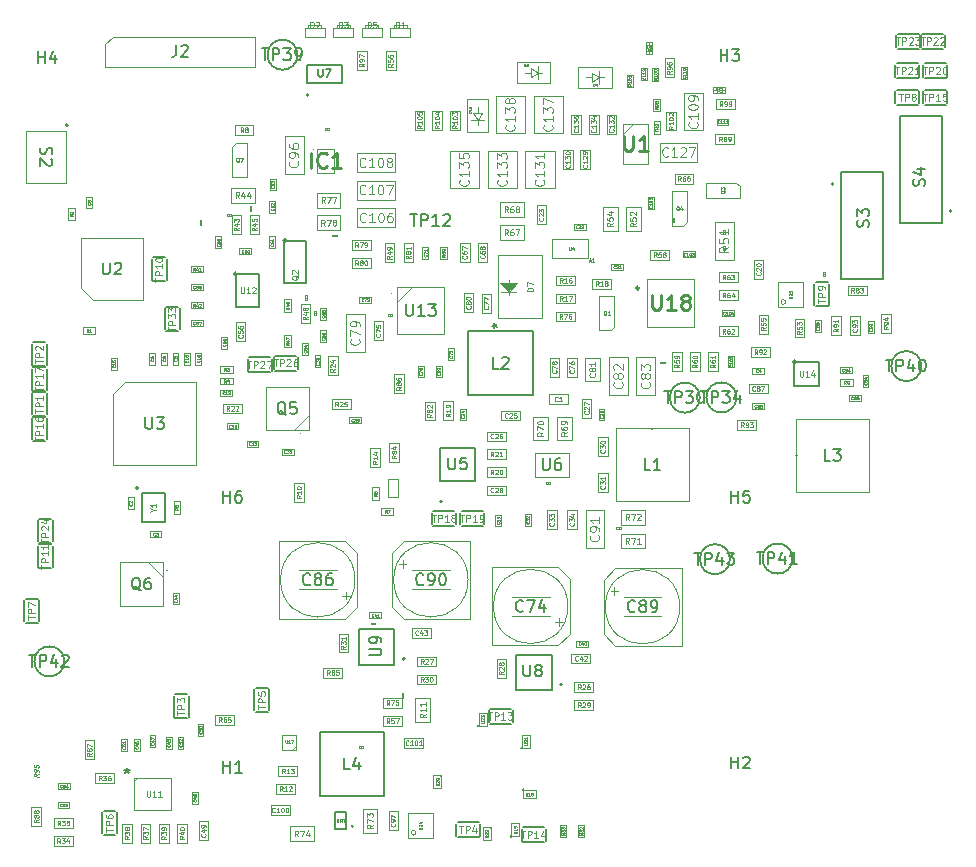
<source format=gbr>
%TF.GenerationSoftware,KiCad,Pcbnew,7.0.11-7.0.11~ubuntu22.04.1*%
%TF.CreationDate,2025-04-04T17:31:19+09:00*%
%TF.ProjectId,robot,726f626f-742e-46b6-9963-61645f706362,rev?*%
%TF.SameCoordinates,PX3938700PY9896800*%
%TF.FileFunction,AssemblyDrawing,Top*%
%FSLAX46Y46*%
G04 Gerber Fmt 4.6, Leading zero omitted, Abs format (unit mm)*
G04 Created by KiCad (PCBNEW 7.0.11-7.0.11~ubuntu22.04.1) date 2025-04-04 17:31:19*
%MOMM*%
%LPD*%
G01*
G04 APERTURE LIST*
%ADD10C,0.150000*%
%ADD11C,0.060000*%
%ADD12C,0.040000*%
%ADD13C,0.062500*%
%ADD14C,0.125000*%
%ADD15C,0.090000*%
%ADD16C,0.075000*%
%ADD17C,0.050000*%
%ADD18C,0.080000*%
%ADD19C,0.254000*%
%ADD20C,0.120000*%
%ADD21C,0.120200*%
%ADD22C,0.100000*%
%ADD23C,0.010000*%
%ADD24C,0.127000*%
%ADD25C,0.200000*%
%ADD26C,0.110000*%
%ADD27C,0.239605*%
%ADD28C,0.250000*%
%ADD29C,0.025400*%
G04 APERTURE END LIST*
D10*
X120738095Y-152954819D02*
X120738095Y-151954819D01*
X120738095Y-152431009D02*
X121309523Y-152431009D01*
X121309523Y-152954819D02*
X121309523Y-151954819D01*
X121738095Y-152050057D02*
X121785714Y-152002438D01*
X121785714Y-152002438D02*
X121880952Y-151954819D01*
X121880952Y-151954819D02*
X122119047Y-151954819D01*
X122119047Y-151954819D02*
X122214285Y-152002438D01*
X122214285Y-152002438D02*
X122261904Y-152050057D01*
X122261904Y-152050057D02*
X122309523Y-152145295D01*
X122309523Y-152145295D02*
X122309523Y-152240533D01*
X122309523Y-152240533D02*
X122261904Y-152383390D01*
X122261904Y-152383390D02*
X121690476Y-152954819D01*
X121690476Y-152954819D02*
X122309523Y-152954819D01*
D11*
X86741539Y-145037992D02*
X86608206Y-144847516D01*
X86512968Y-145037992D02*
X86512968Y-144637992D01*
X86512968Y-144637992D02*
X86665349Y-144637992D01*
X86665349Y-144637992D02*
X86703444Y-144657040D01*
X86703444Y-144657040D02*
X86722491Y-144676087D01*
X86722491Y-144676087D02*
X86741539Y-144714183D01*
X86741539Y-144714183D02*
X86741539Y-144771325D01*
X86741539Y-144771325D02*
X86722491Y-144809421D01*
X86722491Y-144809421D02*
X86703444Y-144828468D01*
X86703444Y-144828468D02*
X86665349Y-144847516D01*
X86665349Y-144847516D02*
X86512968Y-144847516D01*
X86970110Y-144809421D02*
X86932015Y-144790373D01*
X86932015Y-144790373D02*
X86912968Y-144771325D01*
X86912968Y-144771325D02*
X86893920Y-144733230D01*
X86893920Y-144733230D02*
X86893920Y-144714183D01*
X86893920Y-144714183D02*
X86912968Y-144676087D01*
X86912968Y-144676087D02*
X86932015Y-144657040D01*
X86932015Y-144657040D02*
X86970110Y-144637992D01*
X86970110Y-144637992D02*
X87046301Y-144637992D01*
X87046301Y-144637992D02*
X87084396Y-144657040D01*
X87084396Y-144657040D02*
X87103444Y-144676087D01*
X87103444Y-144676087D02*
X87122491Y-144714183D01*
X87122491Y-144714183D02*
X87122491Y-144733230D01*
X87122491Y-144733230D02*
X87103444Y-144771325D01*
X87103444Y-144771325D02*
X87084396Y-144790373D01*
X87084396Y-144790373D02*
X87046301Y-144809421D01*
X87046301Y-144809421D02*
X86970110Y-144809421D01*
X86970110Y-144809421D02*
X86932015Y-144828468D01*
X86932015Y-144828468D02*
X86912968Y-144847516D01*
X86912968Y-144847516D02*
X86893920Y-144885611D01*
X86893920Y-144885611D02*
X86893920Y-144961802D01*
X86893920Y-144961802D02*
X86912968Y-144999897D01*
X86912968Y-144999897D02*
X86932015Y-145018945D01*
X86932015Y-145018945D02*
X86970110Y-145037992D01*
X86970110Y-145037992D02*
X87046301Y-145037992D01*
X87046301Y-145037992D02*
X87084396Y-145018945D01*
X87084396Y-145018945D02*
X87103444Y-144999897D01*
X87103444Y-144999897D02*
X87122491Y-144961802D01*
X87122491Y-144961802D02*
X87122491Y-144885611D01*
X87122491Y-144885611D02*
X87103444Y-144847516D01*
X87103444Y-144847516D02*
X87084396Y-144828468D01*
X87084396Y-144828468D02*
X87046301Y-144809421D01*
X87484396Y-144637992D02*
X87293920Y-144637992D01*
X87293920Y-144637992D02*
X87274872Y-144828468D01*
X87274872Y-144828468D02*
X87293920Y-144809421D01*
X87293920Y-144809421D02*
X87332015Y-144790373D01*
X87332015Y-144790373D02*
X87427253Y-144790373D01*
X87427253Y-144790373D02*
X87465348Y-144809421D01*
X87465348Y-144809421D02*
X87484396Y-144828468D01*
X87484396Y-144828468D02*
X87503443Y-144866564D01*
X87503443Y-144866564D02*
X87503443Y-144961802D01*
X87503443Y-144961802D02*
X87484396Y-144999897D01*
X87484396Y-144999897D02*
X87465348Y-145018945D01*
X87465348Y-145018945D02*
X87427253Y-145037992D01*
X87427253Y-145037992D02*
X87332015Y-145037992D01*
X87332015Y-145037992D02*
X87293920Y-145018945D01*
X87293920Y-145018945D02*
X87274872Y-144999897D01*
X93402381Y-150943832D02*
X93383333Y-150962880D01*
X93383333Y-150962880D02*
X93326191Y-150981927D01*
X93326191Y-150981927D02*
X93288095Y-150981927D01*
X93288095Y-150981927D02*
X93230952Y-150962880D01*
X93230952Y-150962880D02*
X93192857Y-150924784D01*
X93192857Y-150924784D02*
X93173810Y-150886689D01*
X93173810Y-150886689D02*
X93154762Y-150810499D01*
X93154762Y-150810499D02*
X93154762Y-150753356D01*
X93154762Y-150753356D02*
X93173810Y-150677165D01*
X93173810Y-150677165D02*
X93192857Y-150639070D01*
X93192857Y-150639070D02*
X93230952Y-150600975D01*
X93230952Y-150600975D02*
X93288095Y-150581927D01*
X93288095Y-150581927D02*
X93326191Y-150581927D01*
X93326191Y-150581927D02*
X93383333Y-150600975D01*
X93383333Y-150600975D02*
X93402381Y-150620022D01*
X93783333Y-150981927D02*
X93554762Y-150981927D01*
X93669048Y-150981927D02*
X93669048Y-150581927D01*
X93669048Y-150581927D02*
X93630952Y-150639070D01*
X93630952Y-150639070D02*
X93592857Y-150677165D01*
X93592857Y-150677165D02*
X93554762Y-150696213D01*
X94030952Y-150581927D02*
X94069047Y-150581927D01*
X94069047Y-150581927D02*
X94107143Y-150600975D01*
X94107143Y-150600975D02*
X94126190Y-150620022D01*
X94126190Y-150620022D02*
X94145238Y-150658118D01*
X94145238Y-150658118D02*
X94164285Y-150734308D01*
X94164285Y-150734308D02*
X94164285Y-150829546D01*
X94164285Y-150829546D02*
X94145238Y-150905737D01*
X94145238Y-150905737D02*
X94126190Y-150943832D01*
X94126190Y-150943832D02*
X94107143Y-150962880D01*
X94107143Y-150962880D02*
X94069047Y-150981927D01*
X94069047Y-150981927D02*
X94030952Y-150981927D01*
X94030952Y-150981927D02*
X93992857Y-150962880D01*
X93992857Y-150962880D02*
X93973809Y-150943832D01*
X93973809Y-150943832D02*
X93954762Y-150905737D01*
X93954762Y-150905737D02*
X93935714Y-150829546D01*
X93935714Y-150829546D02*
X93935714Y-150734308D01*
X93935714Y-150734308D02*
X93954762Y-150658118D01*
X93954762Y-150658118D02*
X93973809Y-150620022D01*
X93973809Y-150620022D02*
X93992857Y-150600975D01*
X93992857Y-150600975D02*
X94030952Y-150581927D01*
X94545237Y-150981927D02*
X94316666Y-150981927D01*
X94430952Y-150981927D02*
X94430952Y-150581927D01*
X94430952Y-150581927D02*
X94392856Y-150639070D01*
X94392856Y-150639070D02*
X94354761Y-150677165D01*
X94354761Y-150677165D02*
X94316666Y-150696213D01*
D12*
X130456667Y-120418200D02*
X130370000Y-120294391D01*
X130308095Y-120418200D02*
X130308095Y-120158200D01*
X130308095Y-120158200D02*
X130407143Y-120158200D01*
X130407143Y-120158200D02*
X130431905Y-120170581D01*
X130431905Y-120170581D02*
X130444286Y-120182962D01*
X130444286Y-120182962D02*
X130456667Y-120207724D01*
X130456667Y-120207724D02*
X130456667Y-120244867D01*
X130456667Y-120244867D02*
X130444286Y-120269629D01*
X130444286Y-120269629D02*
X130431905Y-120282010D01*
X130431905Y-120282010D02*
X130407143Y-120294391D01*
X130407143Y-120294391D02*
X130308095Y-120294391D01*
X130580476Y-120418200D02*
X130630000Y-120418200D01*
X130630000Y-120418200D02*
X130654762Y-120405820D01*
X130654762Y-120405820D02*
X130667143Y-120393439D01*
X130667143Y-120393439D02*
X130691905Y-120356296D01*
X130691905Y-120356296D02*
X130704286Y-120306772D01*
X130704286Y-120306772D02*
X130704286Y-120207724D01*
X130704286Y-120207724D02*
X130691905Y-120182962D01*
X130691905Y-120182962D02*
X130679524Y-120170581D01*
X130679524Y-120170581D02*
X130654762Y-120158200D01*
X130654762Y-120158200D02*
X130605238Y-120158200D01*
X130605238Y-120158200D02*
X130580476Y-120170581D01*
X130580476Y-120170581D02*
X130568095Y-120182962D01*
X130568095Y-120182962D02*
X130555714Y-120207724D01*
X130555714Y-120207724D02*
X130555714Y-120269629D01*
X130555714Y-120269629D02*
X130568095Y-120294391D01*
X130568095Y-120294391D02*
X130580476Y-120306772D01*
X130580476Y-120306772D02*
X130605238Y-120319153D01*
X130605238Y-120319153D02*
X130654762Y-120319153D01*
X130654762Y-120319153D02*
X130679524Y-120306772D01*
X130679524Y-120306772D02*
X130691905Y-120294391D01*
X130691905Y-120294391D02*
X130704286Y-120269629D01*
D13*
X99562404Y-149109523D02*
X99764785Y-149109523D01*
X99764785Y-149109523D02*
X99788595Y-149097618D01*
X99788595Y-149097618D02*
X99800500Y-149085713D01*
X99800500Y-149085713D02*
X99812404Y-149061904D01*
X99812404Y-149061904D02*
X99812404Y-149014285D01*
X99812404Y-149014285D02*
X99800500Y-148990475D01*
X99800500Y-148990475D02*
X99788595Y-148978570D01*
X99788595Y-148978570D02*
X99764785Y-148966666D01*
X99764785Y-148966666D02*
X99562404Y-148966666D01*
X99586214Y-148859522D02*
X99574309Y-148847618D01*
X99574309Y-148847618D02*
X99562404Y-148823808D01*
X99562404Y-148823808D02*
X99562404Y-148764284D01*
X99562404Y-148764284D02*
X99574309Y-148740475D01*
X99574309Y-148740475D02*
X99586214Y-148728570D01*
X99586214Y-148728570D02*
X99610023Y-148716665D01*
X99610023Y-148716665D02*
X99633833Y-148716665D01*
X99633833Y-148716665D02*
X99669547Y-148728570D01*
X99669547Y-148728570D02*
X99812404Y-148871427D01*
X99812404Y-148871427D02*
X99812404Y-148716665D01*
X99562404Y-148633332D02*
X99562404Y-148478570D01*
X99562404Y-148478570D02*
X99657642Y-148561904D01*
X99657642Y-148561904D02*
X99657642Y-148526189D01*
X99657642Y-148526189D02*
X99669547Y-148502380D01*
X99669547Y-148502380D02*
X99681452Y-148490475D01*
X99681452Y-148490475D02*
X99705261Y-148478570D01*
X99705261Y-148478570D02*
X99764785Y-148478570D01*
X99764785Y-148478570D02*
X99788595Y-148490475D01*
X99788595Y-148490475D02*
X99800500Y-148502380D01*
X99800500Y-148502380D02*
X99812404Y-148526189D01*
X99812404Y-148526189D02*
X99812404Y-148597618D01*
X99812404Y-148597618D02*
X99800500Y-148621427D01*
X99800500Y-148621427D02*
X99788595Y-148633332D01*
X99212404Y-149349999D02*
X99271928Y-149349999D01*
X99248119Y-149409523D02*
X99271928Y-149349999D01*
X99271928Y-149349999D02*
X99248119Y-149290476D01*
X99319547Y-149385714D02*
X99271928Y-149349999D01*
X99271928Y-149349999D02*
X99319547Y-149314285D01*
D14*
X87522618Y-90234809D02*
X87522618Y-89734809D01*
X87522618Y-89734809D02*
X87641666Y-89734809D01*
X87641666Y-89734809D02*
X87713094Y-89758619D01*
X87713094Y-89758619D02*
X87760713Y-89806238D01*
X87760713Y-89806238D02*
X87784523Y-89853857D01*
X87784523Y-89853857D02*
X87808332Y-89949095D01*
X87808332Y-89949095D02*
X87808332Y-90020523D01*
X87808332Y-90020523D02*
X87784523Y-90115761D01*
X87784523Y-90115761D02*
X87760713Y-90163380D01*
X87760713Y-90163380D02*
X87713094Y-90211000D01*
X87713094Y-90211000D02*
X87641666Y-90234809D01*
X87641666Y-90234809D02*
X87522618Y-90234809D01*
X87974999Y-89734809D02*
X88284523Y-89734809D01*
X88284523Y-89734809D02*
X88117856Y-89925285D01*
X88117856Y-89925285D02*
X88189285Y-89925285D01*
X88189285Y-89925285D02*
X88236904Y-89949095D01*
X88236904Y-89949095D02*
X88260713Y-89972904D01*
X88260713Y-89972904D02*
X88284523Y-90020523D01*
X88284523Y-90020523D02*
X88284523Y-90139571D01*
X88284523Y-90139571D02*
X88260713Y-90187190D01*
X88260713Y-90187190D02*
X88236904Y-90211000D01*
X88236904Y-90211000D02*
X88189285Y-90234809D01*
X88189285Y-90234809D02*
X88046428Y-90234809D01*
X88046428Y-90234809D02*
X87998809Y-90211000D01*
X87998809Y-90211000D02*
X87974999Y-90187190D01*
D15*
X73822891Y-148457143D02*
X73822891Y-148114286D01*
X74422891Y-148285714D02*
X73822891Y-148285714D01*
X74422891Y-147914285D02*
X73822891Y-147914285D01*
X73822891Y-147914285D02*
X73822891Y-147685714D01*
X73822891Y-147685714D02*
X73851462Y-147628571D01*
X73851462Y-147628571D02*
X73880034Y-147600000D01*
X73880034Y-147600000D02*
X73937177Y-147571428D01*
X73937177Y-147571428D02*
X74022891Y-147571428D01*
X74022891Y-147571428D02*
X74080034Y-147600000D01*
X74080034Y-147600000D02*
X74108605Y-147628571D01*
X74108605Y-147628571D02*
X74137177Y-147685714D01*
X74137177Y-147685714D02*
X74137177Y-147914285D01*
X73822891Y-147371428D02*
X73822891Y-147000000D01*
X73822891Y-147000000D02*
X74051462Y-147200000D01*
X74051462Y-147200000D02*
X74051462Y-147114285D01*
X74051462Y-147114285D02*
X74080034Y-147057143D01*
X74080034Y-147057143D02*
X74108605Y-147028571D01*
X74108605Y-147028571D02*
X74165748Y-147000000D01*
X74165748Y-147000000D02*
X74308605Y-147000000D01*
X74308605Y-147000000D02*
X74365748Y-147028571D01*
X74365748Y-147028571D02*
X74394320Y-147057143D01*
X74394320Y-147057143D02*
X74422891Y-147114285D01*
X74422891Y-147114285D02*
X74422891Y-147285714D01*
X74422891Y-147285714D02*
X74394320Y-147342857D01*
X74394320Y-147342857D02*
X74365748Y-147371428D01*
X128072891Y-113557143D02*
X128072891Y-113214286D01*
X128672891Y-113385714D02*
X128072891Y-113385714D01*
X128672891Y-113014285D02*
X128072891Y-113014285D01*
X128072891Y-113014285D02*
X128072891Y-112785714D01*
X128072891Y-112785714D02*
X128101462Y-112728571D01*
X128101462Y-112728571D02*
X128130034Y-112700000D01*
X128130034Y-112700000D02*
X128187177Y-112671428D01*
X128187177Y-112671428D02*
X128272891Y-112671428D01*
X128272891Y-112671428D02*
X128330034Y-112700000D01*
X128330034Y-112700000D02*
X128358605Y-112728571D01*
X128358605Y-112728571D02*
X128387177Y-112785714D01*
X128387177Y-112785714D02*
X128387177Y-113014285D01*
X128672891Y-112385714D02*
X128672891Y-112271428D01*
X128672891Y-112271428D02*
X128644320Y-112214285D01*
X128644320Y-112214285D02*
X128615748Y-112185714D01*
X128615748Y-112185714D02*
X128530034Y-112128571D01*
X128530034Y-112128571D02*
X128415748Y-112100000D01*
X128415748Y-112100000D02*
X128187177Y-112100000D01*
X128187177Y-112100000D02*
X128130034Y-112128571D01*
X128130034Y-112128571D02*
X128101462Y-112157143D01*
X128101462Y-112157143D02*
X128072891Y-112214285D01*
X128072891Y-112214285D02*
X128072891Y-112328571D01*
X128072891Y-112328571D02*
X128101462Y-112385714D01*
X128101462Y-112385714D02*
X128130034Y-112414285D01*
X128130034Y-112414285D02*
X128187177Y-112442857D01*
X128187177Y-112442857D02*
X128330034Y-112442857D01*
X128330034Y-112442857D02*
X128387177Y-112414285D01*
X128387177Y-112414285D02*
X128415748Y-112385714D01*
X128415748Y-112385714D02*
X128444320Y-112328571D01*
X128444320Y-112328571D02*
X128444320Y-112214285D01*
X128444320Y-112214285D02*
X128415748Y-112157143D01*
X128415748Y-112157143D02*
X128387177Y-112128571D01*
X128387177Y-112128571D02*
X128330034Y-112100000D01*
X61822891Y-125242857D02*
X61822891Y-124900000D01*
X62422891Y-125071428D02*
X61822891Y-125071428D01*
X62422891Y-124699999D02*
X61822891Y-124699999D01*
X61822891Y-124699999D02*
X61822891Y-124471428D01*
X61822891Y-124471428D02*
X61851462Y-124414285D01*
X61851462Y-124414285D02*
X61880034Y-124385714D01*
X61880034Y-124385714D02*
X61937177Y-124357142D01*
X61937177Y-124357142D02*
X62022891Y-124357142D01*
X62022891Y-124357142D02*
X62080034Y-124385714D01*
X62080034Y-124385714D02*
X62108605Y-124414285D01*
X62108605Y-124414285D02*
X62137177Y-124471428D01*
X62137177Y-124471428D02*
X62137177Y-124699999D01*
X62422891Y-123785714D02*
X62422891Y-124128571D01*
X62422891Y-123957142D02*
X61822891Y-123957142D01*
X61822891Y-123957142D02*
X61908605Y-124014285D01*
X61908605Y-124014285D02*
X61965748Y-124071428D01*
X61965748Y-124071428D02*
X61994320Y-124128571D01*
X61822891Y-123271428D02*
X61822891Y-123385713D01*
X61822891Y-123385713D02*
X61851462Y-123442856D01*
X61851462Y-123442856D02*
X61880034Y-123471428D01*
X61880034Y-123471428D02*
X61965748Y-123528570D01*
X61965748Y-123528570D02*
X62080034Y-123557142D01*
X62080034Y-123557142D02*
X62308605Y-123557142D01*
X62308605Y-123557142D02*
X62365748Y-123528570D01*
X62365748Y-123528570D02*
X62394320Y-123499999D01*
X62394320Y-123499999D02*
X62422891Y-123442856D01*
X62422891Y-123442856D02*
X62422891Y-123328570D01*
X62422891Y-123328570D02*
X62394320Y-123271428D01*
X62394320Y-123271428D02*
X62365748Y-123242856D01*
X62365748Y-123242856D02*
X62308605Y-123214285D01*
X62308605Y-123214285D02*
X62165748Y-123214285D01*
X62165748Y-123214285D02*
X62108605Y-123242856D01*
X62108605Y-123242856D02*
X62080034Y-123271428D01*
X62080034Y-123271428D02*
X62051462Y-123328570D01*
X62051462Y-123328570D02*
X62051462Y-123442856D01*
X62051462Y-123442856D02*
X62080034Y-123499999D01*
X62080034Y-123499999D02*
X62108605Y-123528570D01*
X62108605Y-123528570D02*
X62165748Y-123557142D01*
D11*
X88093057Y-142598671D02*
X87902581Y-142732004D01*
X88093057Y-142827242D02*
X87693057Y-142827242D01*
X87693057Y-142827242D02*
X87693057Y-142674861D01*
X87693057Y-142674861D02*
X87712105Y-142636766D01*
X87712105Y-142636766D02*
X87731152Y-142617719D01*
X87731152Y-142617719D02*
X87769248Y-142598671D01*
X87769248Y-142598671D02*
X87826390Y-142598671D01*
X87826390Y-142598671D02*
X87864486Y-142617719D01*
X87864486Y-142617719D02*
X87883533Y-142636766D01*
X87883533Y-142636766D02*
X87902581Y-142674861D01*
X87902581Y-142674861D02*
X87902581Y-142827242D01*
X87693057Y-142465338D02*
X87693057Y-142217719D01*
X87693057Y-142217719D02*
X87845438Y-142351052D01*
X87845438Y-142351052D02*
X87845438Y-142293909D01*
X87845438Y-142293909D02*
X87864486Y-142255814D01*
X87864486Y-142255814D02*
X87883533Y-142236766D01*
X87883533Y-142236766D02*
X87921629Y-142217719D01*
X87921629Y-142217719D02*
X88016867Y-142217719D01*
X88016867Y-142217719D02*
X88054962Y-142236766D01*
X88054962Y-142236766D02*
X88074010Y-142255814D01*
X88074010Y-142255814D02*
X88093057Y-142293909D01*
X88093057Y-142293909D02*
X88093057Y-142408195D01*
X88093057Y-142408195D02*
X88074010Y-142446290D01*
X88074010Y-142446290D02*
X88054962Y-142465338D01*
X88093057Y-141836767D02*
X88093057Y-142065338D01*
X88093057Y-141951052D02*
X87693057Y-141951052D01*
X87693057Y-141951052D02*
X87750200Y-141989148D01*
X87750200Y-141989148D02*
X87788295Y-142027243D01*
X87788295Y-142027243D02*
X87807343Y-142065338D01*
X105913032Y-119269942D02*
X105932080Y-119288990D01*
X105932080Y-119288990D02*
X105951127Y-119346132D01*
X105951127Y-119346132D02*
X105951127Y-119384228D01*
X105951127Y-119384228D02*
X105932080Y-119441371D01*
X105932080Y-119441371D02*
X105893984Y-119479466D01*
X105893984Y-119479466D02*
X105855889Y-119498513D01*
X105855889Y-119498513D02*
X105779699Y-119517561D01*
X105779699Y-119517561D02*
X105722556Y-119517561D01*
X105722556Y-119517561D02*
X105646365Y-119498513D01*
X105646365Y-119498513D02*
X105608270Y-119479466D01*
X105608270Y-119479466D02*
X105570175Y-119441371D01*
X105570175Y-119441371D02*
X105551127Y-119384228D01*
X105551127Y-119384228D02*
X105551127Y-119346132D01*
X105551127Y-119346132D02*
X105570175Y-119288990D01*
X105570175Y-119288990D02*
X105589222Y-119269942D01*
X105551127Y-119136609D02*
X105551127Y-118869942D01*
X105551127Y-118869942D02*
X105951127Y-119041371D01*
X105722556Y-118660419D02*
X105703508Y-118698514D01*
X105703508Y-118698514D02*
X105684460Y-118717561D01*
X105684460Y-118717561D02*
X105646365Y-118736609D01*
X105646365Y-118736609D02*
X105627318Y-118736609D01*
X105627318Y-118736609D02*
X105589222Y-118717561D01*
X105589222Y-118717561D02*
X105570175Y-118698514D01*
X105570175Y-118698514D02*
X105551127Y-118660419D01*
X105551127Y-118660419D02*
X105551127Y-118584228D01*
X105551127Y-118584228D02*
X105570175Y-118546133D01*
X105570175Y-118546133D02*
X105589222Y-118527085D01*
X105589222Y-118527085D02*
X105627318Y-118508038D01*
X105627318Y-118508038D02*
X105646365Y-118508038D01*
X105646365Y-118508038D02*
X105684460Y-118527085D01*
X105684460Y-118527085D02*
X105703508Y-118546133D01*
X105703508Y-118546133D02*
X105722556Y-118584228D01*
X105722556Y-118584228D02*
X105722556Y-118660419D01*
X105722556Y-118660419D02*
X105741603Y-118698514D01*
X105741603Y-118698514D02*
X105760651Y-118717561D01*
X105760651Y-118717561D02*
X105798746Y-118736609D01*
X105798746Y-118736609D02*
X105874937Y-118736609D01*
X105874937Y-118736609D02*
X105913032Y-118717561D01*
X105913032Y-118717561D02*
X105932080Y-118698514D01*
X105932080Y-118698514D02*
X105951127Y-118660419D01*
X105951127Y-118660419D02*
X105951127Y-118584228D01*
X105951127Y-118584228D02*
X105932080Y-118546133D01*
X105932080Y-118546133D02*
X105913032Y-118527085D01*
X105913032Y-118527085D02*
X105874937Y-118508038D01*
X105874937Y-118508038D02*
X105798746Y-118508038D01*
X105798746Y-118508038D02*
X105760651Y-118527085D01*
X105760651Y-118527085D02*
X105741603Y-118546133D01*
X105741603Y-118546133D02*
X105722556Y-118584228D01*
X107393832Y-132180011D02*
X107412880Y-132199059D01*
X107412880Y-132199059D02*
X107431927Y-132256201D01*
X107431927Y-132256201D02*
X107431927Y-132294297D01*
X107431927Y-132294297D02*
X107412880Y-132351440D01*
X107412880Y-132351440D02*
X107374784Y-132389535D01*
X107374784Y-132389535D02*
X107336689Y-132408582D01*
X107336689Y-132408582D02*
X107260499Y-132427630D01*
X107260499Y-132427630D02*
X107203356Y-132427630D01*
X107203356Y-132427630D02*
X107127165Y-132408582D01*
X107127165Y-132408582D02*
X107089070Y-132389535D01*
X107089070Y-132389535D02*
X107050975Y-132351440D01*
X107050975Y-132351440D02*
X107031927Y-132294297D01*
X107031927Y-132294297D02*
X107031927Y-132256201D01*
X107031927Y-132256201D02*
X107050975Y-132199059D01*
X107050975Y-132199059D02*
X107070022Y-132180011D01*
X107031927Y-132046678D02*
X107031927Y-131799059D01*
X107031927Y-131799059D02*
X107184308Y-131932392D01*
X107184308Y-131932392D02*
X107184308Y-131875249D01*
X107184308Y-131875249D02*
X107203356Y-131837154D01*
X107203356Y-131837154D02*
X107222403Y-131818106D01*
X107222403Y-131818106D02*
X107260499Y-131799059D01*
X107260499Y-131799059D02*
X107355737Y-131799059D01*
X107355737Y-131799059D02*
X107393832Y-131818106D01*
X107393832Y-131818106D02*
X107412880Y-131837154D01*
X107412880Y-131837154D02*
X107431927Y-131875249D01*
X107431927Y-131875249D02*
X107431927Y-131989535D01*
X107431927Y-131989535D02*
X107412880Y-132027630D01*
X107412880Y-132027630D02*
X107393832Y-132046678D01*
X107165260Y-131456202D02*
X107431927Y-131456202D01*
X107012880Y-131551440D02*
X107298594Y-131646678D01*
X107298594Y-131646678D02*
X107298594Y-131399059D01*
D12*
X74733365Y-118430614D02*
X74745270Y-118442518D01*
X74745270Y-118442518D02*
X74757174Y-118478233D01*
X74757174Y-118478233D02*
X74757174Y-118502042D01*
X74757174Y-118502042D02*
X74745270Y-118537756D01*
X74745270Y-118537756D02*
X74721460Y-118561566D01*
X74721460Y-118561566D02*
X74697650Y-118573471D01*
X74697650Y-118573471D02*
X74650031Y-118585375D01*
X74650031Y-118585375D02*
X74614317Y-118585375D01*
X74614317Y-118585375D02*
X74566698Y-118573471D01*
X74566698Y-118573471D02*
X74542889Y-118561566D01*
X74542889Y-118561566D02*
X74519079Y-118537756D01*
X74519079Y-118537756D02*
X74507174Y-118502042D01*
X74507174Y-118502042D02*
X74507174Y-118478233D01*
X74507174Y-118478233D02*
X74519079Y-118442518D01*
X74519079Y-118442518D02*
X74530984Y-118430614D01*
X74757174Y-118192518D02*
X74757174Y-118335375D01*
X74757174Y-118263947D02*
X74507174Y-118263947D01*
X74507174Y-118263947D02*
X74542889Y-118287756D01*
X74542889Y-118287756D02*
X74566698Y-118311566D01*
X74566698Y-118311566D02*
X74578603Y-118335375D01*
X74507174Y-118037757D02*
X74507174Y-118013947D01*
X74507174Y-118013947D02*
X74519079Y-117990138D01*
X74519079Y-117990138D02*
X74530984Y-117978233D01*
X74530984Y-117978233D02*
X74554793Y-117966328D01*
X74554793Y-117966328D02*
X74602412Y-117954423D01*
X74602412Y-117954423D02*
X74661936Y-117954423D01*
X74661936Y-117954423D02*
X74709555Y-117966328D01*
X74709555Y-117966328D02*
X74733365Y-117978233D01*
X74733365Y-117978233D02*
X74745270Y-117990138D01*
X74745270Y-117990138D02*
X74757174Y-118013947D01*
X74757174Y-118013947D02*
X74757174Y-118037757D01*
X74757174Y-118037757D02*
X74745270Y-118061566D01*
X74745270Y-118061566D02*
X74733365Y-118073471D01*
X74733365Y-118073471D02*
X74709555Y-118085376D01*
X74709555Y-118085376D02*
X74661936Y-118097280D01*
X74661936Y-118097280D02*
X74602412Y-118097280D01*
X74602412Y-118097280D02*
X74554793Y-118085376D01*
X74554793Y-118085376D02*
X74530984Y-118073471D01*
X74530984Y-118073471D02*
X74519079Y-118061566D01*
X74519079Y-118061566D02*
X74507174Y-118037757D01*
D13*
X99912404Y-158809523D02*
X100114785Y-158809523D01*
X100114785Y-158809523D02*
X100138595Y-158797618D01*
X100138595Y-158797618D02*
X100150500Y-158785713D01*
X100150500Y-158785713D02*
X100162404Y-158761904D01*
X100162404Y-158761904D02*
X100162404Y-158714285D01*
X100162404Y-158714285D02*
X100150500Y-158690475D01*
X100150500Y-158690475D02*
X100138595Y-158678570D01*
X100138595Y-158678570D02*
X100114785Y-158666666D01*
X100114785Y-158666666D02*
X99912404Y-158666666D01*
X99936214Y-158559522D02*
X99924309Y-158547618D01*
X99924309Y-158547618D02*
X99912404Y-158523808D01*
X99912404Y-158523808D02*
X99912404Y-158464284D01*
X99912404Y-158464284D02*
X99924309Y-158440475D01*
X99924309Y-158440475D02*
X99936214Y-158428570D01*
X99936214Y-158428570D02*
X99960023Y-158416665D01*
X99960023Y-158416665D02*
X99983833Y-158416665D01*
X99983833Y-158416665D02*
X100019547Y-158428570D01*
X100019547Y-158428570D02*
X100162404Y-158571427D01*
X100162404Y-158571427D02*
X100162404Y-158416665D01*
X99936214Y-158321427D02*
X99924309Y-158309523D01*
X99924309Y-158309523D02*
X99912404Y-158285713D01*
X99912404Y-158285713D02*
X99912404Y-158226189D01*
X99912404Y-158226189D02*
X99924309Y-158202380D01*
X99924309Y-158202380D02*
X99936214Y-158190475D01*
X99936214Y-158190475D02*
X99960023Y-158178570D01*
X99960023Y-158178570D02*
X99983833Y-158178570D01*
X99983833Y-158178570D02*
X100019547Y-158190475D01*
X100019547Y-158190475D02*
X100162404Y-158333332D01*
X100162404Y-158333332D02*
X100162404Y-158178570D01*
X100262404Y-157949999D02*
X100321928Y-157949999D01*
X100298119Y-158009523D02*
X100321928Y-157949999D01*
X100321928Y-157949999D02*
X100298119Y-157890476D01*
X100369547Y-157985714D02*
X100321928Y-157949999D01*
X100321928Y-157949999D02*
X100369547Y-157914285D01*
D11*
X89142857Y-108831927D02*
X89009524Y-108641451D01*
X88914286Y-108831927D02*
X88914286Y-108431927D01*
X88914286Y-108431927D02*
X89066667Y-108431927D01*
X89066667Y-108431927D02*
X89104762Y-108450975D01*
X89104762Y-108450975D02*
X89123809Y-108470022D01*
X89123809Y-108470022D02*
X89142857Y-108508118D01*
X89142857Y-108508118D02*
X89142857Y-108565260D01*
X89142857Y-108565260D02*
X89123809Y-108603356D01*
X89123809Y-108603356D02*
X89104762Y-108622403D01*
X89104762Y-108622403D02*
X89066667Y-108641451D01*
X89066667Y-108641451D02*
X88914286Y-108641451D01*
X89276190Y-108431927D02*
X89542857Y-108431927D01*
X89542857Y-108431927D02*
X89371428Y-108831927D01*
X89714285Y-108831927D02*
X89790476Y-108831927D01*
X89790476Y-108831927D02*
X89828571Y-108812880D01*
X89828571Y-108812880D02*
X89847619Y-108793832D01*
X89847619Y-108793832D02*
X89885714Y-108736689D01*
X89885714Y-108736689D02*
X89904761Y-108660499D01*
X89904761Y-108660499D02*
X89904761Y-108508118D01*
X89904761Y-108508118D02*
X89885714Y-108470022D01*
X89885714Y-108470022D02*
X89866666Y-108450975D01*
X89866666Y-108450975D02*
X89828571Y-108431927D01*
X89828571Y-108431927D02*
X89752380Y-108431927D01*
X89752380Y-108431927D02*
X89714285Y-108450975D01*
X89714285Y-108450975D02*
X89695238Y-108470022D01*
X89695238Y-108470022D02*
X89676190Y-108508118D01*
X89676190Y-108508118D02*
X89676190Y-108603356D01*
X89676190Y-108603356D02*
X89695238Y-108641451D01*
X89695238Y-108641451D02*
X89714285Y-108660499D01*
X89714285Y-108660499D02*
X89752380Y-108679546D01*
X89752380Y-108679546D02*
X89828571Y-108679546D01*
X89828571Y-108679546D02*
X89866666Y-108660499D01*
X89866666Y-108660499D02*
X89885714Y-108641451D01*
X89885714Y-108641451D02*
X89904761Y-108603356D01*
D16*
X108702921Y-109988040D02*
X108845779Y-109988040D01*
X108674350Y-110073754D02*
X108774350Y-109773754D01*
X108774350Y-109773754D02*
X108874350Y-110073754D01*
X109131493Y-110073754D02*
X108960064Y-110073754D01*
X109045779Y-110073754D02*
X109045779Y-109773754D01*
X109045779Y-109773754D02*
X109017207Y-109816611D01*
X109017207Y-109816611D02*
X108988636Y-109845183D01*
X108988636Y-109845183D02*
X108960064Y-109859469D01*
X106966635Y-108807754D02*
X106966635Y-109050611D01*
X106966635Y-109050611D02*
X106980921Y-109079183D01*
X106980921Y-109079183D02*
X106995207Y-109093469D01*
X106995207Y-109093469D02*
X107023778Y-109107754D01*
X107023778Y-109107754D02*
X107080921Y-109107754D01*
X107080921Y-109107754D02*
X107109492Y-109093469D01*
X107109492Y-109093469D02*
X107123778Y-109079183D01*
X107123778Y-109079183D02*
X107138064Y-109050611D01*
X107138064Y-109050611D02*
X107138064Y-108807754D01*
X107409493Y-108907754D02*
X107409493Y-109107754D01*
X107338064Y-108793469D02*
X107266635Y-109007754D01*
X107266635Y-109007754D02*
X107452350Y-109007754D01*
D12*
X81948765Y-108587414D02*
X81960670Y-108599318D01*
X81960670Y-108599318D02*
X81972574Y-108635033D01*
X81972574Y-108635033D02*
X81972574Y-108658842D01*
X81972574Y-108658842D02*
X81960670Y-108694556D01*
X81960670Y-108694556D02*
X81936860Y-108718366D01*
X81936860Y-108718366D02*
X81913050Y-108730271D01*
X81913050Y-108730271D02*
X81865431Y-108742175D01*
X81865431Y-108742175D02*
X81829717Y-108742175D01*
X81829717Y-108742175D02*
X81782098Y-108730271D01*
X81782098Y-108730271D02*
X81758289Y-108718366D01*
X81758289Y-108718366D02*
X81734479Y-108694556D01*
X81734479Y-108694556D02*
X81722574Y-108658842D01*
X81722574Y-108658842D02*
X81722574Y-108635033D01*
X81722574Y-108635033D02*
X81734479Y-108599318D01*
X81734479Y-108599318D02*
X81746384Y-108587414D01*
X81722574Y-108373128D02*
X81722574Y-108420747D01*
X81722574Y-108420747D02*
X81734479Y-108444556D01*
X81734479Y-108444556D02*
X81746384Y-108456461D01*
X81746384Y-108456461D02*
X81782098Y-108480271D01*
X81782098Y-108480271D02*
X81829717Y-108492175D01*
X81829717Y-108492175D02*
X81924955Y-108492175D01*
X81924955Y-108492175D02*
X81948765Y-108480271D01*
X81948765Y-108480271D02*
X81960670Y-108468366D01*
X81960670Y-108468366D02*
X81972574Y-108444556D01*
X81972574Y-108444556D02*
X81972574Y-108396937D01*
X81972574Y-108396937D02*
X81960670Y-108373128D01*
X81960670Y-108373128D02*
X81948765Y-108361223D01*
X81948765Y-108361223D02*
X81924955Y-108349318D01*
X81924955Y-108349318D02*
X81865431Y-108349318D01*
X81865431Y-108349318D02*
X81841622Y-108361223D01*
X81841622Y-108361223D02*
X81829717Y-108373128D01*
X81829717Y-108373128D02*
X81817812Y-108396937D01*
X81817812Y-108396937D02*
X81817812Y-108444556D01*
X81817812Y-108444556D02*
X81829717Y-108468366D01*
X81829717Y-108468366D02*
X81841622Y-108480271D01*
X81841622Y-108480271D02*
X81865431Y-108492175D01*
X81972574Y-108111223D02*
X81972574Y-108254080D01*
X81972574Y-108182652D02*
X81722574Y-108182652D01*
X81722574Y-108182652D02*
X81758289Y-108206461D01*
X81758289Y-108206461D02*
X81782098Y-108230271D01*
X81782098Y-108230271D02*
X81794003Y-108254080D01*
D10*
X85772380Y-93768276D02*
X85772380Y-94286371D01*
X85772380Y-94286371D02*
X85802857Y-94347323D01*
X85802857Y-94347323D02*
X85833333Y-94377800D01*
X85833333Y-94377800D02*
X85894285Y-94408276D01*
X85894285Y-94408276D02*
X86016190Y-94408276D01*
X86016190Y-94408276D02*
X86077142Y-94377800D01*
X86077142Y-94377800D02*
X86107619Y-94347323D01*
X86107619Y-94347323D02*
X86138095Y-94286371D01*
X86138095Y-94286371D02*
X86138095Y-93768276D01*
X86381904Y-93768276D02*
X86808571Y-93768276D01*
X86808571Y-93768276D02*
X86534285Y-94408276D01*
D17*
X109052381Y-95189923D02*
X109052381Y-94989923D01*
X109052381Y-94989923D02*
X109100000Y-94989923D01*
X109100000Y-94989923D02*
X109128571Y-94999447D01*
X109128571Y-94999447D02*
X109147619Y-95018495D01*
X109147619Y-95018495D02*
X109157142Y-95037542D01*
X109157142Y-95037542D02*
X109166666Y-95075638D01*
X109166666Y-95075638D02*
X109166666Y-95104209D01*
X109166666Y-95104209D02*
X109157142Y-95142304D01*
X109157142Y-95142304D02*
X109147619Y-95161352D01*
X109147619Y-95161352D02*
X109128571Y-95180400D01*
X109128571Y-95180400D02*
X109100000Y-95189923D01*
X109100000Y-95189923D02*
X109052381Y-95189923D01*
X109338095Y-95056590D02*
X109338095Y-95189923D01*
X109290476Y-94980400D02*
X109242857Y-95123257D01*
X109242857Y-95123257D02*
X109366666Y-95123257D01*
D10*
X104781987Y-126711650D02*
X104781987Y-127521173D01*
X104781987Y-127521173D02*
X104829606Y-127616411D01*
X104829606Y-127616411D02*
X104877225Y-127664031D01*
X104877225Y-127664031D02*
X104972463Y-127711650D01*
X104972463Y-127711650D02*
X105162939Y-127711650D01*
X105162939Y-127711650D02*
X105258177Y-127664031D01*
X105258177Y-127664031D02*
X105305796Y-127616411D01*
X105305796Y-127616411D02*
X105353415Y-127521173D01*
X105353415Y-127521173D02*
X105353415Y-126711650D01*
X106258177Y-126711650D02*
X106067701Y-126711650D01*
X106067701Y-126711650D02*
X105972463Y-126759269D01*
X105972463Y-126759269D02*
X105924844Y-126806888D01*
X105924844Y-126806888D02*
X105829606Y-126949745D01*
X105829606Y-126949745D02*
X105781987Y-127140221D01*
X105781987Y-127140221D02*
X105781987Y-127521173D01*
X105781987Y-127521173D02*
X105829606Y-127616411D01*
X105829606Y-127616411D02*
X105877225Y-127664031D01*
X105877225Y-127664031D02*
X105972463Y-127711650D01*
X105972463Y-127711650D02*
X106162939Y-127711650D01*
X106162939Y-127711650D02*
X106258177Y-127664031D01*
X106258177Y-127664031D02*
X106305796Y-127616411D01*
X106305796Y-127616411D02*
X106353415Y-127521173D01*
X106353415Y-127521173D02*
X106353415Y-127283078D01*
X106353415Y-127283078D02*
X106305796Y-127187840D01*
X106305796Y-127187840D02*
X106258177Y-127140221D01*
X106258177Y-127140221D02*
X106162939Y-127092602D01*
X106162939Y-127092602D02*
X105972463Y-127092602D01*
X105972463Y-127092602D02*
X105877225Y-127140221D01*
X105877225Y-127140221D02*
X105829606Y-127187840D01*
X105829606Y-127187840D02*
X105781987Y-127283078D01*
D11*
X120229749Y-116140758D02*
X120096416Y-115950282D01*
X120001178Y-116140758D02*
X120001178Y-115740758D01*
X120001178Y-115740758D02*
X120153559Y-115740758D01*
X120153559Y-115740758D02*
X120191654Y-115759806D01*
X120191654Y-115759806D02*
X120210701Y-115778853D01*
X120210701Y-115778853D02*
X120229749Y-115816949D01*
X120229749Y-115816949D02*
X120229749Y-115874091D01*
X120229749Y-115874091D02*
X120210701Y-115912187D01*
X120210701Y-115912187D02*
X120191654Y-115931234D01*
X120191654Y-115931234D02*
X120153559Y-115950282D01*
X120153559Y-115950282D02*
X120001178Y-115950282D01*
X120572606Y-115740758D02*
X120496416Y-115740758D01*
X120496416Y-115740758D02*
X120458320Y-115759806D01*
X120458320Y-115759806D02*
X120439273Y-115778853D01*
X120439273Y-115778853D02*
X120401178Y-115835996D01*
X120401178Y-115835996D02*
X120382130Y-115912187D01*
X120382130Y-115912187D02*
X120382130Y-116064568D01*
X120382130Y-116064568D02*
X120401178Y-116102663D01*
X120401178Y-116102663D02*
X120420225Y-116121711D01*
X120420225Y-116121711D02*
X120458320Y-116140758D01*
X120458320Y-116140758D02*
X120534511Y-116140758D01*
X120534511Y-116140758D02*
X120572606Y-116121711D01*
X120572606Y-116121711D02*
X120591654Y-116102663D01*
X120591654Y-116102663D02*
X120610701Y-116064568D01*
X120610701Y-116064568D02*
X120610701Y-115969330D01*
X120610701Y-115969330D02*
X120591654Y-115931234D01*
X120591654Y-115931234D02*
X120572606Y-115912187D01*
X120572606Y-115912187D02*
X120534511Y-115893139D01*
X120534511Y-115893139D02*
X120458320Y-115893139D01*
X120458320Y-115893139D02*
X120420225Y-115912187D01*
X120420225Y-115912187D02*
X120401178Y-115931234D01*
X120401178Y-115931234D02*
X120382130Y-115969330D01*
X120763082Y-115778853D02*
X120782130Y-115759806D01*
X120782130Y-115759806D02*
X120820225Y-115740758D01*
X120820225Y-115740758D02*
X120915463Y-115740758D01*
X120915463Y-115740758D02*
X120953558Y-115759806D01*
X120953558Y-115759806D02*
X120972606Y-115778853D01*
X120972606Y-115778853D02*
X120991653Y-115816949D01*
X120991653Y-115816949D02*
X120991653Y-115855044D01*
X120991653Y-115855044D02*
X120972606Y-115912187D01*
X120972606Y-115912187D02*
X120744034Y-116140758D01*
X120744034Y-116140758D02*
X120991653Y-116140758D01*
D12*
X71786965Y-118311566D02*
X71798870Y-118323470D01*
X71798870Y-118323470D02*
X71810774Y-118359185D01*
X71810774Y-118359185D02*
X71810774Y-118382994D01*
X71810774Y-118382994D02*
X71798870Y-118418708D01*
X71798870Y-118418708D02*
X71775060Y-118442518D01*
X71775060Y-118442518D02*
X71751250Y-118454423D01*
X71751250Y-118454423D02*
X71703631Y-118466327D01*
X71703631Y-118466327D02*
X71667917Y-118466327D01*
X71667917Y-118466327D02*
X71620298Y-118454423D01*
X71620298Y-118454423D02*
X71596489Y-118442518D01*
X71596489Y-118442518D02*
X71572679Y-118418708D01*
X71572679Y-118418708D02*
X71560774Y-118382994D01*
X71560774Y-118382994D02*
X71560774Y-118359185D01*
X71560774Y-118359185D02*
X71572679Y-118323470D01*
X71572679Y-118323470D02*
X71584584Y-118311566D01*
X71560774Y-118097280D02*
X71560774Y-118144899D01*
X71560774Y-118144899D02*
X71572679Y-118168708D01*
X71572679Y-118168708D02*
X71584584Y-118180613D01*
X71584584Y-118180613D02*
X71620298Y-118204423D01*
X71620298Y-118204423D02*
X71667917Y-118216327D01*
X71667917Y-118216327D02*
X71763155Y-118216327D01*
X71763155Y-118216327D02*
X71786965Y-118204423D01*
X71786965Y-118204423D02*
X71798870Y-118192518D01*
X71798870Y-118192518D02*
X71810774Y-118168708D01*
X71810774Y-118168708D02*
X71810774Y-118121089D01*
X71810774Y-118121089D02*
X71798870Y-118097280D01*
X71798870Y-118097280D02*
X71786965Y-118085375D01*
X71786965Y-118085375D02*
X71763155Y-118073470D01*
X71763155Y-118073470D02*
X71703631Y-118073470D01*
X71703631Y-118073470D02*
X71679822Y-118085375D01*
X71679822Y-118085375D02*
X71667917Y-118097280D01*
X71667917Y-118097280D02*
X71656012Y-118121089D01*
X71656012Y-118121089D02*
X71656012Y-118168708D01*
X71656012Y-118168708D02*
X71667917Y-118192518D01*
X71667917Y-118192518D02*
X71679822Y-118204423D01*
X71679822Y-118204423D02*
X71703631Y-118216327D01*
X83017486Y-126233665D02*
X83005582Y-126245570D01*
X83005582Y-126245570D02*
X82969867Y-126257474D01*
X82969867Y-126257474D02*
X82946058Y-126257474D01*
X82946058Y-126257474D02*
X82910344Y-126245570D01*
X82910344Y-126245570D02*
X82886534Y-126221760D01*
X82886534Y-126221760D02*
X82874629Y-126197950D01*
X82874629Y-126197950D02*
X82862725Y-126150331D01*
X82862725Y-126150331D02*
X82862725Y-126114617D01*
X82862725Y-126114617D02*
X82874629Y-126066998D01*
X82874629Y-126066998D02*
X82886534Y-126043189D01*
X82886534Y-126043189D02*
X82910344Y-126019379D01*
X82910344Y-126019379D02*
X82946058Y-126007474D01*
X82946058Y-126007474D02*
X82969867Y-126007474D01*
X82969867Y-126007474D02*
X83005582Y-126019379D01*
X83005582Y-126019379D02*
X83017486Y-126031284D01*
X83100820Y-126007474D02*
X83255582Y-126007474D01*
X83255582Y-126007474D02*
X83172248Y-126102712D01*
X83172248Y-126102712D02*
X83207963Y-126102712D01*
X83207963Y-126102712D02*
X83231772Y-126114617D01*
X83231772Y-126114617D02*
X83243677Y-126126522D01*
X83243677Y-126126522D02*
X83255582Y-126150331D01*
X83255582Y-126150331D02*
X83255582Y-126209855D01*
X83255582Y-126209855D02*
X83243677Y-126233665D01*
X83243677Y-126233665D02*
X83231772Y-126245570D01*
X83231772Y-126245570D02*
X83207963Y-126257474D01*
X83207963Y-126257474D02*
X83136534Y-126257474D01*
X83136534Y-126257474D02*
X83112725Y-126245570D01*
X83112725Y-126245570D02*
X83100820Y-126233665D01*
X83481772Y-126007474D02*
X83362724Y-126007474D01*
X83362724Y-126007474D02*
X83350820Y-126126522D01*
X83350820Y-126126522D02*
X83362724Y-126114617D01*
X83362724Y-126114617D02*
X83386534Y-126102712D01*
X83386534Y-126102712D02*
X83446058Y-126102712D01*
X83446058Y-126102712D02*
X83469867Y-126114617D01*
X83469867Y-126114617D02*
X83481772Y-126126522D01*
X83481772Y-126126522D02*
X83493677Y-126150331D01*
X83493677Y-126150331D02*
X83493677Y-126209855D01*
X83493677Y-126209855D02*
X83481772Y-126233665D01*
X83481772Y-126233665D02*
X83469867Y-126245570D01*
X83469867Y-126245570D02*
X83446058Y-126257474D01*
X83446058Y-126257474D02*
X83386534Y-126257474D01*
X83386534Y-126257474D02*
X83362724Y-126245570D01*
X83362724Y-126245570D02*
X83350820Y-126233665D01*
X86289765Y-116540714D02*
X86301670Y-116552618D01*
X86301670Y-116552618D02*
X86313574Y-116588333D01*
X86313574Y-116588333D02*
X86313574Y-116612142D01*
X86313574Y-116612142D02*
X86301670Y-116647856D01*
X86301670Y-116647856D02*
X86277860Y-116671666D01*
X86277860Y-116671666D02*
X86254050Y-116683571D01*
X86254050Y-116683571D02*
X86206431Y-116695475D01*
X86206431Y-116695475D02*
X86170717Y-116695475D01*
X86170717Y-116695475D02*
X86123098Y-116683571D01*
X86123098Y-116683571D02*
X86099289Y-116671666D01*
X86099289Y-116671666D02*
X86075479Y-116647856D01*
X86075479Y-116647856D02*
X86063574Y-116612142D01*
X86063574Y-116612142D02*
X86063574Y-116588333D01*
X86063574Y-116588333D02*
X86075479Y-116552618D01*
X86075479Y-116552618D02*
X86087384Y-116540714D01*
X86063574Y-116326428D02*
X86063574Y-116374047D01*
X86063574Y-116374047D02*
X86075479Y-116397856D01*
X86075479Y-116397856D02*
X86087384Y-116409761D01*
X86087384Y-116409761D02*
X86123098Y-116433571D01*
X86123098Y-116433571D02*
X86170717Y-116445475D01*
X86170717Y-116445475D02*
X86265955Y-116445475D01*
X86265955Y-116445475D02*
X86289765Y-116433571D01*
X86289765Y-116433571D02*
X86301670Y-116421666D01*
X86301670Y-116421666D02*
X86313574Y-116397856D01*
X86313574Y-116397856D02*
X86313574Y-116350237D01*
X86313574Y-116350237D02*
X86301670Y-116326428D01*
X86301670Y-116326428D02*
X86289765Y-116314523D01*
X86289765Y-116314523D02*
X86265955Y-116302618D01*
X86265955Y-116302618D02*
X86206431Y-116302618D01*
X86206431Y-116302618D02*
X86182622Y-116314523D01*
X86182622Y-116314523D02*
X86170717Y-116326428D01*
X86170717Y-116326428D02*
X86158812Y-116350237D01*
X86158812Y-116350237D02*
X86158812Y-116397856D01*
X86158812Y-116397856D02*
X86170717Y-116421666D01*
X86170717Y-116421666D02*
X86182622Y-116433571D01*
X86182622Y-116433571D02*
X86206431Y-116445475D01*
X86063574Y-116088333D02*
X86063574Y-116135952D01*
X86063574Y-116135952D02*
X86075479Y-116159761D01*
X86075479Y-116159761D02*
X86087384Y-116171666D01*
X86087384Y-116171666D02*
X86123098Y-116195476D01*
X86123098Y-116195476D02*
X86170717Y-116207380D01*
X86170717Y-116207380D02*
X86265955Y-116207380D01*
X86265955Y-116207380D02*
X86289765Y-116195476D01*
X86289765Y-116195476D02*
X86301670Y-116183571D01*
X86301670Y-116183571D02*
X86313574Y-116159761D01*
X86313574Y-116159761D02*
X86313574Y-116112142D01*
X86313574Y-116112142D02*
X86301670Y-116088333D01*
X86301670Y-116088333D02*
X86289765Y-116076428D01*
X86289765Y-116076428D02*
X86265955Y-116064523D01*
X86265955Y-116064523D02*
X86206431Y-116064523D01*
X86206431Y-116064523D02*
X86182622Y-116076428D01*
X86182622Y-116076428D02*
X86170717Y-116088333D01*
X86170717Y-116088333D02*
X86158812Y-116112142D01*
X86158812Y-116112142D02*
X86158812Y-116159761D01*
X86158812Y-116159761D02*
X86170717Y-116183571D01*
X86170717Y-116183571D02*
X86182622Y-116195476D01*
X86182622Y-116195476D02*
X86206431Y-116207380D01*
D11*
X94678987Y-145623456D02*
X94545654Y-145432980D01*
X94450416Y-145623456D02*
X94450416Y-145223456D01*
X94450416Y-145223456D02*
X94602797Y-145223456D01*
X94602797Y-145223456D02*
X94640892Y-145242504D01*
X94640892Y-145242504D02*
X94659939Y-145261551D01*
X94659939Y-145261551D02*
X94678987Y-145299647D01*
X94678987Y-145299647D02*
X94678987Y-145356789D01*
X94678987Y-145356789D02*
X94659939Y-145394885D01*
X94659939Y-145394885D02*
X94640892Y-145413932D01*
X94640892Y-145413932D02*
X94602797Y-145432980D01*
X94602797Y-145432980D02*
X94450416Y-145432980D01*
X94812320Y-145223456D02*
X95059939Y-145223456D01*
X95059939Y-145223456D02*
X94926606Y-145375837D01*
X94926606Y-145375837D02*
X94983749Y-145375837D01*
X94983749Y-145375837D02*
X95021844Y-145394885D01*
X95021844Y-145394885D02*
X95040892Y-145413932D01*
X95040892Y-145413932D02*
X95059939Y-145452028D01*
X95059939Y-145452028D02*
X95059939Y-145547266D01*
X95059939Y-145547266D02*
X95040892Y-145585361D01*
X95040892Y-145585361D02*
X95021844Y-145604409D01*
X95021844Y-145604409D02*
X94983749Y-145623456D01*
X94983749Y-145623456D02*
X94869463Y-145623456D01*
X94869463Y-145623456D02*
X94831368Y-145604409D01*
X94831368Y-145604409D02*
X94812320Y-145585361D01*
X95307558Y-145223456D02*
X95345653Y-145223456D01*
X95345653Y-145223456D02*
X95383749Y-145242504D01*
X95383749Y-145242504D02*
X95402796Y-145261551D01*
X95402796Y-145261551D02*
X95421844Y-145299647D01*
X95421844Y-145299647D02*
X95440891Y-145375837D01*
X95440891Y-145375837D02*
X95440891Y-145471075D01*
X95440891Y-145471075D02*
X95421844Y-145547266D01*
X95421844Y-145547266D02*
X95402796Y-145585361D01*
X95402796Y-145585361D02*
X95383749Y-145604409D01*
X95383749Y-145604409D02*
X95345653Y-145623456D01*
X95345653Y-145623456D02*
X95307558Y-145623456D01*
X95307558Y-145623456D02*
X95269463Y-145604409D01*
X95269463Y-145604409D02*
X95250415Y-145585361D01*
X95250415Y-145585361D02*
X95231368Y-145547266D01*
X95231368Y-145547266D02*
X95212320Y-145471075D01*
X95212320Y-145471075D02*
X95212320Y-145375837D01*
X95212320Y-145375837D02*
X95231368Y-145299647D01*
X95231368Y-145299647D02*
X95250415Y-145261551D01*
X95250415Y-145261551D02*
X95269463Y-145242504D01*
X95269463Y-145242504D02*
X95307558Y-145223456D01*
X87454257Y-122318727D02*
X87320924Y-122128251D01*
X87225686Y-122318727D02*
X87225686Y-121918727D01*
X87225686Y-121918727D02*
X87378067Y-121918727D01*
X87378067Y-121918727D02*
X87416162Y-121937775D01*
X87416162Y-121937775D02*
X87435209Y-121956822D01*
X87435209Y-121956822D02*
X87454257Y-121994918D01*
X87454257Y-121994918D02*
X87454257Y-122052060D01*
X87454257Y-122052060D02*
X87435209Y-122090156D01*
X87435209Y-122090156D02*
X87416162Y-122109203D01*
X87416162Y-122109203D02*
X87378067Y-122128251D01*
X87378067Y-122128251D02*
X87225686Y-122128251D01*
X87606638Y-121956822D02*
X87625686Y-121937775D01*
X87625686Y-121937775D02*
X87663781Y-121918727D01*
X87663781Y-121918727D02*
X87759019Y-121918727D01*
X87759019Y-121918727D02*
X87797114Y-121937775D01*
X87797114Y-121937775D02*
X87816162Y-121956822D01*
X87816162Y-121956822D02*
X87835209Y-121994918D01*
X87835209Y-121994918D02*
X87835209Y-122033013D01*
X87835209Y-122033013D02*
X87816162Y-122090156D01*
X87816162Y-122090156D02*
X87587590Y-122318727D01*
X87587590Y-122318727D02*
X87835209Y-122318727D01*
X88197114Y-121918727D02*
X88006638Y-121918727D01*
X88006638Y-121918727D02*
X87987590Y-122109203D01*
X87987590Y-122109203D02*
X88006638Y-122090156D01*
X88006638Y-122090156D02*
X88044733Y-122071108D01*
X88044733Y-122071108D02*
X88139971Y-122071108D01*
X88139971Y-122071108D02*
X88178066Y-122090156D01*
X88178066Y-122090156D02*
X88197114Y-122109203D01*
X88197114Y-122109203D02*
X88216161Y-122147299D01*
X88216161Y-122147299D02*
X88216161Y-122242537D01*
X88216161Y-122242537D02*
X88197114Y-122280632D01*
X88197114Y-122280632D02*
X88178066Y-122299680D01*
X88178066Y-122299680D02*
X88139971Y-122318727D01*
X88139971Y-122318727D02*
X88044733Y-122318727D01*
X88044733Y-122318727D02*
X88006638Y-122299680D01*
X88006638Y-122299680D02*
X87987590Y-122280632D01*
X79343832Y-116257142D02*
X79362880Y-116276190D01*
X79362880Y-116276190D02*
X79381927Y-116333332D01*
X79381927Y-116333332D02*
X79381927Y-116371428D01*
X79381927Y-116371428D02*
X79362880Y-116428571D01*
X79362880Y-116428571D02*
X79324784Y-116466666D01*
X79324784Y-116466666D02*
X79286689Y-116485713D01*
X79286689Y-116485713D02*
X79210499Y-116504761D01*
X79210499Y-116504761D02*
X79153356Y-116504761D01*
X79153356Y-116504761D02*
X79077165Y-116485713D01*
X79077165Y-116485713D02*
X79039070Y-116466666D01*
X79039070Y-116466666D02*
X79000975Y-116428571D01*
X79000975Y-116428571D02*
X78981927Y-116371428D01*
X78981927Y-116371428D02*
X78981927Y-116333332D01*
X78981927Y-116333332D02*
X79000975Y-116276190D01*
X79000975Y-116276190D02*
X79020022Y-116257142D01*
X78981927Y-115895237D02*
X78981927Y-116085713D01*
X78981927Y-116085713D02*
X79172403Y-116104761D01*
X79172403Y-116104761D02*
X79153356Y-116085713D01*
X79153356Y-116085713D02*
X79134308Y-116047618D01*
X79134308Y-116047618D02*
X79134308Y-115952380D01*
X79134308Y-115952380D02*
X79153356Y-115914285D01*
X79153356Y-115914285D02*
X79172403Y-115895237D01*
X79172403Y-115895237D02*
X79210499Y-115876190D01*
X79210499Y-115876190D02*
X79305737Y-115876190D01*
X79305737Y-115876190D02*
X79343832Y-115895237D01*
X79343832Y-115895237D02*
X79362880Y-115914285D01*
X79362880Y-115914285D02*
X79381927Y-115952380D01*
X79381927Y-115952380D02*
X79381927Y-116047618D01*
X79381927Y-116047618D02*
X79362880Y-116085713D01*
X79362880Y-116085713D02*
X79343832Y-116104761D01*
X78981927Y-115533333D02*
X78981927Y-115609523D01*
X78981927Y-115609523D02*
X79000975Y-115647619D01*
X79000975Y-115647619D02*
X79020022Y-115666666D01*
X79020022Y-115666666D02*
X79077165Y-115704761D01*
X79077165Y-115704761D02*
X79153356Y-115723809D01*
X79153356Y-115723809D02*
X79305737Y-115723809D01*
X79305737Y-115723809D02*
X79343832Y-115704761D01*
X79343832Y-115704761D02*
X79362880Y-115685714D01*
X79362880Y-115685714D02*
X79381927Y-115647619D01*
X79381927Y-115647619D02*
X79381927Y-115571428D01*
X79381927Y-115571428D02*
X79362880Y-115533333D01*
X79362880Y-115533333D02*
X79343832Y-115514285D01*
X79343832Y-115514285D02*
X79305737Y-115495238D01*
X79305737Y-115495238D02*
X79210499Y-115495238D01*
X79210499Y-115495238D02*
X79172403Y-115514285D01*
X79172403Y-115514285D02*
X79153356Y-115533333D01*
X79153356Y-115533333D02*
X79134308Y-115571428D01*
X79134308Y-115571428D02*
X79134308Y-115647619D01*
X79134308Y-115647619D02*
X79153356Y-115685714D01*
X79153356Y-115685714D02*
X79172403Y-115704761D01*
X79172403Y-115704761D02*
X79210499Y-115723809D01*
X78247257Y-122668227D02*
X78113924Y-122477751D01*
X78018686Y-122668227D02*
X78018686Y-122268227D01*
X78018686Y-122268227D02*
X78171067Y-122268227D01*
X78171067Y-122268227D02*
X78209162Y-122287275D01*
X78209162Y-122287275D02*
X78228209Y-122306322D01*
X78228209Y-122306322D02*
X78247257Y-122344418D01*
X78247257Y-122344418D02*
X78247257Y-122401560D01*
X78247257Y-122401560D02*
X78228209Y-122439656D01*
X78228209Y-122439656D02*
X78209162Y-122458703D01*
X78209162Y-122458703D02*
X78171067Y-122477751D01*
X78171067Y-122477751D02*
X78018686Y-122477751D01*
X78399638Y-122306322D02*
X78418686Y-122287275D01*
X78418686Y-122287275D02*
X78456781Y-122268227D01*
X78456781Y-122268227D02*
X78552019Y-122268227D01*
X78552019Y-122268227D02*
X78590114Y-122287275D01*
X78590114Y-122287275D02*
X78609162Y-122306322D01*
X78609162Y-122306322D02*
X78628209Y-122344418D01*
X78628209Y-122344418D02*
X78628209Y-122382513D01*
X78628209Y-122382513D02*
X78609162Y-122439656D01*
X78609162Y-122439656D02*
X78380590Y-122668227D01*
X78380590Y-122668227D02*
X78628209Y-122668227D01*
X78780590Y-122306322D02*
X78799638Y-122287275D01*
X78799638Y-122287275D02*
X78837733Y-122268227D01*
X78837733Y-122268227D02*
X78932971Y-122268227D01*
X78932971Y-122268227D02*
X78971066Y-122287275D01*
X78971066Y-122287275D02*
X78990114Y-122306322D01*
X78990114Y-122306322D02*
X79009161Y-122344418D01*
X79009161Y-122344418D02*
X79009161Y-122382513D01*
X79009161Y-122382513D02*
X78990114Y-122439656D01*
X78990114Y-122439656D02*
X78761542Y-122668227D01*
X78761542Y-122668227D02*
X79009161Y-122668227D01*
D12*
X103601657Y-132083583D02*
X103613562Y-132095487D01*
X103613562Y-132095487D02*
X103625466Y-132131202D01*
X103625466Y-132131202D02*
X103625466Y-132155011D01*
X103625466Y-132155011D02*
X103613562Y-132190725D01*
X103613562Y-132190725D02*
X103589752Y-132214535D01*
X103589752Y-132214535D02*
X103565942Y-132226440D01*
X103565942Y-132226440D02*
X103518323Y-132238344D01*
X103518323Y-132238344D02*
X103482609Y-132238344D01*
X103482609Y-132238344D02*
X103434990Y-132226440D01*
X103434990Y-132226440D02*
X103411181Y-132214535D01*
X103411181Y-132214535D02*
X103387371Y-132190725D01*
X103387371Y-132190725D02*
X103375466Y-132155011D01*
X103375466Y-132155011D02*
X103375466Y-132131202D01*
X103375466Y-132131202D02*
X103387371Y-132095487D01*
X103387371Y-132095487D02*
X103399276Y-132083583D01*
X103375466Y-132000249D02*
X103375466Y-131845487D01*
X103375466Y-131845487D02*
X103470704Y-131928821D01*
X103470704Y-131928821D02*
X103470704Y-131893106D01*
X103470704Y-131893106D02*
X103482609Y-131869297D01*
X103482609Y-131869297D02*
X103494514Y-131857392D01*
X103494514Y-131857392D02*
X103518323Y-131845487D01*
X103518323Y-131845487D02*
X103577847Y-131845487D01*
X103577847Y-131845487D02*
X103601657Y-131857392D01*
X103601657Y-131857392D02*
X103613562Y-131869297D01*
X103613562Y-131869297D02*
X103625466Y-131893106D01*
X103625466Y-131893106D02*
X103625466Y-131964535D01*
X103625466Y-131964535D02*
X103613562Y-131988344D01*
X103613562Y-131988344D02*
X103601657Y-132000249D01*
X103399276Y-131750249D02*
X103387371Y-131738345D01*
X103387371Y-131738345D02*
X103375466Y-131714535D01*
X103375466Y-131714535D02*
X103375466Y-131655011D01*
X103375466Y-131655011D02*
X103387371Y-131631202D01*
X103387371Y-131631202D02*
X103399276Y-131619297D01*
X103399276Y-131619297D02*
X103423085Y-131607392D01*
X103423085Y-131607392D02*
X103446895Y-131607392D01*
X103446895Y-131607392D02*
X103482609Y-131619297D01*
X103482609Y-131619297D02*
X103625466Y-131762154D01*
X103625466Y-131762154D02*
X103625466Y-131607392D01*
X78343685Y-124100065D02*
X78331781Y-124111970D01*
X78331781Y-124111970D02*
X78296066Y-124123874D01*
X78296066Y-124123874D02*
X78272257Y-124123874D01*
X78272257Y-124123874D02*
X78236543Y-124111970D01*
X78236543Y-124111970D02*
X78212733Y-124088160D01*
X78212733Y-124088160D02*
X78200828Y-124064350D01*
X78200828Y-124064350D02*
X78188924Y-124016731D01*
X78188924Y-124016731D02*
X78188924Y-123981017D01*
X78188924Y-123981017D02*
X78200828Y-123933398D01*
X78200828Y-123933398D02*
X78212733Y-123909589D01*
X78212733Y-123909589D02*
X78236543Y-123885779D01*
X78236543Y-123885779D02*
X78272257Y-123873874D01*
X78272257Y-123873874D02*
X78296066Y-123873874D01*
X78296066Y-123873874D02*
X78331781Y-123885779D01*
X78331781Y-123885779D02*
X78343685Y-123897684D01*
X78427019Y-123873874D02*
X78581781Y-123873874D01*
X78581781Y-123873874D02*
X78498447Y-123969112D01*
X78498447Y-123969112D02*
X78534162Y-123969112D01*
X78534162Y-123969112D02*
X78557971Y-123981017D01*
X78557971Y-123981017D02*
X78569876Y-123992922D01*
X78569876Y-123992922D02*
X78581781Y-124016731D01*
X78581781Y-124016731D02*
X78581781Y-124076255D01*
X78581781Y-124076255D02*
X78569876Y-124100065D01*
X78569876Y-124100065D02*
X78557971Y-124111970D01*
X78557971Y-124111970D02*
X78534162Y-124123874D01*
X78534162Y-124123874D02*
X78462733Y-124123874D01*
X78462733Y-124123874D02*
X78438924Y-124111970D01*
X78438924Y-124111970D02*
X78427019Y-124100065D01*
X78796066Y-123873874D02*
X78748447Y-123873874D01*
X78748447Y-123873874D02*
X78724638Y-123885779D01*
X78724638Y-123885779D02*
X78712733Y-123897684D01*
X78712733Y-123897684D02*
X78688923Y-123933398D01*
X78688923Y-123933398D02*
X78677019Y-123981017D01*
X78677019Y-123981017D02*
X78677019Y-124076255D01*
X78677019Y-124076255D02*
X78688923Y-124100065D01*
X78688923Y-124100065D02*
X78700828Y-124111970D01*
X78700828Y-124111970D02*
X78724638Y-124123874D01*
X78724638Y-124123874D02*
X78772257Y-124123874D01*
X78772257Y-124123874D02*
X78796066Y-124111970D01*
X78796066Y-124111970D02*
X78807971Y-124100065D01*
X78807971Y-124100065D02*
X78819876Y-124076255D01*
X78819876Y-124076255D02*
X78819876Y-124016731D01*
X78819876Y-124016731D02*
X78807971Y-123992922D01*
X78807971Y-123992922D02*
X78796066Y-123981017D01*
X78796066Y-123981017D02*
X78772257Y-123969112D01*
X78772257Y-123969112D02*
X78724638Y-123969112D01*
X78724638Y-123969112D02*
X78700828Y-123981017D01*
X78700828Y-123981017D02*
X78688923Y-123992922D01*
X78688923Y-123992922D02*
X78677019Y-124016731D01*
D15*
X134892856Y-95822891D02*
X135235714Y-95822891D01*
X135064285Y-96422891D02*
X135064285Y-95822891D01*
X135435714Y-96422891D02*
X135435714Y-95822891D01*
X135435714Y-95822891D02*
X135664285Y-95822891D01*
X135664285Y-95822891D02*
X135721428Y-95851462D01*
X135721428Y-95851462D02*
X135749999Y-95880034D01*
X135749999Y-95880034D02*
X135778571Y-95937177D01*
X135778571Y-95937177D02*
X135778571Y-96022891D01*
X135778571Y-96022891D02*
X135749999Y-96080034D01*
X135749999Y-96080034D02*
X135721428Y-96108605D01*
X135721428Y-96108605D02*
X135664285Y-96137177D01*
X135664285Y-96137177D02*
X135435714Y-96137177D01*
X136121428Y-96080034D02*
X136064285Y-96051462D01*
X136064285Y-96051462D02*
X136035714Y-96022891D01*
X136035714Y-96022891D02*
X136007142Y-95965748D01*
X136007142Y-95965748D02*
X136007142Y-95937177D01*
X136007142Y-95937177D02*
X136035714Y-95880034D01*
X136035714Y-95880034D02*
X136064285Y-95851462D01*
X136064285Y-95851462D02*
X136121428Y-95822891D01*
X136121428Y-95822891D02*
X136235714Y-95822891D01*
X136235714Y-95822891D02*
X136292857Y-95851462D01*
X136292857Y-95851462D02*
X136321428Y-95880034D01*
X136321428Y-95880034D02*
X136349999Y-95937177D01*
X136349999Y-95937177D02*
X136349999Y-95965748D01*
X136349999Y-95965748D02*
X136321428Y-96022891D01*
X136321428Y-96022891D02*
X136292857Y-96051462D01*
X136292857Y-96051462D02*
X136235714Y-96080034D01*
X136235714Y-96080034D02*
X136121428Y-96080034D01*
X136121428Y-96080034D02*
X136064285Y-96108605D01*
X136064285Y-96108605D02*
X136035714Y-96137177D01*
X136035714Y-96137177D02*
X136007142Y-96194320D01*
X136007142Y-96194320D02*
X136007142Y-96308605D01*
X136007142Y-96308605D02*
X136035714Y-96365748D01*
X136035714Y-96365748D02*
X136064285Y-96394320D01*
X136064285Y-96394320D02*
X136121428Y-96422891D01*
X136121428Y-96422891D02*
X136235714Y-96422891D01*
X136235714Y-96422891D02*
X136292857Y-96394320D01*
X136292857Y-96394320D02*
X136321428Y-96365748D01*
X136321428Y-96365748D02*
X136349999Y-96308605D01*
X136349999Y-96308605D02*
X136349999Y-96194320D01*
X136349999Y-96194320D02*
X136321428Y-96137177D01*
X136321428Y-96137177D02*
X136292857Y-96108605D01*
X136292857Y-96108605D02*
X136235714Y-96080034D01*
D11*
X107043832Y-101872618D02*
X107062880Y-101891666D01*
X107062880Y-101891666D02*
X107081927Y-101948808D01*
X107081927Y-101948808D02*
X107081927Y-101986904D01*
X107081927Y-101986904D02*
X107062880Y-102044047D01*
X107062880Y-102044047D02*
X107024784Y-102082142D01*
X107024784Y-102082142D02*
X106986689Y-102101189D01*
X106986689Y-102101189D02*
X106910499Y-102120237D01*
X106910499Y-102120237D02*
X106853356Y-102120237D01*
X106853356Y-102120237D02*
X106777165Y-102101189D01*
X106777165Y-102101189D02*
X106739070Y-102082142D01*
X106739070Y-102082142D02*
X106700975Y-102044047D01*
X106700975Y-102044047D02*
X106681927Y-101986904D01*
X106681927Y-101986904D02*
X106681927Y-101948808D01*
X106681927Y-101948808D02*
X106700975Y-101891666D01*
X106700975Y-101891666D02*
X106720022Y-101872618D01*
X107081927Y-101491666D02*
X107081927Y-101720237D01*
X107081927Y-101605951D02*
X106681927Y-101605951D01*
X106681927Y-101605951D02*
X106739070Y-101644047D01*
X106739070Y-101644047D02*
X106777165Y-101682142D01*
X106777165Y-101682142D02*
X106796213Y-101720237D01*
X106681927Y-101358333D02*
X106681927Y-101110714D01*
X106681927Y-101110714D02*
X106834308Y-101244047D01*
X106834308Y-101244047D02*
X106834308Y-101186904D01*
X106834308Y-101186904D02*
X106853356Y-101148809D01*
X106853356Y-101148809D02*
X106872403Y-101129761D01*
X106872403Y-101129761D02*
X106910499Y-101110714D01*
X106910499Y-101110714D02*
X107005737Y-101110714D01*
X107005737Y-101110714D02*
X107043832Y-101129761D01*
X107043832Y-101129761D02*
X107062880Y-101148809D01*
X107062880Y-101148809D02*
X107081927Y-101186904D01*
X107081927Y-101186904D02*
X107081927Y-101301190D01*
X107081927Y-101301190D02*
X107062880Y-101339285D01*
X107062880Y-101339285D02*
X107043832Y-101358333D01*
X106681927Y-100863095D02*
X106681927Y-100825000D01*
X106681927Y-100825000D02*
X106700975Y-100786904D01*
X106700975Y-100786904D02*
X106720022Y-100767857D01*
X106720022Y-100767857D02*
X106758118Y-100748809D01*
X106758118Y-100748809D02*
X106834308Y-100729762D01*
X106834308Y-100729762D02*
X106929546Y-100729762D01*
X106929546Y-100729762D02*
X107005737Y-100748809D01*
X107005737Y-100748809D02*
X107043832Y-100767857D01*
X107043832Y-100767857D02*
X107062880Y-100786904D01*
X107062880Y-100786904D02*
X107081927Y-100825000D01*
X107081927Y-100825000D02*
X107081927Y-100863095D01*
X107081927Y-100863095D02*
X107062880Y-100901190D01*
X107062880Y-100901190D02*
X107043832Y-100920238D01*
X107043832Y-100920238D02*
X107005737Y-100939285D01*
X107005737Y-100939285D02*
X106929546Y-100958333D01*
X106929546Y-100958333D02*
X106834308Y-100958333D01*
X106834308Y-100958333D02*
X106758118Y-100939285D01*
X106758118Y-100939285D02*
X106720022Y-100920238D01*
X106720022Y-100920238D02*
X106700975Y-100901190D01*
X106700975Y-100901190D02*
X106681927Y-100863095D01*
D12*
X114418200Y-94500951D02*
X114294391Y-94587618D01*
X114418200Y-94649523D02*
X114158200Y-94649523D01*
X114158200Y-94649523D02*
X114158200Y-94550475D01*
X114158200Y-94550475D02*
X114170581Y-94525713D01*
X114170581Y-94525713D02*
X114182962Y-94513332D01*
X114182962Y-94513332D02*
X114207724Y-94500951D01*
X114207724Y-94500951D02*
X114244867Y-94500951D01*
X114244867Y-94500951D02*
X114269629Y-94513332D01*
X114269629Y-94513332D02*
X114282010Y-94525713D01*
X114282010Y-94525713D02*
X114294391Y-94550475D01*
X114294391Y-94550475D02*
X114294391Y-94649523D01*
X114418200Y-94253332D02*
X114418200Y-94401904D01*
X114418200Y-94327618D02*
X114158200Y-94327618D01*
X114158200Y-94327618D02*
X114195343Y-94352380D01*
X114195343Y-94352380D02*
X114220105Y-94377142D01*
X114220105Y-94377142D02*
X114232486Y-94401904D01*
X114158200Y-94092380D02*
X114158200Y-94067618D01*
X114158200Y-94067618D02*
X114170581Y-94042856D01*
X114170581Y-94042856D02*
X114182962Y-94030475D01*
X114182962Y-94030475D02*
X114207724Y-94018094D01*
X114207724Y-94018094D02*
X114257248Y-94005713D01*
X114257248Y-94005713D02*
X114319153Y-94005713D01*
X114319153Y-94005713D02*
X114368677Y-94018094D01*
X114368677Y-94018094D02*
X114393439Y-94030475D01*
X114393439Y-94030475D02*
X114405820Y-94042856D01*
X114405820Y-94042856D02*
X114418200Y-94067618D01*
X114418200Y-94067618D02*
X114418200Y-94092380D01*
X114418200Y-94092380D02*
X114405820Y-94117142D01*
X114405820Y-94117142D02*
X114393439Y-94129523D01*
X114393439Y-94129523D02*
X114368677Y-94141904D01*
X114368677Y-94141904D02*
X114319153Y-94154285D01*
X114319153Y-94154285D02*
X114257248Y-94154285D01*
X114257248Y-94154285D02*
X114207724Y-94141904D01*
X114207724Y-94141904D02*
X114182962Y-94129523D01*
X114182962Y-94129523D02*
X114170581Y-94117142D01*
X114170581Y-94117142D02*
X114158200Y-94092380D01*
X114158200Y-93844761D02*
X114158200Y-93819999D01*
X114158200Y-93819999D02*
X114170581Y-93795237D01*
X114170581Y-93795237D02*
X114182962Y-93782856D01*
X114182962Y-93782856D02*
X114207724Y-93770475D01*
X114207724Y-93770475D02*
X114257248Y-93758094D01*
X114257248Y-93758094D02*
X114319153Y-93758094D01*
X114319153Y-93758094D02*
X114368677Y-93770475D01*
X114368677Y-93770475D02*
X114393439Y-93782856D01*
X114393439Y-93782856D02*
X114405820Y-93795237D01*
X114405820Y-93795237D02*
X114418200Y-93819999D01*
X114418200Y-93819999D02*
X114418200Y-93844761D01*
X114418200Y-93844761D02*
X114405820Y-93869523D01*
X114405820Y-93869523D02*
X114393439Y-93881904D01*
X114393439Y-93881904D02*
X114368677Y-93894285D01*
X114368677Y-93894285D02*
X114319153Y-93906666D01*
X114319153Y-93906666D02*
X114257248Y-93906666D01*
X114257248Y-93906666D02*
X114207724Y-93894285D01*
X114207724Y-93894285D02*
X114182962Y-93881904D01*
X114182962Y-93881904D02*
X114170581Y-93869523D01*
X114170581Y-93869523D02*
X114158200Y-93844761D01*
X75889765Y-149860714D02*
X75901670Y-149872618D01*
X75901670Y-149872618D02*
X75913574Y-149908333D01*
X75913574Y-149908333D02*
X75913574Y-149932142D01*
X75913574Y-149932142D02*
X75901670Y-149967856D01*
X75901670Y-149967856D02*
X75877860Y-149991666D01*
X75877860Y-149991666D02*
X75854050Y-150003571D01*
X75854050Y-150003571D02*
X75806431Y-150015475D01*
X75806431Y-150015475D02*
X75770717Y-150015475D01*
X75770717Y-150015475D02*
X75723098Y-150003571D01*
X75723098Y-150003571D02*
X75699289Y-149991666D01*
X75699289Y-149991666D02*
X75675479Y-149967856D01*
X75675479Y-149967856D02*
X75663574Y-149932142D01*
X75663574Y-149932142D02*
X75663574Y-149908333D01*
X75663574Y-149908333D02*
X75675479Y-149872618D01*
X75675479Y-149872618D02*
X75687384Y-149860714D01*
X75663574Y-149634523D02*
X75663574Y-149753571D01*
X75663574Y-149753571D02*
X75782622Y-149765475D01*
X75782622Y-149765475D02*
X75770717Y-149753571D01*
X75770717Y-149753571D02*
X75758812Y-149729761D01*
X75758812Y-149729761D02*
X75758812Y-149670237D01*
X75758812Y-149670237D02*
X75770717Y-149646428D01*
X75770717Y-149646428D02*
X75782622Y-149634523D01*
X75782622Y-149634523D02*
X75806431Y-149622618D01*
X75806431Y-149622618D02*
X75865955Y-149622618D01*
X75865955Y-149622618D02*
X75889765Y-149634523D01*
X75889765Y-149634523D02*
X75901670Y-149646428D01*
X75901670Y-149646428D02*
X75913574Y-149670237D01*
X75913574Y-149670237D02*
X75913574Y-149729761D01*
X75913574Y-149729761D02*
X75901670Y-149753571D01*
X75901670Y-149753571D02*
X75889765Y-149765475D01*
X75663574Y-149467857D02*
X75663574Y-149444047D01*
X75663574Y-149444047D02*
X75675479Y-149420238D01*
X75675479Y-149420238D02*
X75687384Y-149408333D01*
X75687384Y-149408333D02*
X75711193Y-149396428D01*
X75711193Y-149396428D02*
X75758812Y-149384523D01*
X75758812Y-149384523D02*
X75818336Y-149384523D01*
X75818336Y-149384523D02*
X75865955Y-149396428D01*
X75865955Y-149396428D02*
X75889765Y-149408333D01*
X75889765Y-149408333D02*
X75901670Y-149420238D01*
X75901670Y-149420238D02*
X75913574Y-149444047D01*
X75913574Y-149444047D02*
X75913574Y-149467857D01*
X75913574Y-149467857D02*
X75901670Y-149491666D01*
X75901670Y-149491666D02*
X75889765Y-149503571D01*
X75889765Y-149503571D02*
X75865955Y-149515476D01*
X75865955Y-149515476D02*
X75818336Y-149527380D01*
X75818336Y-149527380D02*
X75758812Y-149527380D01*
X75758812Y-149527380D02*
X75711193Y-149515476D01*
X75711193Y-149515476D02*
X75687384Y-149503571D01*
X75687384Y-149503571D02*
X75675479Y-149491666D01*
X75675479Y-149491666D02*
X75663574Y-149467857D01*
D10*
X67527288Y-110137250D02*
X67527288Y-110946773D01*
X67527288Y-110946773D02*
X67574907Y-111042011D01*
X67574907Y-111042011D02*
X67622526Y-111089631D01*
X67622526Y-111089631D02*
X67717764Y-111137250D01*
X67717764Y-111137250D02*
X67908240Y-111137250D01*
X67908240Y-111137250D02*
X68003478Y-111089631D01*
X68003478Y-111089631D02*
X68051097Y-111042011D01*
X68051097Y-111042011D02*
X68098716Y-110946773D01*
X68098716Y-110946773D02*
X68098716Y-110137250D01*
X68527288Y-110232488D02*
X68574907Y-110184869D01*
X68574907Y-110184869D02*
X68670145Y-110137250D01*
X68670145Y-110137250D02*
X68908240Y-110137250D01*
X68908240Y-110137250D02*
X69003478Y-110184869D01*
X69003478Y-110184869D02*
X69051097Y-110232488D01*
X69051097Y-110232488D02*
X69098716Y-110327726D01*
X69098716Y-110327726D02*
X69098716Y-110422964D01*
X69098716Y-110422964D02*
X69051097Y-110565821D01*
X69051097Y-110565821D02*
X68479669Y-111137250D01*
X68479669Y-111137250D02*
X69098716Y-111137250D01*
D11*
X92381927Y-126457142D02*
X92191451Y-126590475D01*
X92381927Y-126685713D02*
X91981927Y-126685713D01*
X91981927Y-126685713D02*
X91981927Y-126533332D01*
X91981927Y-126533332D02*
X92000975Y-126495237D01*
X92000975Y-126495237D02*
X92020022Y-126476190D01*
X92020022Y-126476190D02*
X92058118Y-126457142D01*
X92058118Y-126457142D02*
X92115260Y-126457142D01*
X92115260Y-126457142D02*
X92153356Y-126476190D01*
X92153356Y-126476190D02*
X92172403Y-126495237D01*
X92172403Y-126495237D02*
X92191451Y-126533332D01*
X92191451Y-126533332D02*
X92191451Y-126685713D01*
X92153356Y-126228571D02*
X92134308Y-126266666D01*
X92134308Y-126266666D02*
X92115260Y-126285713D01*
X92115260Y-126285713D02*
X92077165Y-126304761D01*
X92077165Y-126304761D02*
X92058118Y-126304761D01*
X92058118Y-126304761D02*
X92020022Y-126285713D01*
X92020022Y-126285713D02*
X92000975Y-126266666D01*
X92000975Y-126266666D02*
X91981927Y-126228571D01*
X91981927Y-126228571D02*
X91981927Y-126152380D01*
X91981927Y-126152380D02*
X92000975Y-126114285D01*
X92000975Y-126114285D02*
X92020022Y-126095237D01*
X92020022Y-126095237D02*
X92058118Y-126076190D01*
X92058118Y-126076190D02*
X92077165Y-126076190D01*
X92077165Y-126076190D02*
X92115260Y-126095237D01*
X92115260Y-126095237D02*
X92134308Y-126114285D01*
X92134308Y-126114285D02*
X92153356Y-126152380D01*
X92153356Y-126152380D02*
X92153356Y-126228571D01*
X92153356Y-126228571D02*
X92172403Y-126266666D01*
X92172403Y-126266666D02*
X92191451Y-126285713D01*
X92191451Y-126285713D02*
X92229546Y-126304761D01*
X92229546Y-126304761D02*
X92305737Y-126304761D01*
X92305737Y-126304761D02*
X92343832Y-126285713D01*
X92343832Y-126285713D02*
X92362880Y-126266666D01*
X92362880Y-126266666D02*
X92381927Y-126228571D01*
X92381927Y-126228571D02*
X92381927Y-126152380D01*
X92381927Y-126152380D02*
X92362880Y-126114285D01*
X92362880Y-126114285D02*
X92343832Y-126095237D01*
X92343832Y-126095237D02*
X92305737Y-126076190D01*
X92305737Y-126076190D02*
X92229546Y-126076190D01*
X92229546Y-126076190D02*
X92191451Y-126095237D01*
X92191451Y-126095237D02*
X92172403Y-126114285D01*
X92172403Y-126114285D02*
X92153356Y-126152380D01*
X92115260Y-125733333D02*
X92381927Y-125733333D01*
X91962880Y-125828571D02*
X92248594Y-125923809D01*
X92248594Y-125923809D02*
X92248594Y-125676190D01*
D12*
X85789765Y-118660714D02*
X85801670Y-118672618D01*
X85801670Y-118672618D02*
X85813574Y-118708333D01*
X85813574Y-118708333D02*
X85813574Y-118732142D01*
X85813574Y-118732142D02*
X85801670Y-118767856D01*
X85801670Y-118767856D02*
X85777860Y-118791666D01*
X85777860Y-118791666D02*
X85754050Y-118803571D01*
X85754050Y-118803571D02*
X85706431Y-118815475D01*
X85706431Y-118815475D02*
X85670717Y-118815475D01*
X85670717Y-118815475D02*
X85623098Y-118803571D01*
X85623098Y-118803571D02*
X85599289Y-118791666D01*
X85599289Y-118791666D02*
X85575479Y-118767856D01*
X85575479Y-118767856D02*
X85563574Y-118732142D01*
X85563574Y-118732142D02*
X85563574Y-118708333D01*
X85563574Y-118708333D02*
X85575479Y-118672618D01*
X85575479Y-118672618D02*
X85587384Y-118660714D01*
X85563574Y-118577380D02*
X85563574Y-118422618D01*
X85563574Y-118422618D02*
X85658812Y-118505952D01*
X85658812Y-118505952D02*
X85658812Y-118470237D01*
X85658812Y-118470237D02*
X85670717Y-118446428D01*
X85670717Y-118446428D02*
X85682622Y-118434523D01*
X85682622Y-118434523D02*
X85706431Y-118422618D01*
X85706431Y-118422618D02*
X85765955Y-118422618D01*
X85765955Y-118422618D02*
X85789765Y-118434523D01*
X85789765Y-118434523D02*
X85801670Y-118446428D01*
X85801670Y-118446428D02*
X85813574Y-118470237D01*
X85813574Y-118470237D02*
X85813574Y-118541666D01*
X85813574Y-118541666D02*
X85801670Y-118565475D01*
X85801670Y-118565475D02*
X85789765Y-118577380D01*
X85670717Y-118279761D02*
X85658812Y-118303571D01*
X85658812Y-118303571D02*
X85646908Y-118315476D01*
X85646908Y-118315476D02*
X85623098Y-118327380D01*
X85623098Y-118327380D02*
X85611193Y-118327380D01*
X85611193Y-118327380D02*
X85587384Y-118315476D01*
X85587384Y-118315476D02*
X85575479Y-118303571D01*
X85575479Y-118303571D02*
X85563574Y-118279761D01*
X85563574Y-118279761D02*
X85563574Y-118232142D01*
X85563574Y-118232142D02*
X85575479Y-118208333D01*
X85575479Y-118208333D02*
X85587384Y-118196428D01*
X85587384Y-118196428D02*
X85611193Y-118184523D01*
X85611193Y-118184523D02*
X85623098Y-118184523D01*
X85623098Y-118184523D02*
X85646908Y-118196428D01*
X85646908Y-118196428D02*
X85658812Y-118208333D01*
X85658812Y-118208333D02*
X85670717Y-118232142D01*
X85670717Y-118232142D02*
X85670717Y-118279761D01*
X85670717Y-118279761D02*
X85682622Y-118303571D01*
X85682622Y-118303571D02*
X85694527Y-118315476D01*
X85694527Y-118315476D02*
X85718336Y-118327380D01*
X85718336Y-118327380D02*
X85765955Y-118327380D01*
X85765955Y-118327380D02*
X85789765Y-118315476D01*
X85789765Y-118315476D02*
X85801670Y-118303571D01*
X85801670Y-118303571D02*
X85813574Y-118279761D01*
X85813574Y-118279761D02*
X85813574Y-118232142D01*
X85813574Y-118232142D02*
X85801670Y-118208333D01*
X85801670Y-118208333D02*
X85789765Y-118196428D01*
X85789765Y-118196428D02*
X85765955Y-118184523D01*
X85765955Y-118184523D02*
X85718336Y-118184523D01*
X85718336Y-118184523D02*
X85694527Y-118196428D01*
X85694527Y-118196428D02*
X85682622Y-118208333D01*
X85682622Y-118208333D02*
X85670717Y-118232142D01*
D11*
X69781927Y-158707142D02*
X69591451Y-158840475D01*
X69781927Y-158935713D02*
X69381927Y-158935713D01*
X69381927Y-158935713D02*
X69381927Y-158783332D01*
X69381927Y-158783332D02*
X69400975Y-158745237D01*
X69400975Y-158745237D02*
X69420022Y-158726190D01*
X69420022Y-158726190D02*
X69458118Y-158707142D01*
X69458118Y-158707142D02*
X69515260Y-158707142D01*
X69515260Y-158707142D02*
X69553356Y-158726190D01*
X69553356Y-158726190D02*
X69572403Y-158745237D01*
X69572403Y-158745237D02*
X69591451Y-158783332D01*
X69591451Y-158783332D02*
X69591451Y-158935713D01*
X69381927Y-158573809D02*
X69381927Y-158326190D01*
X69381927Y-158326190D02*
X69534308Y-158459523D01*
X69534308Y-158459523D02*
X69534308Y-158402380D01*
X69534308Y-158402380D02*
X69553356Y-158364285D01*
X69553356Y-158364285D02*
X69572403Y-158345237D01*
X69572403Y-158345237D02*
X69610499Y-158326190D01*
X69610499Y-158326190D02*
X69705737Y-158326190D01*
X69705737Y-158326190D02*
X69743832Y-158345237D01*
X69743832Y-158345237D02*
X69762880Y-158364285D01*
X69762880Y-158364285D02*
X69781927Y-158402380D01*
X69781927Y-158402380D02*
X69781927Y-158516666D01*
X69781927Y-158516666D02*
X69762880Y-158554761D01*
X69762880Y-158554761D02*
X69743832Y-158573809D01*
X69553356Y-158097619D02*
X69534308Y-158135714D01*
X69534308Y-158135714D02*
X69515260Y-158154761D01*
X69515260Y-158154761D02*
X69477165Y-158173809D01*
X69477165Y-158173809D02*
X69458118Y-158173809D01*
X69458118Y-158173809D02*
X69420022Y-158154761D01*
X69420022Y-158154761D02*
X69400975Y-158135714D01*
X69400975Y-158135714D02*
X69381927Y-158097619D01*
X69381927Y-158097619D02*
X69381927Y-158021428D01*
X69381927Y-158021428D02*
X69400975Y-157983333D01*
X69400975Y-157983333D02*
X69420022Y-157964285D01*
X69420022Y-157964285D02*
X69458118Y-157945238D01*
X69458118Y-157945238D02*
X69477165Y-157945238D01*
X69477165Y-157945238D02*
X69515260Y-157964285D01*
X69515260Y-157964285D02*
X69534308Y-157983333D01*
X69534308Y-157983333D02*
X69553356Y-158021428D01*
X69553356Y-158021428D02*
X69553356Y-158097619D01*
X69553356Y-158097619D02*
X69572403Y-158135714D01*
X69572403Y-158135714D02*
X69591451Y-158154761D01*
X69591451Y-158154761D02*
X69629546Y-158173809D01*
X69629546Y-158173809D02*
X69705737Y-158173809D01*
X69705737Y-158173809D02*
X69743832Y-158154761D01*
X69743832Y-158154761D02*
X69762880Y-158135714D01*
X69762880Y-158135714D02*
X69781927Y-158097619D01*
X69781927Y-158097619D02*
X69781927Y-158021428D01*
X69781927Y-158021428D02*
X69762880Y-157983333D01*
X69762880Y-157983333D02*
X69743832Y-157964285D01*
X69743832Y-157964285D02*
X69705737Y-157945238D01*
X69705737Y-157945238D02*
X69629546Y-157945238D01*
X69629546Y-157945238D02*
X69591451Y-157964285D01*
X69591451Y-157964285D02*
X69572403Y-157983333D01*
X69572403Y-157983333D02*
X69553356Y-158021428D01*
D12*
X64978200Y-106063332D02*
X64854391Y-106149999D01*
X64978200Y-106211904D02*
X64718200Y-106211904D01*
X64718200Y-106211904D02*
X64718200Y-106112856D01*
X64718200Y-106112856D02*
X64730581Y-106088094D01*
X64730581Y-106088094D02*
X64742962Y-106075713D01*
X64742962Y-106075713D02*
X64767724Y-106063332D01*
X64767724Y-106063332D02*
X64804867Y-106063332D01*
X64804867Y-106063332D02*
X64829629Y-106075713D01*
X64829629Y-106075713D02*
X64842010Y-106088094D01*
X64842010Y-106088094D02*
X64854391Y-106112856D01*
X64854391Y-106112856D02*
X64854391Y-106211904D01*
X64742962Y-105964285D02*
X64730581Y-105951904D01*
X64730581Y-105951904D02*
X64718200Y-105927142D01*
X64718200Y-105927142D02*
X64718200Y-105865237D01*
X64718200Y-105865237D02*
X64730581Y-105840475D01*
X64730581Y-105840475D02*
X64742962Y-105828094D01*
X64742962Y-105828094D02*
X64767724Y-105815713D01*
X64767724Y-105815713D02*
X64792486Y-105815713D01*
X64792486Y-105815713D02*
X64829629Y-105828094D01*
X64829629Y-105828094D02*
X64978200Y-105976666D01*
X64978200Y-105976666D02*
X64978200Y-105815713D01*
D17*
X120195914Y-104042976D02*
X120180676Y-104073452D01*
X120180676Y-104073452D02*
X120150200Y-104103928D01*
X120150200Y-104103928D02*
X120104485Y-104149642D01*
X120104485Y-104149642D02*
X120089247Y-104180119D01*
X120089247Y-104180119D02*
X120089247Y-104210595D01*
X120165438Y-104195357D02*
X120150200Y-104225833D01*
X120150200Y-104225833D02*
X120119723Y-104256309D01*
X120119723Y-104256309D02*
X120058771Y-104271547D01*
X120058771Y-104271547D02*
X119952104Y-104271547D01*
X119952104Y-104271547D02*
X119891152Y-104256309D01*
X119891152Y-104256309D02*
X119860676Y-104225833D01*
X119860676Y-104225833D02*
X119845438Y-104195357D01*
X119845438Y-104195357D02*
X119845438Y-104134404D01*
X119845438Y-104134404D02*
X119860676Y-104103928D01*
X119860676Y-104103928D02*
X119891152Y-104073452D01*
X119891152Y-104073452D02*
X119952104Y-104058214D01*
X119952104Y-104058214D02*
X120058771Y-104058214D01*
X120058771Y-104058214D02*
X120119723Y-104073452D01*
X120119723Y-104073452D02*
X120150200Y-104103928D01*
X120150200Y-104103928D02*
X120165438Y-104134404D01*
X120165438Y-104134404D02*
X120165438Y-104195357D01*
X119845438Y-103951547D02*
X119845438Y-103753452D01*
X119845438Y-103753452D02*
X119967342Y-103860119D01*
X119967342Y-103860119D02*
X119967342Y-103814404D01*
X119967342Y-103814404D02*
X119982580Y-103783928D01*
X119982580Y-103783928D02*
X119997819Y-103768690D01*
X119997819Y-103768690D02*
X120028295Y-103753452D01*
X120028295Y-103753452D02*
X120104485Y-103753452D01*
X120104485Y-103753452D02*
X120134961Y-103768690D01*
X120134961Y-103768690D02*
X120150200Y-103783928D01*
X120150200Y-103783928D02*
X120165438Y-103814404D01*
X120165438Y-103814404D02*
X120165438Y-103905833D01*
X120165438Y-103905833D02*
X120150200Y-103936309D01*
X120150200Y-103936309D02*
X120134961Y-103951547D01*
D10*
X120738095Y-130454819D02*
X120738095Y-129454819D01*
X120738095Y-129931009D02*
X121309523Y-129931009D01*
X121309523Y-130454819D02*
X121309523Y-129454819D01*
X122261904Y-129454819D02*
X121785714Y-129454819D01*
X121785714Y-129454819D02*
X121738095Y-129931009D01*
X121738095Y-129931009D02*
X121785714Y-129883390D01*
X121785714Y-129883390D02*
X121880952Y-129835771D01*
X121880952Y-129835771D02*
X122119047Y-129835771D01*
X122119047Y-129835771D02*
X122214285Y-129883390D01*
X122214285Y-129883390D02*
X122261904Y-129931009D01*
X122261904Y-129931009D02*
X122309523Y-130026247D01*
X122309523Y-130026247D02*
X122309523Y-130264342D01*
X122309523Y-130264342D02*
X122261904Y-130359580D01*
X122261904Y-130359580D02*
X122214285Y-130407200D01*
X122214285Y-130407200D02*
X122119047Y-130454819D01*
X122119047Y-130454819D02*
X121880952Y-130454819D01*
X121880952Y-130454819D02*
X121785714Y-130407200D01*
X121785714Y-130407200D02*
X121738095Y-130359580D01*
D12*
X106618200Y-158417142D02*
X106494391Y-158503809D01*
X106618200Y-158565714D02*
X106358200Y-158565714D01*
X106358200Y-158565714D02*
X106358200Y-158466666D01*
X106358200Y-158466666D02*
X106370581Y-158441904D01*
X106370581Y-158441904D02*
X106382962Y-158429523D01*
X106382962Y-158429523D02*
X106407724Y-158417142D01*
X106407724Y-158417142D02*
X106444867Y-158417142D01*
X106444867Y-158417142D02*
X106469629Y-158429523D01*
X106469629Y-158429523D02*
X106482010Y-158441904D01*
X106482010Y-158441904D02*
X106494391Y-158466666D01*
X106494391Y-158466666D02*
X106494391Y-158565714D01*
X106358200Y-158330476D02*
X106358200Y-158169523D01*
X106358200Y-158169523D02*
X106457248Y-158256190D01*
X106457248Y-158256190D02*
X106457248Y-158219047D01*
X106457248Y-158219047D02*
X106469629Y-158194285D01*
X106469629Y-158194285D02*
X106482010Y-158181904D01*
X106482010Y-158181904D02*
X106506772Y-158169523D01*
X106506772Y-158169523D02*
X106568677Y-158169523D01*
X106568677Y-158169523D02*
X106593439Y-158181904D01*
X106593439Y-158181904D02*
X106605820Y-158194285D01*
X106605820Y-158194285D02*
X106618200Y-158219047D01*
X106618200Y-158219047D02*
X106618200Y-158293333D01*
X106618200Y-158293333D02*
X106605820Y-158318095D01*
X106605820Y-158318095D02*
X106593439Y-158330476D01*
X106358200Y-158082857D02*
X106358200Y-157921904D01*
X106358200Y-157921904D02*
X106457248Y-158008571D01*
X106457248Y-158008571D02*
X106457248Y-157971428D01*
X106457248Y-157971428D02*
X106469629Y-157946666D01*
X106469629Y-157946666D02*
X106482010Y-157934285D01*
X106482010Y-157934285D02*
X106506772Y-157921904D01*
X106506772Y-157921904D02*
X106568677Y-157921904D01*
X106568677Y-157921904D02*
X106593439Y-157934285D01*
X106593439Y-157934285D02*
X106605820Y-157946666D01*
X106605820Y-157946666D02*
X106618200Y-157971428D01*
X106618200Y-157971428D02*
X106618200Y-158045714D01*
X106618200Y-158045714D02*
X106605820Y-158070476D01*
X106605820Y-158070476D02*
X106593439Y-158082857D01*
D11*
X108640724Y-122715973D02*
X108659772Y-122735021D01*
X108659772Y-122735021D02*
X108678819Y-122792163D01*
X108678819Y-122792163D02*
X108678819Y-122830259D01*
X108678819Y-122830259D02*
X108659772Y-122887402D01*
X108659772Y-122887402D02*
X108621676Y-122925497D01*
X108621676Y-122925497D02*
X108583581Y-122944544D01*
X108583581Y-122944544D02*
X108507391Y-122963592D01*
X108507391Y-122963592D02*
X108450248Y-122963592D01*
X108450248Y-122963592D02*
X108374057Y-122944544D01*
X108374057Y-122944544D02*
X108335962Y-122925497D01*
X108335962Y-122925497D02*
X108297867Y-122887402D01*
X108297867Y-122887402D02*
X108278819Y-122830259D01*
X108278819Y-122830259D02*
X108278819Y-122792163D01*
X108278819Y-122792163D02*
X108297867Y-122735021D01*
X108297867Y-122735021D02*
X108316914Y-122715973D01*
X108316914Y-122563592D02*
X108297867Y-122544544D01*
X108297867Y-122544544D02*
X108278819Y-122506449D01*
X108278819Y-122506449D02*
X108278819Y-122411211D01*
X108278819Y-122411211D02*
X108297867Y-122373116D01*
X108297867Y-122373116D02*
X108316914Y-122354068D01*
X108316914Y-122354068D02*
X108355010Y-122335021D01*
X108355010Y-122335021D02*
X108393105Y-122335021D01*
X108393105Y-122335021D02*
X108450248Y-122354068D01*
X108450248Y-122354068D02*
X108678819Y-122582640D01*
X108678819Y-122582640D02*
X108678819Y-122335021D01*
X108278819Y-122201688D02*
X108278819Y-121935021D01*
X108278819Y-121935021D02*
X108678819Y-122106450D01*
D18*
X94852149Y-148321428D02*
X94614054Y-148488094D01*
X94852149Y-148607142D02*
X94352149Y-148607142D01*
X94352149Y-148607142D02*
X94352149Y-148416666D01*
X94352149Y-148416666D02*
X94375959Y-148369047D01*
X94375959Y-148369047D02*
X94399768Y-148345237D01*
X94399768Y-148345237D02*
X94447387Y-148321428D01*
X94447387Y-148321428D02*
X94518816Y-148321428D01*
X94518816Y-148321428D02*
X94566435Y-148345237D01*
X94566435Y-148345237D02*
X94590244Y-148369047D01*
X94590244Y-148369047D02*
X94614054Y-148416666D01*
X94614054Y-148416666D02*
X94614054Y-148607142D01*
X94852149Y-147845237D02*
X94852149Y-148130951D01*
X94852149Y-147988094D02*
X94352149Y-147988094D01*
X94352149Y-147988094D02*
X94423578Y-148035713D01*
X94423578Y-148035713D02*
X94471197Y-148083332D01*
X94471197Y-148083332D02*
X94495006Y-148130951D01*
X94852149Y-147369047D02*
X94852149Y-147654761D01*
X94852149Y-147511904D02*
X94352149Y-147511904D01*
X94352149Y-147511904D02*
X94423578Y-147559523D01*
X94423578Y-147559523D02*
X94471197Y-147607142D01*
X94471197Y-147607142D02*
X94495006Y-147654761D01*
D12*
X130269285Y-119339765D02*
X130257381Y-119351670D01*
X130257381Y-119351670D02*
X130221666Y-119363574D01*
X130221666Y-119363574D02*
X130197857Y-119363574D01*
X130197857Y-119363574D02*
X130162143Y-119351670D01*
X130162143Y-119351670D02*
X130138333Y-119327860D01*
X130138333Y-119327860D02*
X130126428Y-119304050D01*
X130126428Y-119304050D02*
X130114524Y-119256431D01*
X130114524Y-119256431D02*
X130114524Y-119220717D01*
X130114524Y-119220717D02*
X130126428Y-119173098D01*
X130126428Y-119173098D02*
X130138333Y-119149289D01*
X130138333Y-119149289D02*
X130162143Y-119125479D01*
X130162143Y-119125479D02*
X130197857Y-119113574D01*
X130197857Y-119113574D02*
X130221666Y-119113574D01*
X130221666Y-119113574D02*
X130257381Y-119125479D01*
X130257381Y-119125479D02*
X130269285Y-119137384D01*
X130388333Y-119363574D02*
X130435952Y-119363574D01*
X130435952Y-119363574D02*
X130459762Y-119351670D01*
X130459762Y-119351670D02*
X130471666Y-119339765D01*
X130471666Y-119339765D02*
X130495476Y-119304050D01*
X130495476Y-119304050D02*
X130507381Y-119256431D01*
X130507381Y-119256431D02*
X130507381Y-119161193D01*
X130507381Y-119161193D02*
X130495476Y-119137384D01*
X130495476Y-119137384D02*
X130483571Y-119125479D01*
X130483571Y-119125479D02*
X130459762Y-119113574D01*
X130459762Y-119113574D02*
X130412143Y-119113574D01*
X130412143Y-119113574D02*
X130388333Y-119125479D01*
X130388333Y-119125479D02*
X130376428Y-119137384D01*
X130376428Y-119137384D02*
X130364524Y-119161193D01*
X130364524Y-119161193D02*
X130364524Y-119220717D01*
X130364524Y-119220717D02*
X130376428Y-119244527D01*
X130376428Y-119244527D02*
X130388333Y-119256431D01*
X130388333Y-119256431D02*
X130412143Y-119268336D01*
X130412143Y-119268336D02*
X130459762Y-119268336D01*
X130459762Y-119268336D02*
X130483571Y-119256431D01*
X130483571Y-119256431D02*
X130495476Y-119244527D01*
X130495476Y-119244527D02*
X130507381Y-119220717D01*
X130721666Y-119196908D02*
X130721666Y-119363574D01*
X130662142Y-119101670D02*
X130602619Y-119280241D01*
X130602619Y-119280241D02*
X130757380Y-119280241D01*
D18*
X112108571Y-133927149D02*
X111941905Y-133689054D01*
X111822857Y-133927149D02*
X111822857Y-133427149D01*
X111822857Y-133427149D02*
X112013333Y-133427149D01*
X112013333Y-133427149D02*
X112060952Y-133450959D01*
X112060952Y-133450959D02*
X112084762Y-133474768D01*
X112084762Y-133474768D02*
X112108571Y-133522387D01*
X112108571Y-133522387D02*
X112108571Y-133593816D01*
X112108571Y-133593816D02*
X112084762Y-133641435D01*
X112084762Y-133641435D02*
X112060952Y-133665244D01*
X112060952Y-133665244D02*
X112013333Y-133689054D01*
X112013333Y-133689054D02*
X111822857Y-133689054D01*
X112275238Y-133427149D02*
X112608571Y-133427149D01*
X112608571Y-133427149D02*
X112394286Y-133927149D01*
X113060952Y-133927149D02*
X112775238Y-133927149D01*
X112918095Y-133927149D02*
X112918095Y-133427149D01*
X112918095Y-133427149D02*
X112870476Y-133498578D01*
X112870476Y-133498578D02*
X112822857Y-133546197D01*
X112822857Y-133546197D02*
X112775238Y-133570006D01*
D12*
X64064685Y-154560165D02*
X64052781Y-154572070D01*
X64052781Y-154572070D02*
X64017066Y-154583974D01*
X64017066Y-154583974D02*
X63993257Y-154583974D01*
X63993257Y-154583974D02*
X63957543Y-154572070D01*
X63957543Y-154572070D02*
X63933733Y-154548260D01*
X63933733Y-154548260D02*
X63921828Y-154524450D01*
X63921828Y-154524450D02*
X63909924Y-154476831D01*
X63909924Y-154476831D02*
X63909924Y-154441117D01*
X63909924Y-154441117D02*
X63921828Y-154393498D01*
X63921828Y-154393498D02*
X63933733Y-154369689D01*
X63933733Y-154369689D02*
X63957543Y-154345879D01*
X63957543Y-154345879D02*
X63993257Y-154333974D01*
X63993257Y-154333974D02*
X64017066Y-154333974D01*
X64017066Y-154333974D02*
X64052781Y-154345879D01*
X64052781Y-154345879D02*
X64064685Y-154357784D01*
X64290876Y-154333974D02*
X64171828Y-154333974D01*
X64171828Y-154333974D02*
X64159924Y-154453022D01*
X64159924Y-154453022D02*
X64171828Y-154441117D01*
X64171828Y-154441117D02*
X64195638Y-154429212D01*
X64195638Y-154429212D02*
X64255162Y-154429212D01*
X64255162Y-154429212D02*
X64278971Y-154441117D01*
X64278971Y-154441117D02*
X64290876Y-154453022D01*
X64290876Y-154453022D02*
X64302781Y-154476831D01*
X64302781Y-154476831D02*
X64302781Y-154536355D01*
X64302781Y-154536355D02*
X64290876Y-154560165D01*
X64290876Y-154560165D02*
X64278971Y-154572070D01*
X64278971Y-154572070D02*
X64255162Y-154583974D01*
X64255162Y-154583974D02*
X64195638Y-154583974D01*
X64195638Y-154583974D02*
X64171828Y-154572070D01*
X64171828Y-154572070D02*
X64159924Y-154560165D01*
X64517066Y-154417308D02*
X64517066Y-154583974D01*
X64457542Y-154322070D02*
X64398019Y-154500641D01*
X64398019Y-154500641D02*
X64552780Y-154500641D01*
D11*
X94531927Y-98522618D02*
X94341451Y-98655951D01*
X94531927Y-98751189D02*
X94131927Y-98751189D01*
X94131927Y-98751189D02*
X94131927Y-98598808D01*
X94131927Y-98598808D02*
X94150975Y-98560713D01*
X94150975Y-98560713D02*
X94170022Y-98541666D01*
X94170022Y-98541666D02*
X94208118Y-98522618D01*
X94208118Y-98522618D02*
X94265260Y-98522618D01*
X94265260Y-98522618D02*
X94303356Y-98541666D01*
X94303356Y-98541666D02*
X94322403Y-98560713D01*
X94322403Y-98560713D02*
X94341451Y-98598808D01*
X94341451Y-98598808D02*
X94341451Y-98751189D01*
X94531927Y-98141666D02*
X94531927Y-98370237D01*
X94531927Y-98255951D02*
X94131927Y-98255951D01*
X94131927Y-98255951D02*
X94189070Y-98294047D01*
X94189070Y-98294047D02*
X94227165Y-98332142D01*
X94227165Y-98332142D02*
X94246213Y-98370237D01*
X94131927Y-97894047D02*
X94131927Y-97855952D01*
X94131927Y-97855952D02*
X94150975Y-97817856D01*
X94150975Y-97817856D02*
X94170022Y-97798809D01*
X94170022Y-97798809D02*
X94208118Y-97779761D01*
X94208118Y-97779761D02*
X94284308Y-97760714D01*
X94284308Y-97760714D02*
X94379546Y-97760714D01*
X94379546Y-97760714D02*
X94455737Y-97779761D01*
X94455737Y-97779761D02*
X94493832Y-97798809D01*
X94493832Y-97798809D02*
X94512880Y-97817856D01*
X94512880Y-97817856D02*
X94531927Y-97855952D01*
X94531927Y-97855952D02*
X94531927Y-97894047D01*
X94531927Y-97894047D02*
X94512880Y-97932142D01*
X94512880Y-97932142D02*
X94493832Y-97951190D01*
X94493832Y-97951190D02*
X94455737Y-97970237D01*
X94455737Y-97970237D02*
X94379546Y-97989285D01*
X94379546Y-97989285D02*
X94284308Y-97989285D01*
X94284308Y-97989285D02*
X94208118Y-97970237D01*
X94208118Y-97970237D02*
X94170022Y-97951190D01*
X94170022Y-97951190D02*
X94150975Y-97932142D01*
X94150975Y-97932142D02*
X94131927Y-97894047D01*
X94131927Y-97398809D02*
X94131927Y-97589285D01*
X94131927Y-97589285D02*
X94322403Y-97608333D01*
X94322403Y-97608333D02*
X94303356Y-97589285D01*
X94303356Y-97589285D02*
X94284308Y-97551190D01*
X94284308Y-97551190D02*
X94284308Y-97455952D01*
X94284308Y-97455952D02*
X94303356Y-97417857D01*
X94303356Y-97417857D02*
X94322403Y-97398809D01*
X94322403Y-97398809D02*
X94360499Y-97379762D01*
X94360499Y-97379762D02*
X94455737Y-97379762D01*
X94455737Y-97379762D02*
X94493832Y-97398809D01*
X94493832Y-97398809D02*
X94512880Y-97417857D01*
X94512880Y-97417857D02*
X94531927Y-97455952D01*
X94531927Y-97455952D02*
X94531927Y-97551190D01*
X94531927Y-97551190D02*
X94512880Y-97589285D01*
X94512880Y-97589285D02*
X94493832Y-97608333D01*
D19*
X85147237Y-102099318D02*
X85147237Y-100829318D01*
X86477714Y-101978365D02*
X86417238Y-102038842D01*
X86417238Y-102038842D02*
X86235809Y-102099318D01*
X86235809Y-102099318D02*
X86114857Y-102099318D01*
X86114857Y-102099318D02*
X85933428Y-102038842D01*
X85933428Y-102038842D02*
X85812476Y-101917889D01*
X85812476Y-101917889D02*
X85751999Y-101796937D01*
X85751999Y-101796937D02*
X85691523Y-101555032D01*
X85691523Y-101555032D02*
X85691523Y-101373603D01*
X85691523Y-101373603D02*
X85751999Y-101131699D01*
X85751999Y-101131699D02*
X85812476Y-101010746D01*
X85812476Y-101010746D02*
X85933428Y-100889794D01*
X85933428Y-100889794D02*
X86114857Y-100829318D01*
X86114857Y-100829318D02*
X86235809Y-100829318D01*
X86235809Y-100829318D02*
X86417238Y-100889794D01*
X86417238Y-100889794D02*
X86477714Y-100950270D01*
X87687238Y-102099318D02*
X86961523Y-102099318D01*
X87324380Y-102099318D02*
X87324380Y-100829318D01*
X87324380Y-100829318D02*
X87203428Y-101010746D01*
X87203428Y-101010746D02*
X87082476Y-101131699D01*
X87082476Y-101131699D02*
X86961523Y-101192175D01*
D12*
X73768165Y-118311566D02*
X73780070Y-118323470D01*
X73780070Y-118323470D02*
X73791974Y-118359185D01*
X73791974Y-118359185D02*
X73791974Y-118382994D01*
X73791974Y-118382994D02*
X73780070Y-118418708D01*
X73780070Y-118418708D02*
X73756260Y-118442518D01*
X73756260Y-118442518D02*
X73732450Y-118454423D01*
X73732450Y-118454423D02*
X73684831Y-118466327D01*
X73684831Y-118466327D02*
X73649117Y-118466327D01*
X73649117Y-118466327D02*
X73601498Y-118454423D01*
X73601498Y-118454423D02*
X73577689Y-118442518D01*
X73577689Y-118442518D02*
X73553879Y-118418708D01*
X73553879Y-118418708D02*
X73541974Y-118382994D01*
X73541974Y-118382994D02*
X73541974Y-118359185D01*
X73541974Y-118359185D02*
X73553879Y-118323470D01*
X73553879Y-118323470D02*
X73565784Y-118311566D01*
X73649117Y-118168708D02*
X73637212Y-118192518D01*
X73637212Y-118192518D02*
X73625308Y-118204423D01*
X73625308Y-118204423D02*
X73601498Y-118216327D01*
X73601498Y-118216327D02*
X73589593Y-118216327D01*
X73589593Y-118216327D02*
X73565784Y-118204423D01*
X73565784Y-118204423D02*
X73553879Y-118192518D01*
X73553879Y-118192518D02*
X73541974Y-118168708D01*
X73541974Y-118168708D02*
X73541974Y-118121089D01*
X73541974Y-118121089D02*
X73553879Y-118097280D01*
X73553879Y-118097280D02*
X73565784Y-118085375D01*
X73565784Y-118085375D02*
X73589593Y-118073470D01*
X73589593Y-118073470D02*
X73601498Y-118073470D01*
X73601498Y-118073470D02*
X73625308Y-118085375D01*
X73625308Y-118085375D02*
X73637212Y-118097280D01*
X73637212Y-118097280D02*
X73649117Y-118121089D01*
X73649117Y-118121089D02*
X73649117Y-118168708D01*
X73649117Y-118168708D02*
X73661022Y-118192518D01*
X73661022Y-118192518D02*
X73672927Y-118204423D01*
X73672927Y-118204423D02*
X73696736Y-118216327D01*
X73696736Y-118216327D02*
X73744355Y-118216327D01*
X73744355Y-118216327D02*
X73768165Y-118204423D01*
X73768165Y-118204423D02*
X73780070Y-118192518D01*
X73780070Y-118192518D02*
X73791974Y-118168708D01*
X73791974Y-118168708D02*
X73791974Y-118121089D01*
X73791974Y-118121089D02*
X73780070Y-118097280D01*
X73780070Y-118097280D02*
X73768165Y-118085375D01*
X73768165Y-118085375D02*
X73744355Y-118073470D01*
X73744355Y-118073470D02*
X73696736Y-118073470D01*
X73696736Y-118073470D02*
X73672927Y-118085375D01*
X73672927Y-118085375D02*
X73661022Y-118097280D01*
X73661022Y-118097280D02*
X73649117Y-118121089D01*
D15*
X61172891Y-140357143D02*
X61172891Y-140014286D01*
X61772891Y-140185714D02*
X61172891Y-140185714D01*
X61772891Y-139814285D02*
X61172891Y-139814285D01*
X61172891Y-139814285D02*
X61172891Y-139585714D01*
X61172891Y-139585714D02*
X61201462Y-139528571D01*
X61201462Y-139528571D02*
X61230034Y-139500000D01*
X61230034Y-139500000D02*
X61287177Y-139471428D01*
X61287177Y-139471428D02*
X61372891Y-139471428D01*
X61372891Y-139471428D02*
X61430034Y-139500000D01*
X61430034Y-139500000D02*
X61458605Y-139528571D01*
X61458605Y-139528571D02*
X61487177Y-139585714D01*
X61487177Y-139585714D02*
X61487177Y-139814285D01*
X61172891Y-139271428D02*
X61172891Y-138871428D01*
X61172891Y-138871428D02*
X61772891Y-139128571D01*
D12*
X81970165Y-105561014D02*
X81982070Y-105572918D01*
X81982070Y-105572918D02*
X81993974Y-105608633D01*
X81993974Y-105608633D02*
X81993974Y-105632442D01*
X81993974Y-105632442D02*
X81982070Y-105668156D01*
X81982070Y-105668156D02*
X81958260Y-105691966D01*
X81958260Y-105691966D02*
X81934450Y-105703871D01*
X81934450Y-105703871D02*
X81886831Y-105715775D01*
X81886831Y-105715775D02*
X81851117Y-105715775D01*
X81851117Y-105715775D02*
X81803498Y-105703871D01*
X81803498Y-105703871D02*
X81779689Y-105691966D01*
X81779689Y-105691966D02*
X81755879Y-105668156D01*
X81755879Y-105668156D02*
X81743974Y-105632442D01*
X81743974Y-105632442D02*
X81743974Y-105608633D01*
X81743974Y-105608633D02*
X81755879Y-105572918D01*
X81755879Y-105572918D02*
X81767784Y-105561014D01*
X81743974Y-105346728D02*
X81743974Y-105394347D01*
X81743974Y-105394347D02*
X81755879Y-105418156D01*
X81755879Y-105418156D02*
X81767784Y-105430061D01*
X81767784Y-105430061D02*
X81803498Y-105453871D01*
X81803498Y-105453871D02*
X81851117Y-105465775D01*
X81851117Y-105465775D02*
X81946355Y-105465775D01*
X81946355Y-105465775D02*
X81970165Y-105453871D01*
X81970165Y-105453871D02*
X81982070Y-105441966D01*
X81982070Y-105441966D02*
X81993974Y-105418156D01*
X81993974Y-105418156D02*
X81993974Y-105370537D01*
X81993974Y-105370537D02*
X81982070Y-105346728D01*
X81982070Y-105346728D02*
X81970165Y-105334823D01*
X81970165Y-105334823D02*
X81946355Y-105322918D01*
X81946355Y-105322918D02*
X81886831Y-105322918D01*
X81886831Y-105322918D02*
X81863022Y-105334823D01*
X81863022Y-105334823D02*
X81851117Y-105346728D01*
X81851117Y-105346728D02*
X81839212Y-105370537D01*
X81839212Y-105370537D02*
X81839212Y-105418156D01*
X81839212Y-105418156D02*
X81851117Y-105441966D01*
X81851117Y-105441966D02*
X81863022Y-105453871D01*
X81863022Y-105453871D02*
X81886831Y-105465775D01*
X81767784Y-105227680D02*
X81755879Y-105215776D01*
X81755879Y-105215776D02*
X81743974Y-105191966D01*
X81743974Y-105191966D02*
X81743974Y-105132442D01*
X81743974Y-105132442D02*
X81755879Y-105108633D01*
X81755879Y-105108633D02*
X81767784Y-105096728D01*
X81767784Y-105096728D02*
X81791593Y-105084823D01*
X81791593Y-105084823D02*
X81815403Y-105084823D01*
X81815403Y-105084823D02*
X81851117Y-105096728D01*
X81851117Y-105096728D02*
X81993974Y-105239585D01*
X81993974Y-105239585D02*
X81993974Y-105084823D01*
X79437685Y-109278465D02*
X79425781Y-109290370D01*
X79425781Y-109290370D02*
X79390066Y-109302274D01*
X79390066Y-109302274D02*
X79366257Y-109302274D01*
X79366257Y-109302274D02*
X79330543Y-109290370D01*
X79330543Y-109290370D02*
X79306733Y-109266560D01*
X79306733Y-109266560D02*
X79294828Y-109242750D01*
X79294828Y-109242750D02*
X79282924Y-109195131D01*
X79282924Y-109195131D02*
X79282924Y-109159417D01*
X79282924Y-109159417D02*
X79294828Y-109111798D01*
X79294828Y-109111798D02*
X79306733Y-109087989D01*
X79306733Y-109087989D02*
X79330543Y-109064179D01*
X79330543Y-109064179D02*
X79366257Y-109052274D01*
X79366257Y-109052274D02*
X79390066Y-109052274D01*
X79390066Y-109052274D02*
X79425781Y-109064179D01*
X79425781Y-109064179D02*
X79437685Y-109076084D01*
X79651971Y-109052274D02*
X79604352Y-109052274D01*
X79604352Y-109052274D02*
X79580543Y-109064179D01*
X79580543Y-109064179D02*
X79568638Y-109076084D01*
X79568638Y-109076084D02*
X79544828Y-109111798D01*
X79544828Y-109111798D02*
X79532924Y-109159417D01*
X79532924Y-109159417D02*
X79532924Y-109254655D01*
X79532924Y-109254655D02*
X79544828Y-109278465D01*
X79544828Y-109278465D02*
X79556733Y-109290370D01*
X79556733Y-109290370D02*
X79580543Y-109302274D01*
X79580543Y-109302274D02*
X79628162Y-109302274D01*
X79628162Y-109302274D02*
X79651971Y-109290370D01*
X79651971Y-109290370D02*
X79663876Y-109278465D01*
X79663876Y-109278465D02*
X79675781Y-109254655D01*
X79675781Y-109254655D02*
X79675781Y-109195131D01*
X79675781Y-109195131D02*
X79663876Y-109171322D01*
X79663876Y-109171322D02*
X79651971Y-109159417D01*
X79651971Y-109159417D02*
X79628162Y-109147512D01*
X79628162Y-109147512D02*
X79580543Y-109147512D01*
X79580543Y-109147512D02*
X79556733Y-109159417D01*
X79556733Y-109159417D02*
X79544828Y-109171322D01*
X79544828Y-109171322D02*
X79532924Y-109195131D01*
X79830542Y-109052274D02*
X79854352Y-109052274D01*
X79854352Y-109052274D02*
X79878161Y-109064179D01*
X79878161Y-109064179D02*
X79890066Y-109076084D01*
X79890066Y-109076084D02*
X79901971Y-109099893D01*
X79901971Y-109099893D02*
X79913876Y-109147512D01*
X79913876Y-109147512D02*
X79913876Y-109207036D01*
X79913876Y-109207036D02*
X79901971Y-109254655D01*
X79901971Y-109254655D02*
X79890066Y-109278465D01*
X79890066Y-109278465D02*
X79878161Y-109290370D01*
X79878161Y-109290370D02*
X79854352Y-109302274D01*
X79854352Y-109302274D02*
X79830542Y-109302274D01*
X79830542Y-109302274D02*
X79806733Y-109290370D01*
X79806733Y-109290370D02*
X79794828Y-109278465D01*
X79794828Y-109278465D02*
X79782923Y-109254655D01*
X79782923Y-109254655D02*
X79771019Y-109207036D01*
X79771019Y-109207036D02*
X79771019Y-109147512D01*
X79771019Y-109147512D02*
X79782923Y-109099893D01*
X79782923Y-109099893D02*
X79794828Y-109076084D01*
X79794828Y-109076084D02*
X79806733Y-109064179D01*
X79806733Y-109064179D02*
X79830542Y-109052274D01*
D10*
X83032162Y-123040157D02*
X82936924Y-122992538D01*
X82936924Y-122992538D02*
X82841686Y-122897300D01*
X82841686Y-122897300D02*
X82698829Y-122754442D01*
X82698829Y-122754442D02*
X82603591Y-122706823D01*
X82603591Y-122706823D02*
X82508353Y-122706823D01*
X82555972Y-122944919D02*
X82460734Y-122897300D01*
X82460734Y-122897300D02*
X82365496Y-122802061D01*
X82365496Y-122802061D02*
X82317877Y-122611585D01*
X82317877Y-122611585D02*
X82317877Y-122278252D01*
X82317877Y-122278252D02*
X82365496Y-122087776D01*
X82365496Y-122087776D02*
X82460734Y-121992538D01*
X82460734Y-121992538D02*
X82555972Y-121944919D01*
X82555972Y-121944919D02*
X82746448Y-121944919D01*
X82746448Y-121944919D02*
X82841686Y-121992538D01*
X82841686Y-121992538D02*
X82936924Y-122087776D01*
X82936924Y-122087776D02*
X82984543Y-122278252D01*
X82984543Y-122278252D02*
X82984543Y-122611585D01*
X82984543Y-122611585D02*
X82936924Y-122802061D01*
X82936924Y-122802061D02*
X82841686Y-122897300D01*
X82841686Y-122897300D02*
X82746448Y-122944919D01*
X82746448Y-122944919D02*
X82555972Y-122944919D01*
X83889305Y-121944919D02*
X83413115Y-121944919D01*
X83413115Y-121944919D02*
X83365496Y-122421109D01*
X83365496Y-122421109D02*
X83413115Y-122373490D01*
X83413115Y-122373490D02*
X83508353Y-122325871D01*
X83508353Y-122325871D02*
X83746448Y-122325871D01*
X83746448Y-122325871D02*
X83841686Y-122373490D01*
X83841686Y-122373490D02*
X83889305Y-122421109D01*
X83889305Y-122421109D02*
X83936924Y-122516347D01*
X83936924Y-122516347D02*
X83936924Y-122754442D01*
X83936924Y-122754442D02*
X83889305Y-122849680D01*
X83889305Y-122849680D02*
X83841686Y-122897300D01*
X83841686Y-122897300D02*
X83746448Y-122944919D01*
X83746448Y-122944919D02*
X83508353Y-122944919D01*
X83508353Y-122944919D02*
X83413115Y-122897300D01*
X83413115Y-122897300D02*
X83365496Y-122849680D01*
D12*
X73908200Y-130903332D02*
X73784391Y-130989999D01*
X73908200Y-131051904D02*
X73648200Y-131051904D01*
X73648200Y-131051904D02*
X73648200Y-130952856D01*
X73648200Y-130952856D02*
X73660581Y-130928094D01*
X73660581Y-130928094D02*
X73672962Y-130915713D01*
X73672962Y-130915713D02*
X73697724Y-130903332D01*
X73697724Y-130903332D02*
X73734867Y-130903332D01*
X73734867Y-130903332D02*
X73759629Y-130915713D01*
X73759629Y-130915713D02*
X73772010Y-130928094D01*
X73772010Y-130928094D02*
X73784391Y-130952856D01*
X73784391Y-130952856D02*
X73784391Y-131051904D01*
X73648200Y-130668094D02*
X73648200Y-130791904D01*
X73648200Y-130791904D02*
X73772010Y-130804285D01*
X73772010Y-130804285D02*
X73759629Y-130791904D01*
X73759629Y-130791904D02*
X73747248Y-130767142D01*
X73747248Y-130767142D02*
X73747248Y-130705237D01*
X73747248Y-130705237D02*
X73759629Y-130680475D01*
X73759629Y-130680475D02*
X73772010Y-130668094D01*
X73772010Y-130668094D02*
X73796772Y-130655713D01*
X73796772Y-130655713D02*
X73858677Y-130655713D01*
X73858677Y-130655713D02*
X73883439Y-130668094D01*
X73883439Y-130668094D02*
X73895820Y-130680475D01*
X73895820Y-130680475D02*
X73908200Y-130705237D01*
X73908200Y-130705237D02*
X73908200Y-130767142D01*
X73908200Y-130767142D02*
X73895820Y-130791904D01*
X73895820Y-130791904D02*
X73883439Y-130804285D01*
X131039285Y-121689765D02*
X131027381Y-121701670D01*
X131027381Y-121701670D02*
X130991666Y-121713574D01*
X130991666Y-121713574D02*
X130967857Y-121713574D01*
X130967857Y-121713574D02*
X130932143Y-121701670D01*
X130932143Y-121701670D02*
X130908333Y-121677860D01*
X130908333Y-121677860D02*
X130896428Y-121654050D01*
X130896428Y-121654050D02*
X130884524Y-121606431D01*
X130884524Y-121606431D02*
X130884524Y-121570717D01*
X130884524Y-121570717D02*
X130896428Y-121523098D01*
X130896428Y-121523098D02*
X130908333Y-121499289D01*
X130908333Y-121499289D02*
X130932143Y-121475479D01*
X130932143Y-121475479D02*
X130967857Y-121463574D01*
X130967857Y-121463574D02*
X130991666Y-121463574D01*
X130991666Y-121463574D02*
X131027381Y-121475479D01*
X131027381Y-121475479D02*
X131039285Y-121487384D01*
X131158333Y-121713574D02*
X131205952Y-121713574D01*
X131205952Y-121713574D02*
X131229762Y-121701670D01*
X131229762Y-121701670D02*
X131241666Y-121689765D01*
X131241666Y-121689765D02*
X131265476Y-121654050D01*
X131265476Y-121654050D02*
X131277381Y-121606431D01*
X131277381Y-121606431D02*
X131277381Y-121511193D01*
X131277381Y-121511193D02*
X131265476Y-121487384D01*
X131265476Y-121487384D02*
X131253571Y-121475479D01*
X131253571Y-121475479D02*
X131229762Y-121463574D01*
X131229762Y-121463574D02*
X131182143Y-121463574D01*
X131182143Y-121463574D02*
X131158333Y-121475479D01*
X131158333Y-121475479D02*
X131146428Y-121487384D01*
X131146428Y-121487384D02*
X131134524Y-121511193D01*
X131134524Y-121511193D02*
X131134524Y-121570717D01*
X131134524Y-121570717D02*
X131146428Y-121594527D01*
X131146428Y-121594527D02*
X131158333Y-121606431D01*
X131158333Y-121606431D02*
X131182143Y-121618336D01*
X131182143Y-121618336D02*
X131229762Y-121618336D01*
X131229762Y-121618336D02*
X131253571Y-121606431D01*
X131253571Y-121606431D02*
X131265476Y-121594527D01*
X131265476Y-121594527D02*
X131277381Y-121570717D01*
X131503571Y-121463574D02*
X131384523Y-121463574D01*
X131384523Y-121463574D02*
X131372619Y-121582622D01*
X131372619Y-121582622D02*
X131384523Y-121570717D01*
X131384523Y-121570717D02*
X131408333Y-121558812D01*
X131408333Y-121558812D02*
X131467857Y-121558812D01*
X131467857Y-121558812D02*
X131491666Y-121570717D01*
X131491666Y-121570717D02*
X131503571Y-121582622D01*
X131503571Y-121582622D02*
X131515476Y-121606431D01*
X131515476Y-121606431D02*
X131515476Y-121665955D01*
X131515476Y-121665955D02*
X131503571Y-121689765D01*
X131503571Y-121689765D02*
X131491666Y-121701670D01*
X131491666Y-121701670D02*
X131467857Y-121713574D01*
X131467857Y-121713574D02*
X131408333Y-121713574D01*
X131408333Y-121713574D02*
X131384523Y-121701670D01*
X131384523Y-121701670D02*
X131372619Y-121689765D01*
D14*
X85105952Y-90234809D02*
X85105952Y-89734809D01*
X85105952Y-89734809D02*
X85225000Y-89734809D01*
X85225000Y-89734809D02*
X85296428Y-89758619D01*
X85296428Y-89758619D02*
X85344047Y-89806238D01*
X85344047Y-89806238D02*
X85367857Y-89853857D01*
X85367857Y-89853857D02*
X85391666Y-89949095D01*
X85391666Y-89949095D02*
X85391666Y-90020523D01*
X85391666Y-90020523D02*
X85367857Y-90115761D01*
X85367857Y-90115761D02*
X85344047Y-90163380D01*
X85344047Y-90163380D02*
X85296428Y-90211000D01*
X85296428Y-90211000D02*
X85225000Y-90234809D01*
X85225000Y-90234809D02*
X85105952Y-90234809D01*
X85582143Y-89782428D02*
X85605952Y-89758619D01*
X85605952Y-89758619D02*
X85653571Y-89734809D01*
X85653571Y-89734809D02*
X85772619Y-89734809D01*
X85772619Y-89734809D02*
X85820238Y-89758619D01*
X85820238Y-89758619D02*
X85844047Y-89782428D01*
X85844047Y-89782428D02*
X85867857Y-89830047D01*
X85867857Y-89830047D02*
X85867857Y-89877666D01*
X85867857Y-89877666D02*
X85844047Y-89949095D01*
X85844047Y-89949095D02*
X85558333Y-90234809D01*
X85558333Y-90234809D02*
X85867857Y-90234809D01*
D17*
X79057023Y-101625914D02*
X79026547Y-101610676D01*
X79026547Y-101610676D02*
X78996071Y-101580200D01*
X78996071Y-101580200D02*
X78950357Y-101534485D01*
X78950357Y-101534485D02*
X78919880Y-101519247D01*
X78919880Y-101519247D02*
X78889404Y-101519247D01*
X78904642Y-101595438D02*
X78874166Y-101580200D01*
X78874166Y-101580200D02*
X78843690Y-101549723D01*
X78843690Y-101549723D02*
X78828452Y-101488771D01*
X78828452Y-101488771D02*
X78828452Y-101382104D01*
X78828452Y-101382104D02*
X78843690Y-101321152D01*
X78843690Y-101321152D02*
X78874166Y-101290676D01*
X78874166Y-101290676D02*
X78904642Y-101275438D01*
X78904642Y-101275438D02*
X78965595Y-101275438D01*
X78965595Y-101275438D02*
X78996071Y-101290676D01*
X78996071Y-101290676D02*
X79026547Y-101321152D01*
X79026547Y-101321152D02*
X79041785Y-101382104D01*
X79041785Y-101382104D02*
X79041785Y-101488771D01*
X79041785Y-101488771D02*
X79026547Y-101549723D01*
X79026547Y-101549723D02*
X78996071Y-101580200D01*
X78996071Y-101580200D02*
X78965595Y-101595438D01*
X78965595Y-101595438D02*
X78904642Y-101595438D01*
X79148452Y-101275438D02*
X79361785Y-101275438D01*
X79361785Y-101275438D02*
X79224642Y-101595438D01*
D20*
X89754762Y-104287664D02*
X89716666Y-104325760D01*
X89716666Y-104325760D02*
X89602381Y-104363855D01*
X89602381Y-104363855D02*
X89526190Y-104363855D01*
X89526190Y-104363855D02*
X89411904Y-104325760D01*
X89411904Y-104325760D02*
X89335714Y-104249569D01*
X89335714Y-104249569D02*
X89297619Y-104173379D01*
X89297619Y-104173379D02*
X89259523Y-104020998D01*
X89259523Y-104020998D02*
X89259523Y-103906712D01*
X89259523Y-103906712D02*
X89297619Y-103754331D01*
X89297619Y-103754331D02*
X89335714Y-103678140D01*
X89335714Y-103678140D02*
X89411904Y-103601950D01*
X89411904Y-103601950D02*
X89526190Y-103563855D01*
X89526190Y-103563855D02*
X89602381Y-103563855D01*
X89602381Y-103563855D02*
X89716666Y-103601950D01*
X89716666Y-103601950D02*
X89754762Y-103640045D01*
X90516666Y-104363855D02*
X90059523Y-104363855D01*
X90288095Y-104363855D02*
X90288095Y-103563855D01*
X90288095Y-103563855D02*
X90211904Y-103678140D01*
X90211904Y-103678140D02*
X90135714Y-103754331D01*
X90135714Y-103754331D02*
X90059523Y-103792426D01*
X91011905Y-103563855D02*
X91088095Y-103563855D01*
X91088095Y-103563855D02*
X91164286Y-103601950D01*
X91164286Y-103601950D02*
X91202381Y-103640045D01*
X91202381Y-103640045D02*
X91240476Y-103716236D01*
X91240476Y-103716236D02*
X91278571Y-103868617D01*
X91278571Y-103868617D02*
X91278571Y-104059093D01*
X91278571Y-104059093D02*
X91240476Y-104211474D01*
X91240476Y-104211474D02*
X91202381Y-104287664D01*
X91202381Y-104287664D02*
X91164286Y-104325760D01*
X91164286Y-104325760D02*
X91088095Y-104363855D01*
X91088095Y-104363855D02*
X91011905Y-104363855D01*
X91011905Y-104363855D02*
X90935714Y-104325760D01*
X90935714Y-104325760D02*
X90897619Y-104287664D01*
X90897619Y-104287664D02*
X90859524Y-104211474D01*
X90859524Y-104211474D02*
X90821428Y-104059093D01*
X90821428Y-104059093D02*
X90821428Y-103868617D01*
X90821428Y-103868617D02*
X90859524Y-103716236D01*
X90859524Y-103716236D02*
X90897619Y-103640045D01*
X90897619Y-103640045D02*
X90935714Y-103601950D01*
X90935714Y-103601950D02*
X91011905Y-103563855D01*
X91545238Y-103563855D02*
X92078572Y-103563855D01*
X92078572Y-103563855D02*
X91735714Y-104363855D01*
D10*
X81001905Y-91994819D02*
X81573333Y-91994819D01*
X81287619Y-92994819D02*
X81287619Y-91994819D01*
X81906667Y-92994819D02*
X81906667Y-91994819D01*
X81906667Y-91994819D02*
X82287619Y-91994819D01*
X82287619Y-91994819D02*
X82382857Y-92042438D01*
X82382857Y-92042438D02*
X82430476Y-92090057D01*
X82430476Y-92090057D02*
X82478095Y-92185295D01*
X82478095Y-92185295D02*
X82478095Y-92328152D01*
X82478095Y-92328152D02*
X82430476Y-92423390D01*
X82430476Y-92423390D02*
X82382857Y-92471009D01*
X82382857Y-92471009D02*
X82287619Y-92518628D01*
X82287619Y-92518628D02*
X81906667Y-92518628D01*
X82811429Y-91994819D02*
X83430476Y-91994819D01*
X83430476Y-91994819D02*
X83097143Y-92375771D01*
X83097143Y-92375771D02*
X83240000Y-92375771D01*
X83240000Y-92375771D02*
X83335238Y-92423390D01*
X83335238Y-92423390D02*
X83382857Y-92471009D01*
X83382857Y-92471009D02*
X83430476Y-92566247D01*
X83430476Y-92566247D02*
X83430476Y-92804342D01*
X83430476Y-92804342D02*
X83382857Y-92899580D01*
X83382857Y-92899580D02*
X83335238Y-92947200D01*
X83335238Y-92947200D02*
X83240000Y-92994819D01*
X83240000Y-92994819D02*
X82954286Y-92994819D01*
X82954286Y-92994819D02*
X82859048Y-92947200D01*
X82859048Y-92947200D02*
X82811429Y-92899580D01*
X83906667Y-92994819D02*
X84097143Y-92994819D01*
X84097143Y-92994819D02*
X84192381Y-92947200D01*
X84192381Y-92947200D02*
X84240000Y-92899580D01*
X84240000Y-92899580D02*
X84335238Y-92756723D01*
X84335238Y-92756723D02*
X84382857Y-92566247D01*
X84382857Y-92566247D02*
X84382857Y-92185295D01*
X84382857Y-92185295D02*
X84335238Y-92090057D01*
X84335238Y-92090057D02*
X84287619Y-92042438D01*
X84287619Y-92042438D02*
X84192381Y-91994819D01*
X84192381Y-91994819D02*
X84001905Y-91994819D01*
X84001905Y-91994819D02*
X83906667Y-92042438D01*
X83906667Y-92042438D02*
X83859048Y-92090057D01*
X83859048Y-92090057D02*
X83811429Y-92185295D01*
X83811429Y-92185295D02*
X83811429Y-92423390D01*
X83811429Y-92423390D02*
X83859048Y-92518628D01*
X83859048Y-92518628D02*
X83906667Y-92566247D01*
X83906667Y-92566247D02*
X84001905Y-92613866D01*
X84001905Y-92613866D02*
X84192381Y-92613866D01*
X84192381Y-92613866D02*
X84287619Y-92566247D01*
X84287619Y-92566247D02*
X84335238Y-92518628D01*
X84335238Y-92518628D02*
X84382857Y-92423390D01*
D11*
X80540927Y-107173042D02*
X80350451Y-107306375D01*
X80540927Y-107401613D02*
X80140927Y-107401613D01*
X80140927Y-107401613D02*
X80140927Y-107249232D01*
X80140927Y-107249232D02*
X80159975Y-107211137D01*
X80159975Y-107211137D02*
X80179022Y-107192090D01*
X80179022Y-107192090D02*
X80217118Y-107173042D01*
X80217118Y-107173042D02*
X80274260Y-107173042D01*
X80274260Y-107173042D02*
X80312356Y-107192090D01*
X80312356Y-107192090D02*
X80331403Y-107211137D01*
X80331403Y-107211137D02*
X80350451Y-107249232D01*
X80350451Y-107249232D02*
X80350451Y-107401613D01*
X80274260Y-106830185D02*
X80540927Y-106830185D01*
X80121880Y-106925423D02*
X80407594Y-107020661D01*
X80407594Y-107020661D02*
X80407594Y-106773042D01*
X80140927Y-106430185D02*
X80140927Y-106620661D01*
X80140927Y-106620661D02*
X80331403Y-106639709D01*
X80331403Y-106639709D02*
X80312356Y-106620661D01*
X80312356Y-106620661D02*
X80293308Y-106582566D01*
X80293308Y-106582566D02*
X80293308Y-106487328D01*
X80293308Y-106487328D02*
X80312356Y-106449233D01*
X80312356Y-106449233D02*
X80331403Y-106430185D01*
X80331403Y-106430185D02*
X80369499Y-106411138D01*
X80369499Y-106411138D02*
X80464737Y-106411138D01*
X80464737Y-106411138D02*
X80502832Y-106430185D01*
X80502832Y-106430185D02*
X80521880Y-106449233D01*
X80521880Y-106449233D02*
X80540927Y-106487328D01*
X80540927Y-106487328D02*
X80540927Y-106582566D01*
X80540927Y-106582566D02*
X80521880Y-106620661D01*
X80521880Y-106620661D02*
X80502832Y-106639709D01*
X84327134Y-129855011D02*
X84136658Y-129988344D01*
X84327134Y-130083582D02*
X83927134Y-130083582D01*
X83927134Y-130083582D02*
X83927134Y-129931201D01*
X83927134Y-129931201D02*
X83946182Y-129893106D01*
X83946182Y-129893106D02*
X83965229Y-129874059D01*
X83965229Y-129874059D02*
X84003325Y-129855011D01*
X84003325Y-129855011D02*
X84060467Y-129855011D01*
X84060467Y-129855011D02*
X84098563Y-129874059D01*
X84098563Y-129874059D02*
X84117610Y-129893106D01*
X84117610Y-129893106D02*
X84136658Y-129931201D01*
X84136658Y-129931201D02*
X84136658Y-130083582D01*
X84327134Y-129474059D02*
X84327134Y-129702630D01*
X84327134Y-129588344D02*
X83927134Y-129588344D01*
X83927134Y-129588344D02*
X83984277Y-129626440D01*
X83984277Y-129626440D02*
X84022372Y-129664535D01*
X84022372Y-129664535D02*
X84041420Y-129702630D01*
X83927134Y-129226440D02*
X83927134Y-129188345D01*
X83927134Y-129188345D02*
X83946182Y-129150249D01*
X83946182Y-129150249D02*
X83965229Y-129131202D01*
X83965229Y-129131202D02*
X84003325Y-129112154D01*
X84003325Y-129112154D02*
X84079515Y-129093107D01*
X84079515Y-129093107D02*
X84174753Y-129093107D01*
X84174753Y-129093107D02*
X84250944Y-129112154D01*
X84250944Y-129112154D02*
X84289039Y-129131202D01*
X84289039Y-129131202D02*
X84308087Y-129150249D01*
X84308087Y-129150249D02*
X84327134Y-129188345D01*
X84327134Y-129188345D02*
X84327134Y-129226440D01*
X84327134Y-129226440D02*
X84308087Y-129264535D01*
X84308087Y-129264535D02*
X84289039Y-129283583D01*
X84289039Y-129283583D02*
X84250944Y-129302630D01*
X84250944Y-129302630D02*
X84174753Y-129321678D01*
X84174753Y-129321678D02*
X84079515Y-129321678D01*
X84079515Y-129321678D02*
X84003325Y-129302630D01*
X84003325Y-129302630D02*
X83965229Y-129283583D01*
X83965229Y-129283583D02*
X83946182Y-129264535D01*
X83946182Y-129264535D02*
X83927134Y-129226440D01*
D18*
X86328571Y-105077149D02*
X86161905Y-104839054D01*
X86042857Y-105077149D02*
X86042857Y-104577149D01*
X86042857Y-104577149D02*
X86233333Y-104577149D01*
X86233333Y-104577149D02*
X86280952Y-104600959D01*
X86280952Y-104600959D02*
X86304762Y-104624768D01*
X86304762Y-104624768D02*
X86328571Y-104672387D01*
X86328571Y-104672387D02*
X86328571Y-104743816D01*
X86328571Y-104743816D02*
X86304762Y-104791435D01*
X86304762Y-104791435D02*
X86280952Y-104815244D01*
X86280952Y-104815244D02*
X86233333Y-104839054D01*
X86233333Y-104839054D02*
X86042857Y-104839054D01*
X86495238Y-104577149D02*
X86828571Y-104577149D01*
X86828571Y-104577149D02*
X86614286Y-105077149D01*
X86971428Y-104577149D02*
X87304761Y-104577149D01*
X87304761Y-104577149D02*
X87090476Y-105077149D01*
D11*
X87181927Y-119132142D02*
X86991451Y-119265475D01*
X87181927Y-119360713D02*
X86781927Y-119360713D01*
X86781927Y-119360713D02*
X86781927Y-119208332D01*
X86781927Y-119208332D02*
X86800975Y-119170237D01*
X86800975Y-119170237D02*
X86820022Y-119151190D01*
X86820022Y-119151190D02*
X86858118Y-119132142D01*
X86858118Y-119132142D02*
X86915260Y-119132142D01*
X86915260Y-119132142D02*
X86953356Y-119151190D01*
X86953356Y-119151190D02*
X86972403Y-119170237D01*
X86972403Y-119170237D02*
X86991451Y-119208332D01*
X86991451Y-119208332D02*
X86991451Y-119360713D01*
X86820022Y-118979761D02*
X86800975Y-118960713D01*
X86800975Y-118960713D02*
X86781927Y-118922618D01*
X86781927Y-118922618D02*
X86781927Y-118827380D01*
X86781927Y-118827380D02*
X86800975Y-118789285D01*
X86800975Y-118789285D02*
X86820022Y-118770237D01*
X86820022Y-118770237D02*
X86858118Y-118751190D01*
X86858118Y-118751190D02*
X86896213Y-118751190D01*
X86896213Y-118751190D02*
X86953356Y-118770237D01*
X86953356Y-118770237D02*
X87181927Y-118998809D01*
X87181927Y-118998809D02*
X87181927Y-118751190D01*
X86915260Y-118408333D02*
X87181927Y-118408333D01*
X86762880Y-118503571D02*
X87048594Y-118598809D01*
X87048594Y-118598809D02*
X87048594Y-118351190D01*
X120229749Y-113090758D02*
X120096416Y-112900282D01*
X120001178Y-113090758D02*
X120001178Y-112690758D01*
X120001178Y-112690758D02*
X120153559Y-112690758D01*
X120153559Y-112690758D02*
X120191654Y-112709806D01*
X120191654Y-112709806D02*
X120210701Y-112728853D01*
X120210701Y-112728853D02*
X120229749Y-112766949D01*
X120229749Y-112766949D02*
X120229749Y-112824091D01*
X120229749Y-112824091D02*
X120210701Y-112862187D01*
X120210701Y-112862187D02*
X120191654Y-112881234D01*
X120191654Y-112881234D02*
X120153559Y-112900282D01*
X120153559Y-112900282D02*
X120001178Y-112900282D01*
X120572606Y-112690758D02*
X120496416Y-112690758D01*
X120496416Y-112690758D02*
X120458320Y-112709806D01*
X120458320Y-112709806D02*
X120439273Y-112728853D01*
X120439273Y-112728853D02*
X120401178Y-112785996D01*
X120401178Y-112785996D02*
X120382130Y-112862187D01*
X120382130Y-112862187D02*
X120382130Y-113014568D01*
X120382130Y-113014568D02*
X120401178Y-113052663D01*
X120401178Y-113052663D02*
X120420225Y-113071711D01*
X120420225Y-113071711D02*
X120458320Y-113090758D01*
X120458320Y-113090758D02*
X120534511Y-113090758D01*
X120534511Y-113090758D02*
X120572606Y-113071711D01*
X120572606Y-113071711D02*
X120591654Y-113052663D01*
X120591654Y-113052663D02*
X120610701Y-113014568D01*
X120610701Y-113014568D02*
X120610701Y-112919330D01*
X120610701Y-112919330D02*
X120591654Y-112881234D01*
X120591654Y-112881234D02*
X120572606Y-112862187D01*
X120572606Y-112862187D02*
X120534511Y-112843139D01*
X120534511Y-112843139D02*
X120458320Y-112843139D01*
X120458320Y-112843139D02*
X120420225Y-112862187D01*
X120420225Y-112862187D02*
X120401178Y-112881234D01*
X120401178Y-112881234D02*
X120382130Y-112919330D01*
X120953558Y-112824091D02*
X120953558Y-113090758D01*
X120858320Y-112671711D02*
X120763082Y-112957425D01*
X120763082Y-112957425D02*
X121010701Y-112957425D01*
D13*
X87959523Y-157487595D02*
X87959523Y-157285214D01*
X87959523Y-157285214D02*
X87947618Y-157261404D01*
X87947618Y-157261404D02*
X87935713Y-157249500D01*
X87935713Y-157249500D02*
X87911904Y-157237595D01*
X87911904Y-157237595D02*
X87864285Y-157237595D01*
X87864285Y-157237595D02*
X87840475Y-157249500D01*
X87840475Y-157249500D02*
X87828570Y-157261404D01*
X87828570Y-157261404D02*
X87816666Y-157285214D01*
X87816666Y-157285214D02*
X87816666Y-157487595D01*
X87566665Y-157237595D02*
X87709522Y-157237595D01*
X87638094Y-157237595D02*
X87638094Y-157487595D01*
X87638094Y-157487595D02*
X87661903Y-157451880D01*
X87661903Y-157451880D02*
X87685713Y-157428071D01*
X87685713Y-157428071D02*
X87709522Y-157416166D01*
X87352380Y-157487595D02*
X87399999Y-157487595D01*
X87399999Y-157487595D02*
X87423808Y-157475690D01*
X87423808Y-157475690D02*
X87435713Y-157463785D01*
X87435713Y-157463785D02*
X87459523Y-157428071D01*
X87459523Y-157428071D02*
X87471427Y-157380452D01*
X87471427Y-157380452D02*
X87471427Y-157285214D01*
X87471427Y-157285214D02*
X87459523Y-157261404D01*
X87459523Y-157261404D02*
X87447618Y-157249500D01*
X87447618Y-157249500D02*
X87423808Y-157237595D01*
X87423808Y-157237595D02*
X87376189Y-157237595D01*
X87376189Y-157237595D02*
X87352380Y-157249500D01*
X87352380Y-157249500D02*
X87340475Y-157261404D01*
X87340475Y-157261404D02*
X87328570Y-157285214D01*
X87328570Y-157285214D02*
X87328570Y-157344738D01*
X87328570Y-157344738D02*
X87340475Y-157368547D01*
X87340475Y-157368547D02*
X87352380Y-157380452D01*
X87352380Y-157380452D02*
X87376189Y-157392357D01*
X87376189Y-157392357D02*
X87423808Y-157392357D01*
X87423808Y-157392357D02*
X87447618Y-157380452D01*
X87447618Y-157380452D02*
X87459523Y-157368547D01*
X87459523Y-157368547D02*
X87471427Y-157344738D01*
D10*
X77738095Y-130454819D02*
X77738095Y-129454819D01*
X77738095Y-129931009D02*
X78309523Y-129931009D01*
X78309523Y-130454819D02*
X78309523Y-129454819D01*
X79214285Y-129454819D02*
X79023809Y-129454819D01*
X79023809Y-129454819D02*
X78928571Y-129502438D01*
X78928571Y-129502438D02*
X78880952Y-129550057D01*
X78880952Y-129550057D02*
X78785714Y-129692914D01*
X78785714Y-129692914D02*
X78738095Y-129883390D01*
X78738095Y-129883390D02*
X78738095Y-130264342D01*
X78738095Y-130264342D02*
X78785714Y-130359580D01*
X78785714Y-130359580D02*
X78833333Y-130407200D01*
X78833333Y-130407200D02*
X78928571Y-130454819D01*
X78928571Y-130454819D02*
X79119047Y-130454819D01*
X79119047Y-130454819D02*
X79214285Y-130407200D01*
X79214285Y-130407200D02*
X79261904Y-130359580D01*
X79261904Y-130359580D02*
X79309523Y-130264342D01*
X79309523Y-130264342D02*
X79309523Y-130026247D01*
X79309523Y-130026247D02*
X79261904Y-129931009D01*
X79261904Y-129931009D02*
X79214285Y-129883390D01*
X79214285Y-129883390D02*
X79119047Y-129835771D01*
X79119047Y-129835771D02*
X78928571Y-129835771D01*
X78928571Y-129835771D02*
X78833333Y-129883390D01*
X78833333Y-129883390D02*
X78785714Y-129931009D01*
X78785714Y-129931009D02*
X78738095Y-130026247D01*
D12*
X71824165Y-150818314D02*
X71836070Y-150830218D01*
X71836070Y-150830218D02*
X71847974Y-150865933D01*
X71847974Y-150865933D02*
X71847974Y-150889742D01*
X71847974Y-150889742D02*
X71836070Y-150925456D01*
X71836070Y-150925456D02*
X71812260Y-150949266D01*
X71812260Y-150949266D02*
X71788450Y-150961171D01*
X71788450Y-150961171D02*
X71740831Y-150973075D01*
X71740831Y-150973075D02*
X71705117Y-150973075D01*
X71705117Y-150973075D02*
X71657498Y-150961171D01*
X71657498Y-150961171D02*
X71633689Y-150949266D01*
X71633689Y-150949266D02*
X71609879Y-150925456D01*
X71609879Y-150925456D02*
X71597974Y-150889742D01*
X71597974Y-150889742D02*
X71597974Y-150865933D01*
X71597974Y-150865933D02*
X71609879Y-150830218D01*
X71609879Y-150830218D02*
X71621784Y-150818314D01*
X71681308Y-150604028D02*
X71847974Y-150604028D01*
X71586070Y-150663552D02*
X71764641Y-150723075D01*
X71764641Y-150723075D02*
X71764641Y-150568314D01*
X71597974Y-150496885D02*
X71597974Y-150330219D01*
X71597974Y-150330219D02*
X71847974Y-150437361D01*
D15*
X62322891Y-136042857D02*
X62322891Y-135700000D01*
X62922891Y-135871428D02*
X62322891Y-135871428D01*
X62922891Y-135499999D02*
X62322891Y-135499999D01*
X62322891Y-135499999D02*
X62322891Y-135271428D01*
X62322891Y-135271428D02*
X62351462Y-135214285D01*
X62351462Y-135214285D02*
X62380034Y-135185714D01*
X62380034Y-135185714D02*
X62437177Y-135157142D01*
X62437177Y-135157142D02*
X62522891Y-135157142D01*
X62522891Y-135157142D02*
X62580034Y-135185714D01*
X62580034Y-135185714D02*
X62608605Y-135214285D01*
X62608605Y-135214285D02*
X62637177Y-135271428D01*
X62637177Y-135271428D02*
X62637177Y-135499999D01*
X62922891Y-134585714D02*
X62922891Y-134928571D01*
X62922891Y-134757142D02*
X62322891Y-134757142D01*
X62322891Y-134757142D02*
X62408605Y-134814285D01*
X62408605Y-134814285D02*
X62465748Y-134871428D01*
X62465748Y-134871428D02*
X62494320Y-134928571D01*
X62922891Y-134014285D02*
X62922891Y-134357142D01*
X62922891Y-134185713D02*
X62322891Y-134185713D01*
X62322891Y-134185713D02*
X62408605Y-134242856D01*
X62408605Y-134242856D02*
X62465748Y-134299999D01*
X62465748Y-134299999D02*
X62494320Y-134357142D01*
D20*
X117837664Y-98245237D02*
X117875760Y-98283333D01*
X117875760Y-98283333D02*
X117913855Y-98397618D01*
X117913855Y-98397618D02*
X117913855Y-98473809D01*
X117913855Y-98473809D02*
X117875760Y-98588095D01*
X117875760Y-98588095D02*
X117799569Y-98664285D01*
X117799569Y-98664285D02*
X117723379Y-98702380D01*
X117723379Y-98702380D02*
X117570998Y-98740476D01*
X117570998Y-98740476D02*
X117456712Y-98740476D01*
X117456712Y-98740476D02*
X117304331Y-98702380D01*
X117304331Y-98702380D02*
X117228140Y-98664285D01*
X117228140Y-98664285D02*
X117151950Y-98588095D01*
X117151950Y-98588095D02*
X117113855Y-98473809D01*
X117113855Y-98473809D02*
X117113855Y-98397618D01*
X117113855Y-98397618D02*
X117151950Y-98283333D01*
X117151950Y-98283333D02*
X117190045Y-98245237D01*
X117913855Y-97483333D02*
X117913855Y-97940476D01*
X117913855Y-97711904D02*
X117113855Y-97711904D01*
X117113855Y-97711904D02*
X117228140Y-97788095D01*
X117228140Y-97788095D02*
X117304331Y-97864285D01*
X117304331Y-97864285D02*
X117342426Y-97940476D01*
X117113855Y-96988094D02*
X117113855Y-96911904D01*
X117113855Y-96911904D02*
X117151950Y-96835713D01*
X117151950Y-96835713D02*
X117190045Y-96797618D01*
X117190045Y-96797618D02*
X117266236Y-96759523D01*
X117266236Y-96759523D02*
X117418617Y-96721428D01*
X117418617Y-96721428D02*
X117609093Y-96721428D01*
X117609093Y-96721428D02*
X117761474Y-96759523D01*
X117761474Y-96759523D02*
X117837664Y-96797618D01*
X117837664Y-96797618D02*
X117875760Y-96835713D01*
X117875760Y-96835713D02*
X117913855Y-96911904D01*
X117913855Y-96911904D02*
X117913855Y-96988094D01*
X117913855Y-96988094D02*
X117875760Y-97064285D01*
X117875760Y-97064285D02*
X117837664Y-97102380D01*
X117837664Y-97102380D02*
X117761474Y-97140475D01*
X117761474Y-97140475D02*
X117609093Y-97178571D01*
X117609093Y-97178571D02*
X117418617Y-97178571D01*
X117418617Y-97178571D02*
X117266236Y-97140475D01*
X117266236Y-97140475D02*
X117190045Y-97102380D01*
X117190045Y-97102380D02*
X117151950Y-97064285D01*
X117151950Y-97064285D02*
X117113855Y-96988094D01*
X117913855Y-96340475D02*
X117913855Y-96188094D01*
X117913855Y-96188094D02*
X117875760Y-96111904D01*
X117875760Y-96111904D02*
X117837664Y-96073808D01*
X117837664Y-96073808D02*
X117723379Y-95997618D01*
X117723379Y-95997618D02*
X117570998Y-95959523D01*
X117570998Y-95959523D02*
X117266236Y-95959523D01*
X117266236Y-95959523D02*
X117190045Y-95997618D01*
X117190045Y-95997618D02*
X117151950Y-96035713D01*
X117151950Y-96035713D02*
X117113855Y-96111904D01*
X117113855Y-96111904D02*
X117113855Y-96264285D01*
X117113855Y-96264285D02*
X117151950Y-96340475D01*
X117151950Y-96340475D02*
X117190045Y-96378570D01*
X117190045Y-96378570D02*
X117266236Y-96416666D01*
X117266236Y-96416666D02*
X117456712Y-96416666D01*
X117456712Y-96416666D02*
X117532902Y-96378570D01*
X117532902Y-96378570D02*
X117570998Y-96340475D01*
X117570998Y-96340475D02*
X117609093Y-96264285D01*
X117609093Y-96264285D02*
X117609093Y-96111904D01*
X117609093Y-96111904D02*
X117570998Y-96035713D01*
X117570998Y-96035713D02*
X117532902Y-95997618D01*
X117532902Y-95997618D02*
X117456712Y-95959523D01*
D15*
X61822891Y-118657143D02*
X61822891Y-118314286D01*
X62422891Y-118485714D02*
X61822891Y-118485714D01*
X62422891Y-118114285D02*
X61822891Y-118114285D01*
X61822891Y-118114285D02*
X61822891Y-117885714D01*
X61822891Y-117885714D02*
X61851462Y-117828571D01*
X61851462Y-117828571D02*
X61880034Y-117800000D01*
X61880034Y-117800000D02*
X61937177Y-117771428D01*
X61937177Y-117771428D02*
X62022891Y-117771428D01*
X62022891Y-117771428D02*
X62080034Y-117800000D01*
X62080034Y-117800000D02*
X62108605Y-117828571D01*
X62108605Y-117828571D02*
X62137177Y-117885714D01*
X62137177Y-117885714D02*
X62137177Y-118114285D01*
X61880034Y-117542857D02*
X61851462Y-117514285D01*
X61851462Y-117514285D02*
X61822891Y-117457143D01*
X61822891Y-117457143D02*
X61822891Y-117314285D01*
X61822891Y-117314285D02*
X61851462Y-117257143D01*
X61851462Y-117257143D02*
X61880034Y-117228571D01*
X61880034Y-117228571D02*
X61937177Y-117200000D01*
X61937177Y-117200000D02*
X61994320Y-117200000D01*
X61994320Y-117200000D02*
X62080034Y-117228571D01*
X62080034Y-117228571D02*
X62422891Y-117571428D01*
X62422891Y-117571428D02*
X62422891Y-117200000D01*
D12*
X83272600Y-113953242D02*
X83148791Y-114039909D01*
X83272600Y-114101814D02*
X83012600Y-114101814D01*
X83012600Y-114101814D02*
X83012600Y-114002766D01*
X83012600Y-114002766D02*
X83024981Y-113978004D01*
X83024981Y-113978004D02*
X83037362Y-113965623D01*
X83037362Y-113965623D02*
X83062124Y-113953242D01*
X83062124Y-113953242D02*
X83099267Y-113953242D01*
X83099267Y-113953242D02*
X83124029Y-113965623D01*
X83124029Y-113965623D02*
X83136410Y-113978004D01*
X83136410Y-113978004D02*
X83148791Y-114002766D01*
X83148791Y-114002766D02*
X83148791Y-114101814D01*
X83099267Y-113730385D02*
X83272600Y-113730385D01*
X83000220Y-113792290D02*
X83185934Y-113854195D01*
X83185934Y-113854195D02*
X83185934Y-113693242D01*
X83012600Y-113482766D02*
X83012600Y-113532290D01*
X83012600Y-113532290D02*
X83024981Y-113557052D01*
X83024981Y-113557052D02*
X83037362Y-113569433D01*
X83037362Y-113569433D02*
X83074505Y-113594195D01*
X83074505Y-113594195D02*
X83124029Y-113606576D01*
X83124029Y-113606576D02*
X83223077Y-113606576D01*
X83223077Y-113606576D02*
X83247839Y-113594195D01*
X83247839Y-113594195D02*
X83260220Y-113581814D01*
X83260220Y-113581814D02*
X83272600Y-113557052D01*
X83272600Y-113557052D02*
X83272600Y-113507528D01*
X83272600Y-113507528D02*
X83260220Y-113482766D01*
X83260220Y-113482766D02*
X83247839Y-113470385D01*
X83247839Y-113470385D02*
X83223077Y-113458004D01*
X83223077Y-113458004D02*
X83161172Y-113458004D01*
X83161172Y-113458004D02*
X83136410Y-113470385D01*
X83136410Y-113470385D02*
X83124029Y-113482766D01*
X83124029Y-113482766D02*
X83111648Y-113507528D01*
X83111648Y-113507528D02*
X83111648Y-113557052D01*
X83111648Y-113557052D02*
X83124029Y-113581814D01*
X83124029Y-113581814D02*
X83136410Y-113594195D01*
X83136410Y-113594195D02*
X83161172Y-113606576D01*
X119720238Y-98289765D02*
X119708334Y-98301670D01*
X119708334Y-98301670D02*
X119672619Y-98313574D01*
X119672619Y-98313574D02*
X119648810Y-98313574D01*
X119648810Y-98313574D02*
X119613096Y-98301670D01*
X119613096Y-98301670D02*
X119589286Y-98277860D01*
X119589286Y-98277860D02*
X119577381Y-98254050D01*
X119577381Y-98254050D02*
X119565477Y-98206431D01*
X119565477Y-98206431D02*
X119565477Y-98170717D01*
X119565477Y-98170717D02*
X119577381Y-98123098D01*
X119577381Y-98123098D02*
X119589286Y-98099289D01*
X119589286Y-98099289D02*
X119613096Y-98075479D01*
X119613096Y-98075479D02*
X119648810Y-98063574D01*
X119648810Y-98063574D02*
X119672619Y-98063574D01*
X119672619Y-98063574D02*
X119708334Y-98075479D01*
X119708334Y-98075479D02*
X119720238Y-98087384D01*
X119958334Y-98313574D02*
X119815477Y-98313574D01*
X119886905Y-98313574D02*
X119886905Y-98063574D01*
X119886905Y-98063574D02*
X119863096Y-98099289D01*
X119863096Y-98099289D02*
X119839286Y-98123098D01*
X119839286Y-98123098D02*
X119815477Y-98135003D01*
X120196429Y-98313574D02*
X120053572Y-98313574D01*
X120125000Y-98313574D02*
X120125000Y-98063574D01*
X120125000Y-98063574D02*
X120101191Y-98099289D01*
X120101191Y-98099289D02*
X120077381Y-98123098D01*
X120077381Y-98123098D02*
X120053572Y-98135003D01*
X120434524Y-98313574D02*
X120291667Y-98313574D01*
X120363095Y-98313574D02*
X120363095Y-98063574D01*
X120363095Y-98063574D02*
X120339286Y-98099289D01*
X120339286Y-98099289D02*
X120315476Y-98123098D01*
X120315476Y-98123098D02*
X120291667Y-98135003D01*
X69969765Y-130551666D02*
X69981670Y-130563570D01*
X69981670Y-130563570D02*
X69993574Y-130599285D01*
X69993574Y-130599285D02*
X69993574Y-130623094D01*
X69993574Y-130623094D02*
X69981670Y-130658808D01*
X69981670Y-130658808D02*
X69957860Y-130682618D01*
X69957860Y-130682618D02*
X69934050Y-130694523D01*
X69934050Y-130694523D02*
X69886431Y-130706427D01*
X69886431Y-130706427D02*
X69850717Y-130706427D01*
X69850717Y-130706427D02*
X69803098Y-130694523D01*
X69803098Y-130694523D02*
X69779289Y-130682618D01*
X69779289Y-130682618D02*
X69755479Y-130658808D01*
X69755479Y-130658808D02*
X69743574Y-130623094D01*
X69743574Y-130623094D02*
X69743574Y-130599285D01*
X69743574Y-130599285D02*
X69755479Y-130563570D01*
X69755479Y-130563570D02*
X69767384Y-130551666D01*
X69767384Y-130456427D02*
X69755479Y-130444523D01*
X69755479Y-130444523D02*
X69743574Y-130420713D01*
X69743574Y-130420713D02*
X69743574Y-130361189D01*
X69743574Y-130361189D02*
X69755479Y-130337380D01*
X69755479Y-130337380D02*
X69767384Y-130325475D01*
X69767384Y-130325475D02*
X69791193Y-130313570D01*
X69791193Y-130313570D02*
X69815003Y-130313570D01*
X69815003Y-130313570D02*
X69850717Y-130325475D01*
X69850717Y-130325475D02*
X69993574Y-130468332D01*
X69993574Y-130468332D02*
X69993574Y-130313570D01*
D15*
X67772891Y-158307143D02*
X67772891Y-157964286D01*
X68372891Y-158135714D02*
X67772891Y-158135714D01*
X68372891Y-157764285D02*
X67772891Y-157764285D01*
X67772891Y-157764285D02*
X67772891Y-157535714D01*
X67772891Y-157535714D02*
X67801462Y-157478571D01*
X67801462Y-157478571D02*
X67830034Y-157450000D01*
X67830034Y-157450000D02*
X67887177Y-157421428D01*
X67887177Y-157421428D02*
X67972891Y-157421428D01*
X67972891Y-157421428D02*
X68030034Y-157450000D01*
X68030034Y-157450000D02*
X68058605Y-157478571D01*
X68058605Y-157478571D02*
X68087177Y-157535714D01*
X68087177Y-157535714D02*
X68087177Y-157764285D01*
X67772891Y-156907143D02*
X67772891Y-157021428D01*
X67772891Y-157021428D02*
X67801462Y-157078571D01*
X67801462Y-157078571D02*
X67830034Y-157107143D01*
X67830034Y-157107143D02*
X67915748Y-157164285D01*
X67915748Y-157164285D02*
X68030034Y-157192857D01*
X68030034Y-157192857D02*
X68258605Y-157192857D01*
X68258605Y-157192857D02*
X68315748Y-157164285D01*
X68315748Y-157164285D02*
X68344320Y-157135714D01*
X68344320Y-157135714D02*
X68372891Y-157078571D01*
X68372891Y-157078571D02*
X68372891Y-156964285D01*
X68372891Y-156964285D02*
X68344320Y-156907143D01*
X68344320Y-156907143D02*
X68315748Y-156878571D01*
X68315748Y-156878571D02*
X68258605Y-156850000D01*
X68258605Y-156850000D02*
X68115748Y-156850000D01*
X68115748Y-156850000D02*
X68058605Y-156878571D01*
X68058605Y-156878571D02*
X68030034Y-156907143D01*
X68030034Y-156907143D02*
X68001462Y-156964285D01*
X68001462Y-156964285D02*
X68001462Y-157078571D01*
X68001462Y-157078571D02*
X68030034Y-157135714D01*
X68030034Y-157135714D02*
X68058605Y-157164285D01*
X68058605Y-157164285D02*
X68115748Y-157192857D01*
D10*
X132334200Y-107126904D02*
X132381819Y-106984047D01*
X132381819Y-106984047D02*
X132381819Y-106745952D01*
X132381819Y-106745952D02*
X132334200Y-106650714D01*
X132334200Y-106650714D02*
X132286580Y-106603095D01*
X132286580Y-106603095D02*
X132191342Y-106555476D01*
X132191342Y-106555476D02*
X132096104Y-106555476D01*
X132096104Y-106555476D02*
X132000866Y-106603095D01*
X132000866Y-106603095D02*
X131953247Y-106650714D01*
X131953247Y-106650714D02*
X131905628Y-106745952D01*
X131905628Y-106745952D02*
X131858009Y-106936428D01*
X131858009Y-106936428D02*
X131810390Y-107031666D01*
X131810390Y-107031666D02*
X131762771Y-107079285D01*
X131762771Y-107079285D02*
X131667533Y-107126904D01*
X131667533Y-107126904D02*
X131572295Y-107126904D01*
X131572295Y-107126904D02*
X131477057Y-107079285D01*
X131477057Y-107079285D02*
X131429438Y-107031666D01*
X131429438Y-107031666D02*
X131381819Y-106936428D01*
X131381819Y-106936428D02*
X131381819Y-106698333D01*
X131381819Y-106698333D02*
X131429438Y-106555476D01*
X131381819Y-106222142D02*
X131381819Y-105603095D01*
X131381819Y-105603095D02*
X131762771Y-105936428D01*
X131762771Y-105936428D02*
X131762771Y-105793571D01*
X131762771Y-105793571D02*
X131810390Y-105698333D01*
X131810390Y-105698333D02*
X131858009Y-105650714D01*
X131858009Y-105650714D02*
X131953247Y-105603095D01*
X131953247Y-105603095D02*
X132191342Y-105603095D01*
X132191342Y-105603095D02*
X132286580Y-105650714D01*
X132286580Y-105650714D02*
X132334200Y-105698333D01*
X132334200Y-105698333D02*
X132381819Y-105793571D01*
X132381819Y-105793571D02*
X132381819Y-106079285D01*
X132381819Y-106079285D02*
X132334200Y-106174523D01*
X132334200Y-106174523D02*
X132286580Y-106222142D01*
D12*
X64039285Y-156160365D02*
X64027381Y-156172270D01*
X64027381Y-156172270D02*
X63991666Y-156184174D01*
X63991666Y-156184174D02*
X63967857Y-156184174D01*
X63967857Y-156184174D02*
X63932143Y-156172270D01*
X63932143Y-156172270D02*
X63908333Y-156148460D01*
X63908333Y-156148460D02*
X63896428Y-156124650D01*
X63896428Y-156124650D02*
X63884524Y-156077031D01*
X63884524Y-156077031D02*
X63884524Y-156041317D01*
X63884524Y-156041317D02*
X63896428Y-155993698D01*
X63896428Y-155993698D02*
X63908333Y-155969889D01*
X63908333Y-155969889D02*
X63932143Y-155946079D01*
X63932143Y-155946079D02*
X63967857Y-155934174D01*
X63967857Y-155934174D02*
X63991666Y-155934174D01*
X63991666Y-155934174D02*
X64027381Y-155946079D01*
X64027381Y-155946079D02*
X64039285Y-155957984D01*
X64265476Y-155934174D02*
X64146428Y-155934174D01*
X64146428Y-155934174D02*
X64134524Y-156053222D01*
X64134524Y-156053222D02*
X64146428Y-156041317D01*
X64146428Y-156041317D02*
X64170238Y-156029412D01*
X64170238Y-156029412D02*
X64229762Y-156029412D01*
X64229762Y-156029412D02*
X64253571Y-156041317D01*
X64253571Y-156041317D02*
X64265476Y-156053222D01*
X64265476Y-156053222D02*
X64277381Y-156077031D01*
X64277381Y-156077031D02*
X64277381Y-156136555D01*
X64277381Y-156136555D02*
X64265476Y-156160365D01*
X64265476Y-156160365D02*
X64253571Y-156172270D01*
X64253571Y-156172270D02*
X64229762Y-156184174D01*
X64229762Y-156184174D02*
X64170238Y-156184174D01*
X64170238Y-156184174D02*
X64146428Y-156172270D01*
X64146428Y-156172270D02*
X64134524Y-156160365D01*
X64360714Y-155934174D02*
X64515476Y-155934174D01*
X64515476Y-155934174D02*
X64432142Y-156029412D01*
X64432142Y-156029412D02*
X64467857Y-156029412D01*
X64467857Y-156029412D02*
X64491666Y-156041317D01*
X64491666Y-156041317D02*
X64503571Y-156053222D01*
X64503571Y-156053222D02*
X64515476Y-156077031D01*
X64515476Y-156077031D02*
X64515476Y-156136555D01*
X64515476Y-156136555D02*
X64503571Y-156160365D01*
X64503571Y-156160365D02*
X64491666Y-156172270D01*
X64491666Y-156172270D02*
X64467857Y-156184174D01*
X64467857Y-156184174D02*
X64396428Y-156184174D01*
X64396428Y-156184174D02*
X64372619Y-156172270D01*
X64372619Y-156172270D02*
X64360714Y-156160365D01*
D15*
X136757142Y-91072891D02*
X137100000Y-91072891D01*
X136928571Y-91672891D02*
X136928571Y-91072891D01*
X137300000Y-91672891D02*
X137300000Y-91072891D01*
X137300000Y-91072891D02*
X137528571Y-91072891D01*
X137528571Y-91072891D02*
X137585714Y-91101462D01*
X137585714Y-91101462D02*
X137614285Y-91130034D01*
X137614285Y-91130034D02*
X137642857Y-91187177D01*
X137642857Y-91187177D02*
X137642857Y-91272891D01*
X137642857Y-91272891D02*
X137614285Y-91330034D01*
X137614285Y-91330034D02*
X137585714Y-91358605D01*
X137585714Y-91358605D02*
X137528571Y-91387177D01*
X137528571Y-91387177D02*
X137300000Y-91387177D01*
X137871428Y-91130034D02*
X137900000Y-91101462D01*
X137900000Y-91101462D02*
X137957143Y-91072891D01*
X137957143Y-91072891D02*
X138100000Y-91072891D01*
X138100000Y-91072891D02*
X138157143Y-91101462D01*
X138157143Y-91101462D02*
X138185714Y-91130034D01*
X138185714Y-91130034D02*
X138214285Y-91187177D01*
X138214285Y-91187177D02*
X138214285Y-91244320D01*
X138214285Y-91244320D02*
X138185714Y-91330034D01*
X138185714Y-91330034D02*
X137842857Y-91672891D01*
X137842857Y-91672891D02*
X138214285Y-91672891D01*
X138442857Y-91130034D02*
X138471429Y-91101462D01*
X138471429Y-91101462D02*
X138528572Y-91072891D01*
X138528572Y-91072891D02*
X138671429Y-91072891D01*
X138671429Y-91072891D02*
X138728572Y-91101462D01*
X138728572Y-91101462D02*
X138757143Y-91130034D01*
X138757143Y-91130034D02*
X138785714Y-91187177D01*
X138785714Y-91187177D02*
X138785714Y-91244320D01*
X138785714Y-91244320D02*
X138757143Y-91330034D01*
X138757143Y-91330034D02*
X138414286Y-91672891D01*
X138414286Y-91672891D02*
X138785714Y-91672891D01*
D11*
X122942857Y-117881927D02*
X122809524Y-117691451D01*
X122714286Y-117881927D02*
X122714286Y-117481927D01*
X122714286Y-117481927D02*
X122866667Y-117481927D01*
X122866667Y-117481927D02*
X122904762Y-117500975D01*
X122904762Y-117500975D02*
X122923809Y-117520022D01*
X122923809Y-117520022D02*
X122942857Y-117558118D01*
X122942857Y-117558118D02*
X122942857Y-117615260D01*
X122942857Y-117615260D02*
X122923809Y-117653356D01*
X122923809Y-117653356D02*
X122904762Y-117672403D01*
X122904762Y-117672403D02*
X122866667Y-117691451D01*
X122866667Y-117691451D02*
X122714286Y-117691451D01*
X123133333Y-117881927D02*
X123209524Y-117881927D01*
X123209524Y-117881927D02*
X123247619Y-117862880D01*
X123247619Y-117862880D02*
X123266667Y-117843832D01*
X123266667Y-117843832D02*
X123304762Y-117786689D01*
X123304762Y-117786689D02*
X123323809Y-117710499D01*
X123323809Y-117710499D02*
X123323809Y-117558118D01*
X123323809Y-117558118D02*
X123304762Y-117520022D01*
X123304762Y-117520022D02*
X123285714Y-117500975D01*
X123285714Y-117500975D02*
X123247619Y-117481927D01*
X123247619Y-117481927D02*
X123171428Y-117481927D01*
X123171428Y-117481927D02*
X123133333Y-117500975D01*
X123133333Y-117500975D02*
X123114286Y-117520022D01*
X123114286Y-117520022D02*
X123095238Y-117558118D01*
X123095238Y-117558118D02*
X123095238Y-117653356D01*
X123095238Y-117653356D02*
X123114286Y-117691451D01*
X123114286Y-117691451D02*
X123133333Y-117710499D01*
X123133333Y-117710499D02*
X123171428Y-117729546D01*
X123171428Y-117729546D02*
X123247619Y-117729546D01*
X123247619Y-117729546D02*
X123285714Y-117710499D01*
X123285714Y-117710499D02*
X123304762Y-117691451D01*
X123304762Y-117691451D02*
X123323809Y-117653356D01*
X123476190Y-117520022D02*
X123495238Y-117500975D01*
X123495238Y-117500975D02*
X123533333Y-117481927D01*
X123533333Y-117481927D02*
X123628571Y-117481927D01*
X123628571Y-117481927D02*
X123666666Y-117500975D01*
X123666666Y-117500975D02*
X123685714Y-117520022D01*
X123685714Y-117520022D02*
X123704761Y-117558118D01*
X123704761Y-117558118D02*
X123704761Y-117596213D01*
X123704761Y-117596213D02*
X123685714Y-117653356D01*
X123685714Y-117653356D02*
X123457142Y-117881927D01*
X123457142Y-117881927D02*
X123704761Y-117881927D01*
D18*
X104824041Y-124500259D02*
X104585946Y-124666925D01*
X104824041Y-124785973D02*
X104324041Y-124785973D01*
X104324041Y-124785973D02*
X104324041Y-124595497D01*
X104324041Y-124595497D02*
X104347851Y-124547878D01*
X104347851Y-124547878D02*
X104371660Y-124524068D01*
X104371660Y-124524068D02*
X104419279Y-124500259D01*
X104419279Y-124500259D02*
X104490708Y-124500259D01*
X104490708Y-124500259D02*
X104538327Y-124524068D01*
X104538327Y-124524068D02*
X104562136Y-124547878D01*
X104562136Y-124547878D02*
X104585946Y-124595497D01*
X104585946Y-124595497D02*
X104585946Y-124785973D01*
X104324041Y-124333592D02*
X104324041Y-124000259D01*
X104324041Y-124000259D02*
X104824041Y-124214544D01*
X104324041Y-123714545D02*
X104324041Y-123666926D01*
X104324041Y-123666926D02*
X104347851Y-123619307D01*
X104347851Y-123619307D02*
X104371660Y-123595497D01*
X104371660Y-123595497D02*
X104419279Y-123571688D01*
X104419279Y-123571688D02*
X104514517Y-123547878D01*
X104514517Y-123547878D02*
X104633565Y-123547878D01*
X104633565Y-123547878D02*
X104728803Y-123571688D01*
X104728803Y-123571688D02*
X104776422Y-123595497D01*
X104776422Y-123595497D02*
X104800232Y-123619307D01*
X104800232Y-123619307D02*
X104824041Y-123666926D01*
X104824041Y-123666926D02*
X104824041Y-123714545D01*
X104824041Y-123714545D02*
X104800232Y-123762164D01*
X104800232Y-123762164D02*
X104776422Y-123785973D01*
X104776422Y-123785973D02*
X104728803Y-123809783D01*
X104728803Y-123809783D02*
X104633565Y-123833592D01*
X104633565Y-123833592D02*
X104514517Y-123833592D01*
X104514517Y-123833592D02*
X104419279Y-123809783D01*
X104419279Y-123809783D02*
X104371660Y-123785973D01*
X104371660Y-123785973D02*
X104347851Y-123762164D01*
X104347851Y-123762164D02*
X104324041Y-123714545D01*
D15*
X80672891Y-147907143D02*
X80672891Y-147564286D01*
X81272891Y-147735714D02*
X80672891Y-147735714D01*
X81272891Y-147364285D02*
X80672891Y-147364285D01*
X80672891Y-147364285D02*
X80672891Y-147135714D01*
X80672891Y-147135714D02*
X80701462Y-147078571D01*
X80701462Y-147078571D02*
X80730034Y-147050000D01*
X80730034Y-147050000D02*
X80787177Y-147021428D01*
X80787177Y-147021428D02*
X80872891Y-147021428D01*
X80872891Y-147021428D02*
X80930034Y-147050000D01*
X80930034Y-147050000D02*
X80958605Y-147078571D01*
X80958605Y-147078571D02*
X80987177Y-147135714D01*
X80987177Y-147135714D02*
X80987177Y-147364285D01*
X80672891Y-146478571D02*
X80672891Y-146764285D01*
X80672891Y-146764285D02*
X80958605Y-146792857D01*
X80958605Y-146792857D02*
X80930034Y-146764285D01*
X80930034Y-146764285D02*
X80901462Y-146707143D01*
X80901462Y-146707143D02*
X80901462Y-146564285D01*
X80901462Y-146564285D02*
X80930034Y-146507143D01*
X80930034Y-146507143D02*
X80958605Y-146478571D01*
X80958605Y-146478571D02*
X81015748Y-146450000D01*
X81015748Y-146450000D02*
X81158605Y-146450000D01*
X81158605Y-146450000D02*
X81215748Y-146478571D01*
X81215748Y-146478571D02*
X81244320Y-146507143D01*
X81244320Y-146507143D02*
X81272891Y-146564285D01*
X81272891Y-146564285D02*
X81272891Y-146707143D01*
X81272891Y-146707143D02*
X81244320Y-146764285D01*
X81244320Y-146764285D02*
X81215748Y-146792857D01*
D11*
X94241539Y-141635361D02*
X94222491Y-141654409D01*
X94222491Y-141654409D02*
X94165349Y-141673456D01*
X94165349Y-141673456D02*
X94127253Y-141673456D01*
X94127253Y-141673456D02*
X94070110Y-141654409D01*
X94070110Y-141654409D02*
X94032015Y-141616313D01*
X94032015Y-141616313D02*
X94012968Y-141578218D01*
X94012968Y-141578218D02*
X93993920Y-141502028D01*
X93993920Y-141502028D02*
X93993920Y-141444885D01*
X93993920Y-141444885D02*
X94012968Y-141368694D01*
X94012968Y-141368694D02*
X94032015Y-141330599D01*
X94032015Y-141330599D02*
X94070110Y-141292504D01*
X94070110Y-141292504D02*
X94127253Y-141273456D01*
X94127253Y-141273456D02*
X94165349Y-141273456D01*
X94165349Y-141273456D02*
X94222491Y-141292504D01*
X94222491Y-141292504D02*
X94241539Y-141311551D01*
X94584396Y-141406789D02*
X94584396Y-141673456D01*
X94489158Y-141254409D02*
X94393920Y-141540123D01*
X94393920Y-141540123D02*
X94641539Y-141540123D01*
X94755824Y-141273456D02*
X95003443Y-141273456D01*
X95003443Y-141273456D02*
X94870110Y-141425837D01*
X94870110Y-141425837D02*
X94927253Y-141425837D01*
X94927253Y-141425837D02*
X94965348Y-141444885D01*
X94965348Y-141444885D02*
X94984396Y-141463932D01*
X94984396Y-141463932D02*
X95003443Y-141502028D01*
X95003443Y-141502028D02*
X95003443Y-141597266D01*
X95003443Y-141597266D02*
X94984396Y-141635361D01*
X94984396Y-141635361D02*
X94965348Y-141654409D01*
X94965348Y-141654409D02*
X94927253Y-141673456D01*
X94927253Y-141673456D02*
X94812967Y-141673456D01*
X94812967Y-141673456D02*
X94774872Y-141654409D01*
X94774872Y-141654409D02*
X94755824Y-141635361D01*
D10*
X112582142Y-139634580D02*
X112534523Y-139682200D01*
X112534523Y-139682200D02*
X112391666Y-139729819D01*
X112391666Y-139729819D02*
X112296428Y-139729819D01*
X112296428Y-139729819D02*
X112153571Y-139682200D01*
X112153571Y-139682200D02*
X112058333Y-139586961D01*
X112058333Y-139586961D02*
X112010714Y-139491723D01*
X112010714Y-139491723D02*
X111963095Y-139301247D01*
X111963095Y-139301247D02*
X111963095Y-139158390D01*
X111963095Y-139158390D02*
X112010714Y-138967914D01*
X112010714Y-138967914D02*
X112058333Y-138872676D01*
X112058333Y-138872676D02*
X112153571Y-138777438D01*
X112153571Y-138777438D02*
X112296428Y-138729819D01*
X112296428Y-138729819D02*
X112391666Y-138729819D01*
X112391666Y-138729819D02*
X112534523Y-138777438D01*
X112534523Y-138777438D02*
X112582142Y-138825057D01*
X113153571Y-139158390D02*
X113058333Y-139110771D01*
X113058333Y-139110771D02*
X113010714Y-139063152D01*
X113010714Y-139063152D02*
X112963095Y-138967914D01*
X112963095Y-138967914D02*
X112963095Y-138920295D01*
X112963095Y-138920295D02*
X113010714Y-138825057D01*
X113010714Y-138825057D02*
X113058333Y-138777438D01*
X113058333Y-138777438D02*
X113153571Y-138729819D01*
X113153571Y-138729819D02*
X113344047Y-138729819D01*
X113344047Y-138729819D02*
X113439285Y-138777438D01*
X113439285Y-138777438D02*
X113486904Y-138825057D01*
X113486904Y-138825057D02*
X113534523Y-138920295D01*
X113534523Y-138920295D02*
X113534523Y-138967914D01*
X113534523Y-138967914D02*
X113486904Y-139063152D01*
X113486904Y-139063152D02*
X113439285Y-139110771D01*
X113439285Y-139110771D02*
X113344047Y-139158390D01*
X113344047Y-139158390D02*
X113153571Y-139158390D01*
X113153571Y-139158390D02*
X113058333Y-139206009D01*
X113058333Y-139206009D02*
X113010714Y-139253628D01*
X113010714Y-139253628D02*
X112963095Y-139348866D01*
X112963095Y-139348866D02*
X112963095Y-139539342D01*
X112963095Y-139539342D02*
X113010714Y-139634580D01*
X113010714Y-139634580D02*
X113058333Y-139682200D01*
X113058333Y-139682200D02*
X113153571Y-139729819D01*
X113153571Y-139729819D02*
X113344047Y-139729819D01*
X113344047Y-139729819D02*
X113439285Y-139682200D01*
X113439285Y-139682200D02*
X113486904Y-139634580D01*
X113486904Y-139634580D02*
X113534523Y-139539342D01*
X113534523Y-139539342D02*
X113534523Y-139348866D01*
X113534523Y-139348866D02*
X113486904Y-139253628D01*
X113486904Y-139253628D02*
X113439285Y-139206009D01*
X113439285Y-139206009D02*
X113344047Y-139158390D01*
X114010714Y-139729819D02*
X114201190Y-139729819D01*
X114201190Y-139729819D02*
X114296428Y-139682200D01*
X114296428Y-139682200D02*
X114344047Y-139634580D01*
X114344047Y-139634580D02*
X114439285Y-139491723D01*
X114439285Y-139491723D02*
X114486904Y-139301247D01*
X114486904Y-139301247D02*
X114486904Y-138920295D01*
X114486904Y-138920295D02*
X114439285Y-138825057D01*
X114439285Y-138825057D02*
X114391666Y-138777438D01*
X114391666Y-138777438D02*
X114296428Y-138729819D01*
X114296428Y-138729819D02*
X114105952Y-138729819D01*
X114105952Y-138729819D02*
X114010714Y-138777438D01*
X114010714Y-138777438D02*
X113963095Y-138825057D01*
X113963095Y-138825057D02*
X113915476Y-138920295D01*
X113915476Y-138920295D02*
X113915476Y-139158390D01*
X113915476Y-139158390D02*
X113963095Y-139253628D01*
X113963095Y-139253628D02*
X114010714Y-139301247D01*
X114010714Y-139301247D02*
X114105952Y-139348866D01*
X114105952Y-139348866D02*
X114296428Y-139348866D01*
X114296428Y-139348866D02*
X114391666Y-139301247D01*
X114391666Y-139301247D02*
X114439285Y-139253628D01*
X114439285Y-139253628D02*
X114486904Y-139158390D01*
D11*
X93581927Y-109557142D02*
X93391451Y-109690475D01*
X93581927Y-109785713D02*
X93181927Y-109785713D01*
X93181927Y-109785713D02*
X93181927Y-109633332D01*
X93181927Y-109633332D02*
X93200975Y-109595237D01*
X93200975Y-109595237D02*
X93220022Y-109576190D01*
X93220022Y-109576190D02*
X93258118Y-109557142D01*
X93258118Y-109557142D02*
X93315260Y-109557142D01*
X93315260Y-109557142D02*
X93353356Y-109576190D01*
X93353356Y-109576190D02*
X93372403Y-109595237D01*
X93372403Y-109595237D02*
X93391451Y-109633332D01*
X93391451Y-109633332D02*
X93391451Y-109785713D01*
X93353356Y-109328571D02*
X93334308Y-109366666D01*
X93334308Y-109366666D02*
X93315260Y-109385713D01*
X93315260Y-109385713D02*
X93277165Y-109404761D01*
X93277165Y-109404761D02*
X93258118Y-109404761D01*
X93258118Y-109404761D02*
X93220022Y-109385713D01*
X93220022Y-109385713D02*
X93200975Y-109366666D01*
X93200975Y-109366666D02*
X93181927Y-109328571D01*
X93181927Y-109328571D02*
X93181927Y-109252380D01*
X93181927Y-109252380D02*
X93200975Y-109214285D01*
X93200975Y-109214285D02*
X93220022Y-109195237D01*
X93220022Y-109195237D02*
X93258118Y-109176190D01*
X93258118Y-109176190D02*
X93277165Y-109176190D01*
X93277165Y-109176190D02*
X93315260Y-109195237D01*
X93315260Y-109195237D02*
X93334308Y-109214285D01*
X93334308Y-109214285D02*
X93353356Y-109252380D01*
X93353356Y-109252380D02*
X93353356Y-109328571D01*
X93353356Y-109328571D02*
X93372403Y-109366666D01*
X93372403Y-109366666D02*
X93391451Y-109385713D01*
X93391451Y-109385713D02*
X93429546Y-109404761D01*
X93429546Y-109404761D02*
X93505737Y-109404761D01*
X93505737Y-109404761D02*
X93543832Y-109385713D01*
X93543832Y-109385713D02*
X93562880Y-109366666D01*
X93562880Y-109366666D02*
X93581927Y-109328571D01*
X93581927Y-109328571D02*
X93581927Y-109252380D01*
X93581927Y-109252380D02*
X93562880Y-109214285D01*
X93562880Y-109214285D02*
X93543832Y-109195237D01*
X93543832Y-109195237D02*
X93505737Y-109176190D01*
X93505737Y-109176190D02*
X93429546Y-109176190D01*
X93429546Y-109176190D02*
X93391451Y-109195237D01*
X93391451Y-109195237D02*
X93372403Y-109214285D01*
X93372403Y-109214285D02*
X93353356Y-109252380D01*
X93581927Y-108795238D02*
X93581927Y-109023809D01*
X93581927Y-108909523D02*
X93181927Y-108909523D01*
X93181927Y-108909523D02*
X93239070Y-108947619D01*
X93239070Y-108947619D02*
X93277165Y-108985714D01*
X93277165Y-108985714D02*
X93296213Y-109023809D01*
D12*
X90439285Y-140089765D02*
X90427381Y-140101670D01*
X90427381Y-140101670D02*
X90391666Y-140113574D01*
X90391666Y-140113574D02*
X90367857Y-140113574D01*
X90367857Y-140113574D02*
X90332143Y-140101670D01*
X90332143Y-140101670D02*
X90308333Y-140077860D01*
X90308333Y-140077860D02*
X90296428Y-140054050D01*
X90296428Y-140054050D02*
X90284524Y-140006431D01*
X90284524Y-140006431D02*
X90284524Y-139970717D01*
X90284524Y-139970717D02*
X90296428Y-139923098D01*
X90296428Y-139923098D02*
X90308333Y-139899289D01*
X90308333Y-139899289D02*
X90332143Y-139875479D01*
X90332143Y-139875479D02*
X90367857Y-139863574D01*
X90367857Y-139863574D02*
X90391666Y-139863574D01*
X90391666Y-139863574D02*
X90427381Y-139875479D01*
X90427381Y-139875479D02*
X90439285Y-139887384D01*
X90653571Y-139946908D02*
X90653571Y-140113574D01*
X90594047Y-139851670D02*
X90534524Y-140030241D01*
X90534524Y-140030241D02*
X90689285Y-140030241D01*
X90915476Y-140113574D02*
X90772619Y-140113574D01*
X90844047Y-140113574D02*
X90844047Y-139863574D01*
X90844047Y-139863574D02*
X90820238Y-139899289D01*
X90820238Y-139899289D02*
X90796428Y-139923098D01*
X90796428Y-139923098D02*
X90772619Y-139935003D01*
D11*
X77592857Y-149031927D02*
X77459524Y-148841451D01*
X77364286Y-149031927D02*
X77364286Y-148631927D01*
X77364286Y-148631927D02*
X77516667Y-148631927D01*
X77516667Y-148631927D02*
X77554762Y-148650975D01*
X77554762Y-148650975D02*
X77573809Y-148670022D01*
X77573809Y-148670022D02*
X77592857Y-148708118D01*
X77592857Y-148708118D02*
X77592857Y-148765260D01*
X77592857Y-148765260D02*
X77573809Y-148803356D01*
X77573809Y-148803356D02*
X77554762Y-148822403D01*
X77554762Y-148822403D02*
X77516667Y-148841451D01*
X77516667Y-148841451D02*
X77364286Y-148841451D01*
X77935714Y-148631927D02*
X77859524Y-148631927D01*
X77859524Y-148631927D02*
X77821428Y-148650975D01*
X77821428Y-148650975D02*
X77802381Y-148670022D01*
X77802381Y-148670022D02*
X77764286Y-148727165D01*
X77764286Y-148727165D02*
X77745238Y-148803356D01*
X77745238Y-148803356D02*
X77745238Y-148955737D01*
X77745238Y-148955737D02*
X77764286Y-148993832D01*
X77764286Y-148993832D02*
X77783333Y-149012880D01*
X77783333Y-149012880D02*
X77821428Y-149031927D01*
X77821428Y-149031927D02*
X77897619Y-149031927D01*
X77897619Y-149031927D02*
X77935714Y-149012880D01*
X77935714Y-149012880D02*
X77954762Y-148993832D01*
X77954762Y-148993832D02*
X77973809Y-148955737D01*
X77973809Y-148955737D02*
X77973809Y-148860499D01*
X77973809Y-148860499D02*
X77954762Y-148822403D01*
X77954762Y-148822403D02*
X77935714Y-148803356D01*
X77935714Y-148803356D02*
X77897619Y-148784308D01*
X77897619Y-148784308D02*
X77821428Y-148784308D01*
X77821428Y-148784308D02*
X77783333Y-148803356D01*
X77783333Y-148803356D02*
X77764286Y-148822403D01*
X77764286Y-148822403D02*
X77745238Y-148860499D01*
X78335714Y-148631927D02*
X78145238Y-148631927D01*
X78145238Y-148631927D02*
X78126190Y-148822403D01*
X78126190Y-148822403D02*
X78145238Y-148803356D01*
X78145238Y-148803356D02*
X78183333Y-148784308D01*
X78183333Y-148784308D02*
X78278571Y-148784308D01*
X78278571Y-148784308D02*
X78316666Y-148803356D01*
X78316666Y-148803356D02*
X78335714Y-148822403D01*
X78335714Y-148822403D02*
X78354761Y-148860499D01*
X78354761Y-148860499D02*
X78354761Y-148955737D01*
X78354761Y-148955737D02*
X78335714Y-148993832D01*
X78335714Y-148993832D02*
X78316666Y-149012880D01*
X78316666Y-149012880D02*
X78278571Y-149031927D01*
X78278571Y-149031927D02*
X78183333Y-149031927D01*
X78183333Y-149031927D02*
X78145238Y-149012880D01*
X78145238Y-149012880D02*
X78126190Y-148993832D01*
D18*
X101828571Y-105877149D02*
X101661905Y-105639054D01*
X101542857Y-105877149D02*
X101542857Y-105377149D01*
X101542857Y-105377149D02*
X101733333Y-105377149D01*
X101733333Y-105377149D02*
X101780952Y-105400959D01*
X101780952Y-105400959D02*
X101804762Y-105424768D01*
X101804762Y-105424768D02*
X101828571Y-105472387D01*
X101828571Y-105472387D02*
X101828571Y-105543816D01*
X101828571Y-105543816D02*
X101804762Y-105591435D01*
X101804762Y-105591435D02*
X101780952Y-105615244D01*
X101780952Y-105615244D02*
X101733333Y-105639054D01*
X101733333Y-105639054D02*
X101542857Y-105639054D01*
X102257143Y-105377149D02*
X102161905Y-105377149D01*
X102161905Y-105377149D02*
X102114286Y-105400959D01*
X102114286Y-105400959D02*
X102090476Y-105424768D01*
X102090476Y-105424768D02*
X102042857Y-105496197D01*
X102042857Y-105496197D02*
X102019048Y-105591435D01*
X102019048Y-105591435D02*
X102019048Y-105781911D01*
X102019048Y-105781911D02*
X102042857Y-105829530D01*
X102042857Y-105829530D02*
X102066667Y-105853340D01*
X102066667Y-105853340D02*
X102114286Y-105877149D01*
X102114286Y-105877149D02*
X102209524Y-105877149D01*
X102209524Y-105877149D02*
X102257143Y-105853340D01*
X102257143Y-105853340D02*
X102280952Y-105829530D01*
X102280952Y-105829530D02*
X102304762Y-105781911D01*
X102304762Y-105781911D02*
X102304762Y-105662863D01*
X102304762Y-105662863D02*
X102280952Y-105615244D01*
X102280952Y-105615244D02*
X102257143Y-105591435D01*
X102257143Y-105591435D02*
X102209524Y-105567625D01*
X102209524Y-105567625D02*
X102114286Y-105567625D01*
X102114286Y-105567625D02*
X102066667Y-105591435D01*
X102066667Y-105591435D02*
X102042857Y-105615244D01*
X102042857Y-105615244D02*
X102019048Y-105662863D01*
X102590476Y-105591435D02*
X102542857Y-105567625D01*
X102542857Y-105567625D02*
X102519047Y-105543816D01*
X102519047Y-105543816D02*
X102495238Y-105496197D01*
X102495238Y-105496197D02*
X102495238Y-105472387D01*
X102495238Y-105472387D02*
X102519047Y-105424768D01*
X102519047Y-105424768D02*
X102542857Y-105400959D01*
X102542857Y-105400959D02*
X102590476Y-105377149D01*
X102590476Y-105377149D02*
X102685714Y-105377149D01*
X102685714Y-105377149D02*
X102733333Y-105400959D01*
X102733333Y-105400959D02*
X102757142Y-105424768D01*
X102757142Y-105424768D02*
X102780952Y-105472387D01*
X102780952Y-105472387D02*
X102780952Y-105496197D01*
X102780952Y-105496197D02*
X102757142Y-105543816D01*
X102757142Y-105543816D02*
X102733333Y-105567625D01*
X102733333Y-105567625D02*
X102685714Y-105591435D01*
X102685714Y-105591435D02*
X102590476Y-105591435D01*
X102590476Y-105591435D02*
X102542857Y-105615244D01*
X102542857Y-105615244D02*
X102519047Y-105639054D01*
X102519047Y-105639054D02*
X102495238Y-105686673D01*
X102495238Y-105686673D02*
X102495238Y-105781911D01*
X102495238Y-105781911D02*
X102519047Y-105829530D01*
X102519047Y-105829530D02*
X102542857Y-105853340D01*
X102542857Y-105853340D02*
X102590476Y-105877149D01*
X102590476Y-105877149D02*
X102685714Y-105877149D01*
X102685714Y-105877149D02*
X102733333Y-105853340D01*
X102733333Y-105853340D02*
X102757142Y-105829530D01*
X102757142Y-105829530D02*
X102780952Y-105781911D01*
X102780952Y-105781911D02*
X102780952Y-105686673D01*
X102780952Y-105686673D02*
X102757142Y-105639054D01*
X102757142Y-105639054D02*
X102733333Y-105615244D01*
X102733333Y-105615244D02*
X102685714Y-105591435D01*
D15*
X97757142Y-131472891D02*
X98100000Y-131472891D01*
X97928571Y-132072891D02*
X97928571Y-131472891D01*
X98300000Y-132072891D02*
X98300000Y-131472891D01*
X98300000Y-131472891D02*
X98528571Y-131472891D01*
X98528571Y-131472891D02*
X98585714Y-131501462D01*
X98585714Y-131501462D02*
X98614285Y-131530034D01*
X98614285Y-131530034D02*
X98642857Y-131587177D01*
X98642857Y-131587177D02*
X98642857Y-131672891D01*
X98642857Y-131672891D02*
X98614285Y-131730034D01*
X98614285Y-131730034D02*
X98585714Y-131758605D01*
X98585714Y-131758605D02*
X98528571Y-131787177D01*
X98528571Y-131787177D02*
X98300000Y-131787177D01*
X99214285Y-132072891D02*
X98871428Y-132072891D01*
X99042857Y-132072891D02*
X99042857Y-131472891D01*
X99042857Y-131472891D02*
X98985714Y-131558605D01*
X98985714Y-131558605D02*
X98928571Y-131615748D01*
X98928571Y-131615748D02*
X98871428Y-131644320D01*
X99500000Y-132072891D02*
X99614286Y-132072891D01*
X99614286Y-132072891D02*
X99671429Y-132044320D01*
X99671429Y-132044320D02*
X99700000Y-132015748D01*
X99700000Y-132015748D02*
X99757143Y-131930034D01*
X99757143Y-131930034D02*
X99785714Y-131815748D01*
X99785714Y-131815748D02*
X99785714Y-131587177D01*
X99785714Y-131587177D02*
X99757143Y-131530034D01*
X99757143Y-131530034D02*
X99728572Y-131501462D01*
X99728572Y-131501462D02*
X99671429Y-131472891D01*
X99671429Y-131472891D02*
X99557143Y-131472891D01*
X99557143Y-131472891D02*
X99500000Y-131501462D01*
X99500000Y-131501462D02*
X99471429Y-131530034D01*
X99471429Y-131530034D02*
X99442857Y-131587177D01*
X99442857Y-131587177D02*
X99442857Y-131730034D01*
X99442857Y-131730034D02*
X99471429Y-131787177D01*
X99471429Y-131787177D02*
X99500000Y-131815748D01*
X99500000Y-131815748D02*
X99557143Y-131844320D01*
X99557143Y-131844320D02*
X99671429Y-131844320D01*
X99671429Y-131844320D02*
X99728572Y-131815748D01*
X99728572Y-131815748D02*
X99757143Y-131787177D01*
X99757143Y-131787177D02*
X99785714Y-131730034D01*
D11*
X106442857Y-114881927D02*
X106309524Y-114691451D01*
X106214286Y-114881927D02*
X106214286Y-114481927D01*
X106214286Y-114481927D02*
X106366667Y-114481927D01*
X106366667Y-114481927D02*
X106404762Y-114500975D01*
X106404762Y-114500975D02*
X106423809Y-114520022D01*
X106423809Y-114520022D02*
X106442857Y-114558118D01*
X106442857Y-114558118D02*
X106442857Y-114615260D01*
X106442857Y-114615260D02*
X106423809Y-114653356D01*
X106423809Y-114653356D02*
X106404762Y-114672403D01*
X106404762Y-114672403D02*
X106366667Y-114691451D01*
X106366667Y-114691451D02*
X106214286Y-114691451D01*
X106576190Y-114481927D02*
X106842857Y-114481927D01*
X106842857Y-114481927D02*
X106671428Y-114881927D01*
X107166666Y-114481927D02*
X107090476Y-114481927D01*
X107090476Y-114481927D02*
X107052380Y-114500975D01*
X107052380Y-114500975D02*
X107033333Y-114520022D01*
X107033333Y-114520022D02*
X106995238Y-114577165D01*
X106995238Y-114577165D02*
X106976190Y-114653356D01*
X106976190Y-114653356D02*
X106976190Y-114805737D01*
X106976190Y-114805737D02*
X106995238Y-114843832D01*
X106995238Y-114843832D02*
X107014285Y-114862880D01*
X107014285Y-114862880D02*
X107052380Y-114881927D01*
X107052380Y-114881927D02*
X107128571Y-114881927D01*
X107128571Y-114881927D02*
X107166666Y-114862880D01*
X107166666Y-114862880D02*
X107185714Y-114843832D01*
X107185714Y-114843832D02*
X107204761Y-114805737D01*
X107204761Y-114805737D02*
X107204761Y-114710499D01*
X107204761Y-114710499D02*
X107185714Y-114672403D01*
X107185714Y-114672403D02*
X107166666Y-114653356D01*
X107166666Y-114653356D02*
X107128571Y-114634308D01*
X107128571Y-114634308D02*
X107052380Y-114634308D01*
X107052380Y-114634308D02*
X107014285Y-114653356D01*
X107014285Y-114653356D02*
X106995238Y-114672403D01*
X106995238Y-114672403D02*
X106976190Y-114710499D01*
X71331927Y-158707142D02*
X71141451Y-158840475D01*
X71331927Y-158935713D02*
X70931927Y-158935713D01*
X70931927Y-158935713D02*
X70931927Y-158783332D01*
X70931927Y-158783332D02*
X70950975Y-158745237D01*
X70950975Y-158745237D02*
X70970022Y-158726190D01*
X70970022Y-158726190D02*
X71008118Y-158707142D01*
X71008118Y-158707142D02*
X71065260Y-158707142D01*
X71065260Y-158707142D02*
X71103356Y-158726190D01*
X71103356Y-158726190D02*
X71122403Y-158745237D01*
X71122403Y-158745237D02*
X71141451Y-158783332D01*
X71141451Y-158783332D02*
X71141451Y-158935713D01*
X70931927Y-158573809D02*
X70931927Y-158326190D01*
X70931927Y-158326190D02*
X71084308Y-158459523D01*
X71084308Y-158459523D02*
X71084308Y-158402380D01*
X71084308Y-158402380D02*
X71103356Y-158364285D01*
X71103356Y-158364285D02*
X71122403Y-158345237D01*
X71122403Y-158345237D02*
X71160499Y-158326190D01*
X71160499Y-158326190D02*
X71255737Y-158326190D01*
X71255737Y-158326190D02*
X71293832Y-158345237D01*
X71293832Y-158345237D02*
X71312880Y-158364285D01*
X71312880Y-158364285D02*
X71331927Y-158402380D01*
X71331927Y-158402380D02*
X71331927Y-158516666D01*
X71331927Y-158516666D02*
X71312880Y-158554761D01*
X71312880Y-158554761D02*
X71293832Y-158573809D01*
X70931927Y-158192857D02*
X70931927Y-157926190D01*
X70931927Y-157926190D02*
X71331927Y-158097619D01*
D12*
X96043964Y-119525914D02*
X96055869Y-119537818D01*
X96055869Y-119537818D02*
X96067773Y-119573533D01*
X96067773Y-119573533D02*
X96067773Y-119597342D01*
X96067773Y-119597342D02*
X96055869Y-119633056D01*
X96055869Y-119633056D02*
X96032059Y-119656866D01*
X96032059Y-119656866D02*
X96008249Y-119668771D01*
X96008249Y-119668771D02*
X95960630Y-119680675D01*
X95960630Y-119680675D02*
X95924916Y-119680675D01*
X95924916Y-119680675D02*
X95877297Y-119668771D01*
X95877297Y-119668771D02*
X95853488Y-119656866D01*
X95853488Y-119656866D02*
X95829678Y-119633056D01*
X95829678Y-119633056D02*
X95817773Y-119597342D01*
X95817773Y-119597342D02*
X95817773Y-119573533D01*
X95817773Y-119573533D02*
X95829678Y-119537818D01*
X95829678Y-119537818D02*
X95841583Y-119525914D01*
X95817773Y-119311628D02*
X95817773Y-119359247D01*
X95817773Y-119359247D02*
X95829678Y-119383056D01*
X95829678Y-119383056D02*
X95841583Y-119394961D01*
X95841583Y-119394961D02*
X95877297Y-119418771D01*
X95877297Y-119418771D02*
X95924916Y-119430675D01*
X95924916Y-119430675D02*
X96020154Y-119430675D01*
X96020154Y-119430675D02*
X96043964Y-119418771D01*
X96043964Y-119418771D02*
X96055869Y-119406866D01*
X96055869Y-119406866D02*
X96067773Y-119383056D01*
X96067773Y-119383056D02*
X96067773Y-119335437D01*
X96067773Y-119335437D02*
X96055869Y-119311628D01*
X96055869Y-119311628D02*
X96043964Y-119299723D01*
X96043964Y-119299723D02*
X96020154Y-119287818D01*
X96020154Y-119287818D02*
X95960630Y-119287818D01*
X95960630Y-119287818D02*
X95936821Y-119299723D01*
X95936821Y-119299723D02*
X95924916Y-119311628D01*
X95924916Y-119311628D02*
X95913011Y-119335437D01*
X95913011Y-119335437D02*
X95913011Y-119383056D01*
X95913011Y-119383056D02*
X95924916Y-119406866D01*
X95924916Y-119406866D02*
X95936821Y-119418771D01*
X95936821Y-119418771D02*
X95960630Y-119430675D01*
X96067773Y-119168771D02*
X96067773Y-119121152D01*
X96067773Y-119121152D02*
X96055869Y-119097342D01*
X96055869Y-119097342D02*
X96043964Y-119085438D01*
X96043964Y-119085438D02*
X96008249Y-119061628D01*
X96008249Y-119061628D02*
X95960630Y-119049723D01*
X95960630Y-119049723D02*
X95865392Y-119049723D01*
X95865392Y-119049723D02*
X95841583Y-119061628D01*
X95841583Y-119061628D02*
X95829678Y-119073533D01*
X95829678Y-119073533D02*
X95817773Y-119097342D01*
X95817773Y-119097342D02*
X95817773Y-119144961D01*
X95817773Y-119144961D02*
X95829678Y-119168771D01*
X95829678Y-119168771D02*
X95841583Y-119180676D01*
X95841583Y-119180676D02*
X95865392Y-119192580D01*
X95865392Y-119192580D02*
X95924916Y-119192580D01*
X95924916Y-119192580D02*
X95948726Y-119180676D01*
X95948726Y-119180676D02*
X95960630Y-119168771D01*
X95960630Y-119168771D02*
X95972535Y-119144961D01*
X95972535Y-119144961D02*
X95972535Y-119097342D01*
X95972535Y-119097342D02*
X95960630Y-119073533D01*
X95960630Y-119073533D02*
X95948726Y-119061628D01*
X95948726Y-119061628D02*
X95924916Y-119049723D01*
D11*
X109502157Y-112103927D02*
X109368824Y-111913451D01*
X109273586Y-112103927D02*
X109273586Y-111703927D01*
X109273586Y-111703927D02*
X109425967Y-111703927D01*
X109425967Y-111703927D02*
X109464062Y-111722975D01*
X109464062Y-111722975D02*
X109483109Y-111742022D01*
X109483109Y-111742022D02*
X109502157Y-111780118D01*
X109502157Y-111780118D02*
X109502157Y-111837260D01*
X109502157Y-111837260D02*
X109483109Y-111875356D01*
X109483109Y-111875356D02*
X109464062Y-111894403D01*
X109464062Y-111894403D02*
X109425967Y-111913451D01*
X109425967Y-111913451D02*
X109273586Y-111913451D01*
X109883109Y-112103927D02*
X109654538Y-112103927D01*
X109768824Y-112103927D02*
X109768824Y-111703927D01*
X109768824Y-111703927D02*
X109730728Y-111761070D01*
X109730728Y-111761070D02*
X109692633Y-111799165D01*
X109692633Y-111799165D02*
X109654538Y-111818213D01*
X110111680Y-111875356D02*
X110073585Y-111856308D01*
X110073585Y-111856308D02*
X110054538Y-111837260D01*
X110054538Y-111837260D02*
X110035490Y-111799165D01*
X110035490Y-111799165D02*
X110035490Y-111780118D01*
X110035490Y-111780118D02*
X110054538Y-111742022D01*
X110054538Y-111742022D02*
X110073585Y-111722975D01*
X110073585Y-111722975D02*
X110111680Y-111703927D01*
X110111680Y-111703927D02*
X110187871Y-111703927D01*
X110187871Y-111703927D02*
X110225966Y-111722975D01*
X110225966Y-111722975D02*
X110245014Y-111742022D01*
X110245014Y-111742022D02*
X110264061Y-111780118D01*
X110264061Y-111780118D02*
X110264061Y-111799165D01*
X110264061Y-111799165D02*
X110245014Y-111837260D01*
X110245014Y-111837260D02*
X110225966Y-111856308D01*
X110225966Y-111856308D02*
X110187871Y-111875356D01*
X110187871Y-111875356D02*
X110111680Y-111875356D01*
X110111680Y-111875356D02*
X110073585Y-111894403D01*
X110073585Y-111894403D02*
X110054538Y-111913451D01*
X110054538Y-111913451D02*
X110035490Y-111951546D01*
X110035490Y-111951546D02*
X110035490Y-112027737D01*
X110035490Y-112027737D02*
X110054538Y-112065832D01*
X110054538Y-112065832D02*
X110073585Y-112084880D01*
X110073585Y-112084880D02*
X110111680Y-112103927D01*
X110111680Y-112103927D02*
X110187871Y-112103927D01*
X110187871Y-112103927D02*
X110225966Y-112084880D01*
X110225966Y-112084880D02*
X110245014Y-112065832D01*
X110245014Y-112065832D02*
X110264061Y-112027737D01*
X110264061Y-112027737D02*
X110264061Y-111951546D01*
X110264061Y-111951546D02*
X110245014Y-111913451D01*
X110245014Y-111913451D02*
X110225966Y-111894403D01*
X110225966Y-111894403D02*
X110187871Y-111875356D01*
D18*
X79076971Y-104669249D02*
X78910305Y-104431154D01*
X78791257Y-104669249D02*
X78791257Y-104169249D01*
X78791257Y-104169249D02*
X78981733Y-104169249D01*
X78981733Y-104169249D02*
X79029352Y-104193059D01*
X79029352Y-104193059D02*
X79053162Y-104216868D01*
X79053162Y-104216868D02*
X79076971Y-104264487D01*
X79076971Y-104264487D02*
X79076971Y-104335916D01*
X79076971Y-104335916D02*
X79053162Y-104383535D01*
X79053162Y-104383535D02*
X79029352Y-104407344D01*
X79029352Y-104407344D02*
X78981733Y-104431154D01*
X78981733Y-104431154D02*
X78791257Y-104431154D01*
X79505543Y-104335916D02*
X79505543Y-104669249D01*
X79386495Y-104145440D02*
X79267448Y-104502582D01*
X79267448Y-104502582D02*
X79576971Y-104502582D01*
X79981733Y-104335916D02*
X79981733Y-104669249D01*
X79862685Y-104145440D02*
X79743638Y-104502582D01*
X79743638Y-104502582D02*
X80053161Y-104502582D01*
D17*
X110160623Y-114612514D02*
X110130147Y-114597276D01*
X110130147Y-114597276D02*
X110099671Y-114566800D01*
X110099671Y-114566800D02*
X110053957Y-114521085D01*
X110053957Y-114521085D02*
X110023480Y-114505847D01*
X110023480Y-114505847D02*
X109993004Y-114505847D01*
X110008242Y-114582038D02*
X109977766Y-114566800D01*
X109977766Y-114566800D02*
X109947290Y-114536323D01*
X109947290Y-114536323D02*
X109932052Y-114475371D01*
X109932052Y-114475371D02*
X109932052Y-114368704D01*
X109932052Y-114368704D02*
X109947290Y-114307752D01*
X109947290Y-114307752D02*
X109977766Y-114277276D01*
X109977766Y-114277276D02*
X110008242Y-114262038D01*
X110008242Y-114262038D02*
X110069195Y-114262038D01*
X110069195Y-114262038D02*
X110099671Y-114277276D01*
X110099671Y-114277276D02*
X110130147Y-114307752D01*
X110130147Y-114307752D02*
X110145385Y-114368704D01*
X110145385Y-114368704D02*
X110145385Y-114475371D01*
X110145385Y-114475371D02*
X110130147Y-114536323D01*
X110130147Y-114536323D02*
X110099671Y-114566800D01*
X110099671Y-114566800D02*
X110069195Y-114582038D01*
X110069195Y-114582038D02*
X110008242Y-114582038D01*
X110450147Y-114582038D02*
X110267290Y-114582038D01*
X110358718Y-114582038D02*
X110358718Y-114262038D01*
X110358718Y-114262038D02*
X110328242Y-114307752D01*
X110328242Y-114307752D02*
X110297766Y-114338228D01*
X110297766Y-114338228D02*
X110267290Y-114353466D01*
D12*
X73807265Y-138740714D02*
X73819170Y-138752618D01*
X73819170Y-138752618D02*
X73831074Y-138788333D01*
X73831074Y-138788333D02*
X73831074Y-138812142D01*
X73831074Y-138812142D02*
X73819170Y-138847856D01*
X73819170Y-138847856D02*
X73795360Y-138871666D01*
X73795360Y-138871666D02*
X73771550Y-138883571D01*
X73771550Y-138883571D02*
X73723931Y-138895475D01*
X73723931Y-138895475D02*
X73688217Y-138895475D01*
X73688217Y-138895475D02*
X73640598Y-138883571D01*
X73640598Y-138883571D02*
X73616789Y-138871666D01*
X73616789Y-138871666D02*
X73592979Y-138847856D01*
X73592979Y-138847856D02*
X73581074Y-138812142D01*
X73581074Y-138812142D02*
X73581074Y-138788333D01*
X73581074Y-138788333D02*
X73592979Y-138752618D01*
X73592979Y-138752618D02*
X73604884Y-138740714D01*
X73664408Y-138526428D02*
X73831074Y-138526428D01*
X73569170Y-138585952D02*
X73747741Y-138645475D01*
X73747741Y-138645475D02*
X73747741Y-138490714D01*
X73664408Y-138288333D02*
X73831074Y-138288333D01*
X73569170Y-138347857D02*
X73747741Y-138407380D01*
X73747741Y-138407380D02*
X73747741Y-138252619D01*
D10*
X90103380Y-143385440D02*
X90912903Y-143385440D01*
X90912903Y-143385440D02*
X91008141Y-143337821D01*
X91008141Y-143337821D02*
X91055761Y-143290202D01*
X91055761Y-143290202D02*
X91103380Y-143194964D01*
X91103380Y-143194964D02*
X91103380Y-143004488D01*
X91103380Y-143004488D02*
X91055761Y-142909250D01*
X91055761Y-142909250D02*
X91008141Y-142861631D01*
X91008141Y-142861631D02*
X90912903Y-142814012D01*
X90912903Y-142814012D02*
X90103380Y-142814012D01*
X91103380Y-142290202D02*
X91103380Y-142099726D01*
X91103380Y-142099726D02*
X91055761Y-142004488D01*
X91055761Y-142004488D02*
X91008141Y-141956869D01*
X91008141Y-141956869D02*
X90865284Y-141861631D01*
X90865284Y-141861631D02*
X90674808Y-141814012D01*
X90674808Y-141814012D02*
X90293856Y-141814012D01*
X90293856Y-141814012D02*
X90198618Y-141861631D01*
X90198618Y-141861631D02*
X90150999Y-141909250D01*
X90150999Y-141909250D02*
X90103380Y-142004488D01*
X90103380Y-142004488D02*
X90103380Y-142194964D01*
X90103380Y-142194964D02*
X90150999Y-142290202D01*
X90150999Y-142290202D02*
X90198618Y-142337821D01*
X90198618Y-142337821D02*
X90293856Y-142385440D01*
X90293856Y-142385440D02*
X90531951Y-142385440D01*
X90531951Y-142385440D02*
X90627189Y-142337821D01*
X90627189Y-142337821D02*
X90674808Y-142290202D01*
X90674808Y-142290202D02*
X90722427Y-142194964D01*
X90722427Y-142194964D02*
X90722427Y-142004488D01*
X90722427Y-142004488D02*
X90674808Y-141909250D01*
X90674808Y-141909250D02*
X90627189Y-141861631D01*
X90627189Y-141861631D02*
X90531951Y-141814012D01*
D15*
X134657142Y-91072891D02*
X135000000Y-91072891D01*
X134828571Y-91672891D02*
X134828571Y-91072891D01*
X135200000Y-91672891D02*
X135200000Y-91072891D01*
X135200000Y-91072891D02*
X135428571Y-91072891D01*
X135428571Y-91072891D02*
X135485714Y-91101462D01*
X135485714Y-91101462D02*
X135514285Y-91130034D01*
X135514285Y-91130034D02*
X135542857Y-91187177D01*
X135542857Y-91187177D02*
X135542857Y-91272891D01*
X135542857Y-91272891D02*
X135514285Y-91330034D01*
X135514285Y-91330034D02*
X135485714Y-91358605D01*
X135485714Y-91358605D02*
X135428571Y-91387177D01*
X135428571Y-91387177D02*
X135200000Y-91387177D01*
X135771428Y-91130034D02*
X135800000Y-91101462D01*
X135800000Y-91101462D02*
X135857143Y-91072891D01*
X135857143Y-91072891D02*
X136000000Y-91072891D01*
X136000000Y-91072891D02*
X136057143Y-91101462D01*
X136057143Y-91101462D02*
X136085714Y-91130034D01*
X136085714Y-91130034D02*
X136114285Y-91187177D01*
X136114285Y-91187177D02*
X136114285Y-91244320D01*
X136114285Y-91244320D02*
X136085714Y-91330034D01*
X136085714Y-91330034D02*
X135742857Y-91672891D01*
X135742857Y-91672891D02*
X136114285Y-91672891D01*
X136314286Y-91072891D02*
X136685714Y-91072891D01*
X136685714Y-91072891D02*
X136485714Y-91301462D01*
X136485714Y-91301462D02*
X136571429Y-91301462D01*
X136571429Y-91301462D02*
X136628572Y-91330034D01*
X136628572Y-91330034D02*
X136657143Y-91358605D01*
X136657143Y-91358605D02*
X136685714Y-91415748D01*
X136685714Y-91415748D02*
X136685714Y-91558605D01*
X136685714Y-91558605D02*
X136657143Y-91615748D01*
X136657143Y-91615748D02*
X136628572Y-91644320D01*
X136628572Y-91644320D02*
X136571429Y-91672891D01*
X136571429Y-91672891D02*
X136400000Y-91672891D01*
X136400000Y-91672891D02*
X136342857Y-91644320D01*
X136342857Y-91644320D02*
X136314286Y-91615748D01*
D11*
X91792857Y-149131927D02*
X91659524Y-148941451D01*
X91564286Y-149131927D02*
X91564286Y-148731927D01*
X91564286Y-148731927D02*
X91716667Y-148731927D01*
X91716667Y-148731927D02*
X91754762Y-148750975D01*
X91754762Y-148750975D02*
X91773809Y-148770022D01*
X91773809Y-148770022D02*
X91792857Y-148808118D01*
X91792857Y-148808118D02*
X91792857Y-148865260D01*
X91792857Y-148865260D02*
X91773809Y-148903356D01*
X91773809Y-148903356D02*
X91754762Y-148922403D01*
X91754762Y-148922403D02*
X91716667Y-148941451D01*
X91716667Y-148941451D02*
X91564286Y-148941451D01*
X92154762Y-148731927D02*
X91964286Y-148731927D01*
X91964286Y-148731927D02*
X91945238Y-148922403D01*
X91945238Y-148922403D02*
X91964286Y-148903356D01*
X91964286Y-148903356D02*
X92002381Y-148884308D01*
X92002381Y-148884308D02*
X92097619Y-148884308D01*
X92097619Y-148884308D02*
X92135714Y-148903356D01*
X92135714Y-148903356D02*
X92154762Y-148922403D01*
X92154762Y-148922403D02*
X92173809Y-148960499D01*
X92173809Y-148960499D02*
X92173809Y-149055737D01*
X92173809Y-149055737D02*
X92154762Y-149093832D01*
X92154762Y-149093832D02*
X92135714Y-149112880D01*
X92135714Y-149112880D02*
X92097619Y-149131927D01*
X92097619Y-149131927D02*
X92002381Y-149131927D01*
X92002381Y-149131927D02*
X91964286Y-149112880D01*
X91964286Y-149112880D02*
X91945238Y-149093832D01*
X92307142Y-148731927D02*
X92573809Y-148731927D01*
X92573809Y-148731927D02*
X92402380Y-149131927D01*
D12*
X77807685Y-121255265D02*
X77795781Y-121267170D01*
X77795781Y-121267170D02*
X77760066Y-121279074D01*
X77760066Y-121279074D02*
X77736257Y-121279074D01*
X77736257Y-121279074D02*
X77700543Y-121267170D01*
X77700543Y-121267170D02*
X77676733Y-121243360D01*
X77676733Y-121243360D02*
X77664828Y-121219550D01*
X77664828Y-121219550D02*
X77652924Y-121171931D01*
X77652924Y-121171931D02*
X77652924Y-121136217D01*
X77652924Y-121136217D02*
X77664828Y-121088598D01*
X77664828Y-121088598D02*
X77676733Y-121064789D01*
X77676733Y-121064789D02*
X77700543Y-121040979D01*
X77700543Y-121040979D02*
X77736257Y-121029074D01*
X77736257Y-121029074D02*
X77760066Y-121029074D01*
X77760066Y-121029074D02*
X77795781Y-121040979D01*
X77795781Y-121040979D02*
X77807685Y-121052884D01*
X78045781Y-121279074D02*
X77902924Y-121279074D01*
X77974352Y-121279074D02*
X77974352Y-121029074D01*
X77974352Y-121029074D02*
X77950543Y-121064789D01*
X77950543Y-121064789D02*
X77926733Y-121088598D01*
X77926733Y-121088598D02*
X77902924Y-121100503D01*
X78141019Y-121052884D02*
X78152923Y-121040979D01*
X78152923Y-121040979D02*
X78176733Y-121029074D01*
X78176733Y-121029074D02*
X78236257Y-121029074D01*
X78236257Y-121029074D02*
X78260066Y-121040979D01*
X78260066Y-121040979D02*
X78271971Y-121052884D01*
X78271971Y-121052884D02*
X78283876Y-121076693D01*
X78283876Y-121076693D02*
X78283876Y-121100503D01*
X78283876Y-121100503D02*
X78271971Y-121136217D01*
X78271971Y-121136217D02*
X78129114Y-121279074D01*
X78129114Y-121279074D02*
X78283876Y-121279074D01*
D11*
X97531927Y-98522618D02*
X97341451Y-98655951D01*
X97531927Y-98751189D02*
X97131927Y-98751189D01*
X97131927Y-98751189D02*
X97131927Y-98598808D01*
X97131927Y-98598808D02*
X97150975Y-98560713D01*
X97150975Y-98560713D02*
X97170022Y-98541666D01*
X97170022Y-98541666D02*
X97208118Y-98522618D01*
X97208118Y-98522618D02*
X97265260Y-98522618D01*
X97265260Y-98522618D02*
X97303356Y-98541666D01*
X97303356Y-98541666D02*
X97322403Y-98560713D01*
X97322403Y-98560713D02*
X97341451Y-98598808D01*
X97341451Y-98598808D02*
X97341451Y-98751189D01*
X97531927Y-98141666D02*
X97531927Y-98370237D01*
X97531927Y-98255951D02*
X97131927Y-98255951D01*
X97131927Y-98255951D02*
X97189070Y-98294047D01*
X97189070Y-98294047D02*
X97227165Y-98332142D01*
X97227165Y-98332142D02*
X97246213Y-98370237D01*
X97131927Y-97894047D02*
X97131927Y-97855952D01*
X97131927Y-97855952D02*
X97150975Y-97817856D01*
X97150975Y-97817856D02*
X97170022Y-97798809D01*
X97170022Y-97798809D02*
X97208118Y-97779761D01*
X97208118Y-97779761D02*
X97284308Y-97760714D01*
X97284308Y-97760714D02*
X97379546Y-97760714D01*
X97379546Y-97760714D02*
X97455737Y-97779761D01*
X97455737Y-97779761D02*
X97493832Y-97798809D01*
X97493832Y-97798809D02*
X97512880Y-97817856D01*
X97512880Y-97817856D02*
X97531927Y-97855952D01*
X97531927Y-97855952D02*
X97531927Y-97894047D01*
X97531927Y-97894047D02*
X97512880Y-97932142D01*
X97512880Y-97932142D02*
X97493832Y-97951190D01*
X97493832Y-97951190D02*
X97455737Y-97970237D01*
X97455737Y-97970237D02*
X97379546Y-97989285D01*
X97379546Y-97989285D02*
X97284308Y-97989285D01*
X97284308Y-97989285D02*
X97208118Y-97970237D01*
X97208118Y-97970237D02*
X97170022Y-97951190D01*
X97170022Y-97951190D02*
X97150975Y-97932142D01*
X97150975Y-97932142D02*
X97131927Y-97894047D01*
X97131927Y-97627381D02*
X97131927Y-97379762D01*
X97131927Y-97379762D02*
X97284308Y-97513095D01*
X97284308Y-97513095D02*
X97284308Y-97455952D01*
X97284308Y-97455952D02*
X97303356Y-97417857D01*
X97303356Y-97417857D02*
X97322403Y-97398809D01*
X97322403Y-97398809D02*
X97360499Y-97379762D01*
X97360499Y-97379762D02*
X97455737Y-97379762D01*
X97455737Y-97379762D02*
X97493832Y-97398809D01*
X97493832Y-97398809D02*
X97512880Y-97417857D01*
X97512880Y-97417857D02*
X97531927Y-97455952D01*
X97531927Y-97455952D02*
X97531927Y-97570238D01*
X97531927Y-97570238D02*
X97512880Y-97608333D01*
X97512880Y-97608333D02*
X97493832Y-97627381D01*
X101792857Y-123243832D02*
X101773809Y-123262880D01*
X101773809Y-123262880D02*
X101716667Y-123281927D01*
X101716667Y-123281927D02*
X101678571Y-123281927D01*
X101678571Y-123281927D02*
X101621428Y-123262880D01*
X101621428Y-123262880D02*
X101583333Y-123224784D01*
X101583333Y-123224784D02*
X101564286Y-123186689D01*
X101564286Y-123186689D02*
X101545238Y-123110499D01*
X101545238Y-123110499D02*
X101545238Y-123053356D01*
X101545238Y-123053356D02*
X101564286Y-122977165D01*
X101564286Y-122977165D02*
X101583333Y-122939070D01*
X101583333Y-122939070D02*
X101621428Y-122900975D01*
X101621428Y-122900975D02*
X101678571Y-122881927D01*
X101678571Y-122881927D02*
X101716667Y-122881927D01*
X101716667Y-122881927D02*
X101773809Y-122900975D01*
X101773809Y-122900975D02*
X101792857Y-122920022D01*
X101945238Y-122920022D02*
X101964286Y-122900975D01*
X101964286Y-122900975D02*
X102002381Y-122881927D01*
X102002381Y-122881927D02*
X102097619Y-122881927D01*
X102097619Y-122881927D02*
X102135714Y-122900975D01*
X102135714Y-122900975D02*
X102154762Y-122920022D01*
X102154762Y-122920022D02*
X102173809Y-122958118D01*
X102173809Y-122958118D02*
X102173809Y-122996213D01*
X102173809Y-122996213D02*
X102154762Y-123053356D01*
X102154762Y-123053356D02*
X101926190Y-123281927D01*
X101926190Y-123281927D02*
X102173809Y-123281927D01*
X102535714Y-122881927D02*
X102345238Y-122881927D01*
X102345238Y-122881927D02*
X102326190Y-123072403D01*
X102326190Y-123072403D02*
X102345238Y-123053356D01*
X102345238Y-123053356D02*
X102383333Y-123034308D01*
X102383333Y-123034308D02*
X102478571Y-123034308D01*
X102478571Y-123034308D02*
X102516666Y-123053356D01*
X102516666Y-123053356D02*
X102535714Y-123072403D01*
X102535714Y-123072403D02*
X102554761Y-123110499D01*
X102554761Y-123110499D02*
X102554761Y-123205737D01*
X102554761Y-123205737D02*
X102535714Y-123243832D01*
X102535714Y-123243832D02*
X102516666Y-123262880D01*
X102516666Y-123262880D02*
X102478571Y-123281927D01*
X102478571Y-123281927D02*
X102383333Y-123281927D01*
X102383333Y-123281927D02*
X102345238Y-123262880D01*
X102345238Y-123262880D02*
X102326190Y-123243832D01*
D15*
X136957142Y-93572891D02*
X137300000Y-93572891D01*
X137128571Y-94172891D02*
X137128571Y-93572891D01*
X137500000Y-94172891D02*
X137500000Y-93572891D01*
X137500000Y-93572891D02*
X137728571Y-93572891D01*
X137728571Y-93572891D02*
X137785714Y-93601462D01*
X137785714Y-93601462D02*
X137814285Y-93630034D01*
X137814285Y-93630034D02*
X137842857Y-93687177D01*
X137842857Y-93687177D02*
X137842857Y-93772891D01*
X137842857Y-93772891D02*
X137814285Y-93830034D01*
X137814285Y-93830034D02*
X137785714Y-93858605D01*
X137785714Y-93858605D02*
X137728571Y-93887177D01*
X137728571Y-93887177D02*
X137500000Y-93887177D01*
X138071428Y-93630034D02*
X138100000Y-93601462D01*
X138100000Y-93601462D02*
X138157143Y-93572891D01*
X138157143Y-93572891D02*
X138300000Y-93572891D01*
X138300000Y-93572891D02*
X138357143Y-93601462D01*
X138357143Y-93601462D02*
X138385714Y-93630034D01*
X138385714Y-93630034D02*
X138414285Y-93687177D01*
X138414285Y-93687177D02*
X138414285Y-93744320D01*
X138414285Y-93744320D02*
X138385714Y-93830034D01*
X138385714Y-93830034D02*
X138042857Y-94172891D01*
X138042857Y-94172891D02*
X138414285Y-94172891D01*
X138785714Y-93572891D02*
X138842857Y-93572891D01*
X138842857Y-93572891D02*
X138900000Y-93601462D01*
X138900000Y-93601462D02*
X138928572Y-93630034D01*
X138928572Y-93630034D02*
X138957143Y-93687177D01*
X138957143Y-93687177D02*
X138985714Y-93801462D01*
X138985714Y-93801462D02*
X138985714Y-93944320D01*
X138985714Y-93944320D02*
X138957143Y-94058605D01*
X138957143Y-94058605D02*
X138928572Y-94115748D01*
X138928572Y-94115748D02*
X138900000Y-94144320D01*
X138900000Y-94144320D02*
X138842857Y-94172891D01*
X138842857Y-94172891D02*
X138785714Y-94172891D01*
X138785714Y-94172891D02*
X138728572Y-94144320D01*
X138728572Y-94144320D02*
X138700000Y-94115748D01*
X138700000Y-94115748D02*
X138671429Y-94058605D01*
X138671429Y-94058605D02*
X138642857Y-93944320D01*
X138642857Y-93944320D02*
X138642857Y-93801462D01*
X138642857Y-93801462D02*
X138671429Y-93687177D01*
X138671429Y-93687177D02*
X138700000Y-93630034D01*
X138700000Y-93630034D02*
X138728572Y-93601462D01*
X138728572Y-93601462D02*
X138785714Y-93572891D01*
D13*
X125612404Y-113159523D02*
X125814785Y-113159523D01*
X125814785Y-113159523D02*
X125838595Y-113147618D01*
X125838595Y-113147618D02*
X125850500Y-113135713D01*
X125850500Y-113135713D02*
X125862404Y-113111904D01*
X125862404Y-113111904D02*
X125862404Y-113064285D01*
X125862404Y-113064285D02*
X125850500Y-113040475D01*
X125850500Y-113040475D02*
X125838595Y-113028570D01*
X125838595Y-113028570D02*
X125814785Y-113016666D01*
X125814785Y-113016666D02*
X125612404Y-113016666D01*
X125636214Y-112909522D02*
X125624309Y-112897618D01*
X125624309Y-112897618D02*
X125612404Y-112873808D01*
X125612404Y-112873808D02*
X125612404Y-112814284D01*
X125612404Y-112814284D02*
X125624309Y-112790475D01*
X125624309Y-112790475D02*
X125636214Y-112778570D01*
X125636214Y-112778570D02*
X125660023Y-112766665D01*
X125660023Y-112766665D02*
X125683833Y-112766665D01*
X125683833Y-112766665D02*
X125719547Y-112778570D01*
X125719547Y-112778570D02*
X125862404Y-112921427D01*
X125862404Y-112921427D02*
X125862404Y-112766665D01*
X125612404Y-112540475D02*
X125612404Y-112659523D01*
X125612404Y-112659523D02*
X125731452Y-112671427D01*
X125731452Y-112671427D02*
X125719547Y-112659523D01*
X125719547Y-112659523D02*
X125707642Y-112635713D01*
X125707642Y-112635713D02*
X125707642Y-112576189D01*
X125707642Y-112576189D02*
X125719547Y-112552380D01*
X125719547Y-112552380D02*
X125731452Y-112540475D01*
X125731452Y-112540475D02*
X125755261Y-112528570D01*
X125755261Y-112528570D02*
X125814785Y-112528570D01*
X125814785Y-112528570D02*
X125838595Y-112540475D01*
X125838595Y-112540475D02*
X125850500Y-112552380D01*
X125850500Y-112552380D02*
X125862404Y-112576189D01*
X125862404Y-112576189D02*
X125862404Y-112635713D01*
X125862404Y-112635713D02*
X125850500Y-112659523D01*
X125850500Y-112659523D02*
X125838595Y-112671427D01*
D18*
X86316071Y-107002149D02*
X86149405Y-106764054D01*
X86030357Y-107002149D02*
X86030357Y-106502149D01*
X86030357Y-106502149D02*
X86220833Y-106502149D01*
X86220833Y-106502149D02*
X86268452Y-106525959D01*
X86268452Y-106525959D02*
X86292262Y-106549768D01*
X86292262Y-106549768D02*
X86316071Y-106597387D01*
X86316071Y-106597387D02*
X86316071Y-106668816D01*
X86316071Y-106668816D02*
X86292262Y-106716435D01*
X86292262Y-106716435D02*
X86268452Y-106740244D01*
X86268452Y-106740244D02*
X86220833Y-106764054D01*
X86220833Y-106764054D02*
X86030357Y-106764054D01*
X86482738Y-106502149D02*
X86816071Y-106502149D01*
X86816071Y-106502149D02*
X86601786Y-107002149D01*
X87077976Y-106716435D02*
X87030357Y-106692625D01*
X87030357Y-106692625D02*
X87006547Y-106668816D01*
X87006547Y-106668816D02*
X86982738Y-106621197D01*
X86982738Y-106621197D02*
X86982738Y-106597387D01*
X86982738Y-106597387D02*
X87006547Y-106549768D01*
X87006547Y-106549768D02*
X87030357Y-106525959D01*
X87030357Y-106525959D02*
X87077976Y-106502149D01*
X87077976Y-106502149D02*
X87173214Y-106502149D01*
X87173214Y-106502149D02*
X87220833Y-106525959D01*
X87220833Y-106525959D02*
X87244642Y-106549768D01*
X87244642Y-106549768D02*
X87268452Y-106597387D01*
X87268452Y-106597387D02*
X87268452Y-106621197D01*
X87268452Y-106621197D02*
X87244642Y-106668816D01*
X87244642Y-106668816D02*
X87220833Y-106692625D01*
X87220833Y-106692625D02*
X87173214Y-106716435D01*
X87173214Y-106716435D02*
X87077976Y-106716435D01*
X87077976Y-106716435D02*
X87030357Y-106740244D01*
X87030357Y-106740244D02*
X87006547Y-106764054D01*
X87006547Y-106764054D02*
X86982738Y-106811673D01*
X86982738Y-106811673D02*
X86982738Y-106906911D01*
X86982738Y-106906911D02*
X87006547Y-106954530D01*
X87006547Y-106954530D02*
X87030357Y-106978340D01*
X87030357Y-106978340D02*
X87077976Y-107002149D01*
X87077976Y-107002149D02*
X87173214Y-107002149D01*
X87173214Y-107002149D02*
X87220833Y-106978340D01*
X87220833Y-106978340D02*
X87244642Y-106954530D01*
X87244642Y-106954530D02*
X87268452Y-106906911D01*
X87268452Y-106906911D02*
X87268452Y-106811673D01*
X87268452Y-106811673D02*
X87244642Y-106764054D01*
X87244642Y-106764054D02*
X87220833Y-106740244D01*
X87220833Y-106740244D02*
X87173214Y-106716435D01*
D10*
X115061905Y-121025314D02*
X115633333Y-121025314D01*
X115347619Y-122025314D02*
X115347619Y-121025314D01*
X115966667Y-122025314D02*
X115966667Y-121025314D01*
X115966667Y-121025314D02*
X116347619Y-121025314D01*
X116347619Y-121025314D02*
X116442857Y-121072933D01*
X116442857Y-121072933D02*
X116490476Y-121120552D01*
X116490476Y-121120552D02*
X116538095Y-121215790D01*
X116538095Y-121215790D02*
X116538095Y-121358647D01*
X116538095Y-121358647D02*
X116490476Y-121453885D01*
X116490476Y-121453885D02*
X116442857Y-121501504D01*
X116442857Y-121501504D02*
X116347619Y-121549123D01*
X116347619Y-121549123D02*
X115966667Y-121549123D01*
X116871429Y-121025314D02*
X117490476Y-121025314D01*
X117490476Y-121025314D02*
X117157143Y-121406266D01*
X117157143Y-121406266D02*
X117300000Y-121406266D01*
X117300000Y-121406266D02*
X117395238Y-121453885D01*
X117395238Y-121453885D02*
X117442857Y-121501504D01*
X117442857Y-121501504D02*
X117490476Y-121596742D01*
X117490476Y-121596742D02*
X117490476Y-121834837D01*
X117490476Y-121834837D02*
X117442857Y-121930075D01*
X117442857Y-121930075D02*
X117395238Y-121977695D01*
X117395238Y-121977695D02*
X117300000Y-122025314D01*
X117300000Y-122025314D02*
X117014286Y-122025314D01*
X117014286Y-122025314D02*
X116919048Y-121977695D01*
X116919048Y-121977695D02*
X116871429Y-121930075D01*
X118109524Y-121025314D02*
X118204762Y-121025314D01*
X118204762Y-121025314D02*
X118300000Y-121072933D01*
X118300000Y-121072933D02*
X118347619Y-121120552D01*
X118347619Y-121120552D02*
X118395238Y-121215790D01*
X118395238Y-121215790D02*
X118442857Y-121406266D01*
X118442857Y-121406266D02*
X118442857Y-121644361D01*
X118442857Y-121644361D02*
X118395238Y-121834837D01*
X118395238Y-121834837D02*
X118347619Y-121930075D01*
X118347619Y-121930075D02*
X118300000Y-121977695D01*
X118300000Y-121977695D02*
X118204762Y-122025314D01*
X118204762Y-122025314D02*
X118109524Y-122025314D01*
X118109524Y-122025314D02*
X118014286Y-121977695D01*
X118014286Y-121977695D02*
X117966667Y-121930075D01*
X117966667Y-121930075D02*
X117919048Y-121834837D01*
X117919048Y-121834837D02*
X117871429Y-121644361D01*
X117871429Y-121644361D02*
X117871429Y-121406266D01*
X117871429Y-121406266D02*
X117919048Y-121215790D01*
X117919048Y-121215790D02*
X117966667Y-121120552D01*
X117966667Y-121120552D02*
X118014286Y-121072933D01*
X118014286Y-121072933D02*
X118109524Y-121025314D01*
D12*
X112268200Y-95040951D02*
X112144391Y-95127618D01*
X112268200Y-95189523D02*
X112008200Y-95189523D01*
X112008200Y-95189523D02*
X112008200Y-95090475D01*
X112008200Y-95090475D02*
X112020581Y-95065713D01*
X112020581Y-95065713D02*
X112032962Y-95053332D01*
X112032962Y-95053332D02*
X112057724Y-95040951D01*
X112057724Y-95040951D02*
X112094867Y-95040951D01*
X112094867Y-95040951D02*
X112119629Y-95053332D01*
X112119629Y-95053332D02*
X112132010Y-95065713D01*
X112132010Y-95065713D02*
X112144391Y-95090475D01*
X112144391Y-95090475D02*
X112144391Y-95189523D01*
X112268200Y-94793332D02*
X112268200Y-94941904D01*
X112268200Y-94867618D02*
X112008200Y-94867618D01*
X112008200Y-94867618D02*
X112045343Y-94892380D01*
X112045343Y-94892380D02*
X112070105Y-94917142D01*
X112070105Y-94917142D02*
X112082486Y-94941904D01*
X112008200Y-94632380D02*
X112008200Y-94607618D01*
X112008200Y-94607618D02*
X112020581Y-94582856D01*
X112020581Y-94582856D02*
X112032962Y-94570475D01*
X112032962Y-94570475D02*
X112057724Y-94558094D01*
X112057724Y-94558094D02*
X112107248Y-94545713D01*
X112107248Y-94545713D02*
X112169153Y-94545713D01*
X112169153Y-94545713D02*
X112218677Y-94558094D01*
X112218677Y-94558094D02*
X112243439Y-94570475D01*
X112243439Y-94570475D02*
X112255820Y-94582856D01*
X112255820Y-94582856D02*
X112268200Y-94607618D01*
X112268200Y-94607618D02*
X112268200Y-94632380D01*
X112268200Y-94632380D02*
X112255820Y-94657142D01*
X112255820Y-94657142D02*
X112243439Y-94669523D01*
X112243439Y-94669523D02*
X112218677Y-94681904D01*
X112218677Y-94681904D02*
X112169153Y-94694285D01*
X112169153Y-94694285D02*
X112107248Y-94694285D01*
X112107248Y-94694285D02*
X112057724Y-94681904D01*
X112057724Y-94681904D02*
X112032962Y-94669523D01*
X112032962Y-94669523D02*
X112020581Y-94657142D01*
X112020581Y-94657142D02*
X112008200Y-94632380D01*
X112268200Y-94298094D02*
X112268200Y-94446666D01*
X112268200Y-94372380D02*
X112008200Y-94372380D01*
X112008200Y-94372380D02*
X112045343Y-94397142D01*
X112045343Y-94397142D02*
X112070105Y-94421904D01*
X112070105Y-94421904D02*
X112082486Y-94446666D01*
X116862130Y-109528596D02*
X116850226Y-109540501D01*
X116850226Y-109540501D02*
X116814511Y-109552405D01*
X116814511Y-109552405D02*
X116790702Y-109552405D01*
X116790702Y-109552405D02*
X116754988Y-109540501D01*
X116754988Y-109540501D02*
X116731178Y-109516691D01*
X116731178Y-109516691D02*
X116719273Y-109492881D01*
X116719273Y-109492881D02*
X116707369Y-109445262D01*
X116707369Y-109445262D02*
X116707369Y-109409548D01*
X116707369Y-109409548D02*
X116719273Y-109361929D01*
X116719273Y-109361929D02*
X116731178Y-109338120D01*
X116731178Y-109338120D02*
X116754988Y-109314310D01*
X116754988Y-109314310D02*
X116790702Y-109302405D01*
X116790702Y-109302405D02*
X116814511Y-109302405D01*
X116814511Y-109302405D02*
X116850226Y-109314310D01*
X116850226Y-109314310D02*
X116862130Y-109326215D01*
X117100226Y-109552405D02*
X116957369Y-109552405D01*
X117028797Y-109552405D02*
X117028797Y-109302405D01*
X117028797Y-109302405D02*
X117004988Y-109338120D01*
X117004988Y-109338120D02*
X116981178Y-109361929D01*
X116981178Y-109361929D02*
X116957369Y-109373834D01*
X117254987Y-109302405D02*
X117278797Y-109302405D01*
X117278797Y-109302405D02*
X117302606Y-109314310D01*
X117302606Y-109314310D02*
X117314511Y-109326215D01*
X117314511Y-109326215D02*
X117326416Y-109350024D01*
X117326416Y-109350024D02*
X117338321Y-109397643D01*
X117338321Y-109397643D02*
X117338321Y-109457167D01*
X117338321Y-109457167D02*
X117326416Y-109504786D01*
X117326416Y-109504786D02*
X117314511Y-109528596D01*
X117314511Y-109528596D02*
X117302606Y-109540501D01*
X117302606Y-109540501D02*
X117278797Y-109552405D01*
X117278797Y-109552405D02*
X117254987Y-109552405D01*
X117254987Y-109552405D02*
X117231178Y-109540501D01*
X117231178Y-109540501D02*
X117219273Y-109528596D01*
X117219273Y-109528596D02*
X117207368Y-109504786D01*
X117207368Y-109504786D02*
X117195464Y-109457167D01*
X117195464Y-109457167D02*
X117195464Y-109397643D01*
X117195464Y-109397643D02*
X117207368Y-109350024D01*
X117207368Y-109350024D02*
X117219273Y-109326215D01*
X117219273Y-109326215D02*
X117231178Y-109314310D01*
X117231178Y-109314310D02*
X117254987Y-109302405D01*
X117421654Y-109302405D02*
X117576416Y-109302405D01*
X117576416Y-109302405D02*
X117493082Y-109397643D01*
X117493082Y-109397643D02*
X117528797Y-109397643D01*
X117528797Y-109397643D02*
X117552606Y-109409548D01*
X117552606Y-109409548D02*
X117564511Y-109421453D01*
X117564511Y-109421453D02*
X117576416Y-109445262D01*
X117576416Y-109445262D02*
X117576416Y-109504786D01*
X117576416Y-109504786D02*
X117564511Y-109528596D01*
X117564511Y-109528596D02*
X117552606Y-109540501D01*
X117552606Y-109540501D02*
X117528797Y-109552405D01*
X117528797Y-109552405D02*
X117457368Y-109552405D01*
X117457368Y-109552405D02*
X117433559Y-109540501D01*
X117433559Y-109540501D02*
X117421654Y-109528596D01*
D20*
X89754762Y-101987664D02*
X89716666Y-102025760D01*
X89716666Y-102025760D02*
X89602381Y-102063855D01*
X89602381Y-102063855D02*
X89526190Y-102063855D01*
X89526190Y-102063855D02*
X89411904Y-102025760D01*
X89411904Y-102025760D02*
X89335714Y-101949569D01*
X89335714Y-101949569D02*
X89297619Y-101873379D01*
X89297619Y-101873379D02*
X89259523Y-101720998D01*
X89259523Y-101720998D02*
X89259523Y-101606712D01*
X89259523Y-101606712D02*
X89297619Y-101454331D01*
X89297619Y-101454331D02*
X89335714Y-101378140D01*
X89335714Y-101378140D02*
X89411904Y-101301950D01*
X89411904Y-101301950D02*
X89526190Y-101263855D01*
X89526190Y-101263855D02*
X89602381Y-101263855D01*
X89602381Y-101263855D02*
X89716666Y-101301950D01*
X89716666Y-101301950D02*
X89754762Y-101340045D01*
X90516666Y-102063855D02*
X90059523Y-102063855D01*
X90288095Y-102063855D02*
X90288095Y-101263855D01*
X90288095Y-101263855D02*
X90211904Y-101378140D01*
X90211904Y-101378140D02*
X90135714Y-101454331D01*
X90135714Y-101454331D02*
X90059523Y-101492426D01*
X91011905Y-101263855D02*
X91088095Y-101263855D01*
X91088095Y-101263855D02*
X91164286Y-101301950D01*
X91164286Y-101301950D02*
X91202381Y-101340045D01*
X91202381Y-101340045D02*
X91240476Y-101416236D01*
X91240476Y-101416236D02*
X91278571Y-101568617D01*
X91278571Y-101568617D02*
X91278571Y-101759093D01*
X91278571Y-101759093D02*
X91240476Y-101911474D01*
X91240476Y-101911474D02*
X91202381Y-101987664D01*
X91202381Y-101987664D02*
X91164286Y-102025760D01*
X91164286Y-102025760D02*
X91088095Y-102063855D01*
X91088095Y-102063855D02*
X91011905Y-102063855D01*
X91011905Y-102063855D02*
X90935714Y-102025760D01*
X90935714Y-102025760D02*
X90897619Y-101987664D01*
X90897619Y-101987664D02*
X90859524Y-101911474D01*
X90859524Y-101911474D02*
X90821428Y-101759093D01*
X90821428Y-101759093D02*
X90821428Y-101568617D01*
X90821428Y-101568617D02*
X90859524Y-101416236D01*
X90859524Y-101416236D02*
X90897619Y-101340045D01*
X90897619Y-101340045D02*
X90935714Y-101301950D01*
X90935714Y-101301950D02*
X91011905Y-101263855D01*
X91735714Y-101606712D02*
X91659524Y-101568617D01*
X91659524Y-101568617D02*
X91621429Y-101530521D01*
X91621429Y-101530521D02*
X91583333Y-101454331D01*
X91583333Y-101454331D02*
X91583333Y-101416236D01*
X91583333Y-101416236D02*
X91621429Y-101340045D01*
X91621429Y-101340045D02*
X91659524Y-101301950D01*
X91659524Y-101301950D02*
X91735714Y-101263855D01*
X91735714Y-101263855D02*
X91888095Y-101263855D01*
X91888095Y-101263855D02*
X91964286Y-101301950D01*
X91964286Y-101301950D02*
X92002381Y-101340045D01*
X92002381Y-101340045D02*
X92040476Y-101416236D01*
X92040476Y-101416236D02*
X92040476Y-101454331D01*
X92040476Y-101454331D02*
X92002381Y-101530521D01*
X92002381Y-101530521D02*
X91964286Y-101568617D01*
X91964286Y-101568617D02*
X91888095Y-101606712D01*
X91888095Y-101606712D02*
X91735714Y-101606712D01*
X91735714Y-101606712D02*
X91659524Y-101644807D01*
X91659524Y-101644807D02*
X91621429Y-101682902D01*
X91621429Y-101682902D02*
X91583333Y-101759093D01*
X91583333Y-101759093D02*
X91583333Y-101911474D01*
X91583333Y-101911474D02*
X91621429Y-101987664D01*
X91621429Y-101987664D02*
X91659524Y-102025760D01*
X91659524Y-102025760D02*
X91735714Y-102063855D01*
X91735714Y-102063855D02*
X91888095Y-102063855D01*
X91888095Y-102063855D02*
X91964286Y-102025760D01*
X91964286Y-102025760D02*
X92002381Y-101987664D01*
X92002381Y-101987664D02*
X92040476Y-101911474D01*
X92040476Y-101911474D02*
X92040476Y-101759093D01*
X92040476Y-101759093D02*
X92002381Y-101682902D01*
X92002381Y-101682902D02*
X91964286Y-101644807D01*
X91964286Y-101644807D02*
X91888095Y-101606712D01*
D18*
X106824041Y-124495259D02*
X106585946Y-124661925D01*
X106824041Y-124780973D02*
X106324041Y-124780973D01*
X106324041Y-124780973D02*
X106324041Y-124590497D01*
X106324041Y-124590497D02*
X106347851Y-124542878D01*
X106347851Y-124542878D02*
X106371660Y-124519068D01*
X106371660Y-124519068D02*
X106419279Y-124495259D01*
X106419279Y-124495259D02*
X106490708Y-124495259D01*
X106490708Y-124495259D02*
X106538327Y-124519068D01*
X106538327Y-124519068D02*
X106562136Y-124542878D01*
X106562136Y-124542878D02*
X106585946Y-124590497D01*
X106585946Y-124590497D02*
X106585946Y-124780973D01*
X106324041Y-124066687D02*
X106324041Y-124161925D01*
X106324041Y-124161925D02*
X106347851Y-124209544D01*
X106347851Y-124209544D02*
X106371660Y-124233354D01*
X106371660Y-124233354D02*
X106443089Y-124280973D01*
X106443089Y-124280973D02*
X106538327Y-124304782D01*
X106538327Y-124304782D02*
X106728803Y-124304782D01*
X106728803Y-124304782D02*
X106776422Y-124280973D01*
X106776422Y-124280973D02*
X106800232Y-124257163D01*
X106800232Y-124257163D02*
X106824041Y-124209544D01*
X106824041Y-124209544D02*
X106824041Y-124114306D01*
X106824041Y-124114306D02*
X106800232Y-124066687D01*
... [453171 chars truncated]
</source>
